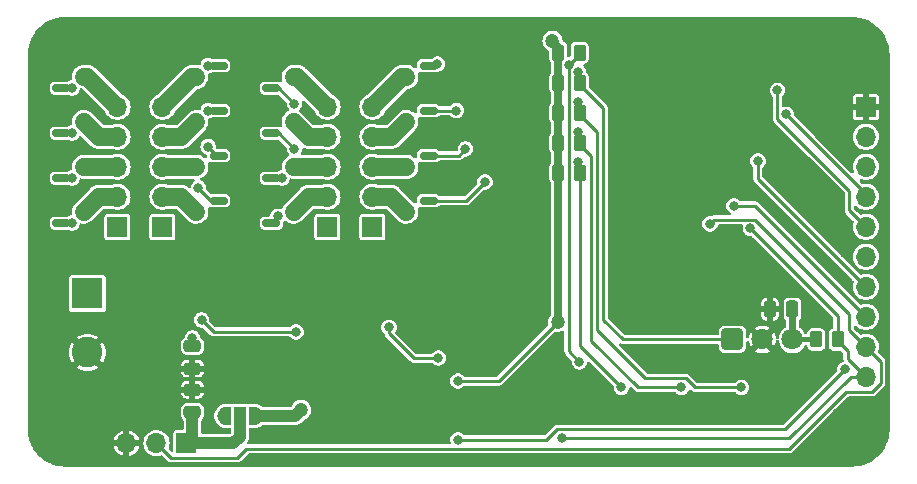
<source format=gbr>
%TF.GenerationSoftware,KiCad,Pcbnew,7.0.6-0*%
%TF.CreationDate,2023-08-15T02:22:11-05:00*%
%TF.ProjectId,kbxLEDController-16ch,6b62784c-4544-4436-9f6e-74726f6c6c65,rev?*%
%TF.SameCoordinates,Original*%
%TF.FileFunction,Copper,L2,Bot*%
%TF.FilePolarity,Positive*%
%FSLAX46Y46*%
G04 Gerber Fmt 4.6, Leading zero omitted, Abs format (unit mm)*
G04 Created by KiCad (PCBNEW 7.0.6-0) date 2023-08-15 02:22:11*
%MOMM*%
%LPD*%
G01*
G04 APERTURE LIST*
G04 Aperture macros list*
%AMRoundRect*
0 Rectangle with rounded corners*
0 $1 Rounding radius*
0 $2 $3 $4 $5 $6 $7 $8 $9 X,Y pos of 4 corners*
0 Add a 4 corners polygon primitive as box body*
4,1,4,$2,$3,$4,$5,$6,$7,$8,$9,$2,$3,0*
0 Add four circle primitives for the rounded corners*
1,1,$1+$1,$2,$3*
1,1,$1+$1,$4,$5*
1,1,$1+$1,$6,$7*
1,1,$1+$1,$8,$9*
0 Add four rect primitives between the rounded corners*
20,1,$1+$1,$2,$3,$4,$5,0*
20,1,$1+$1,$4,$5,$6,$7,0*
20,1,$1+$1,$6,$7,$8,$9,0*
20,1,$1+$1,$8,$9,$2,$3,0*%
%AMFreePoly0*
4,1,19,0.000000,0.744911,0.071157,0.744911,0.207708,0.704816,0.327430,0.627875,0.420627,0.520320,0.479746,0.390866,0.500000,0.250000,0.500000,-0.250000,0.479746,-0.390866,0.420627,-0.520320,0.327430,-0.627875,0.207708,-0.704816,0.071157,-0.744911,0.000000,-0.744911,0.000000,-0.750000,-0.550000,-0.750000,-0.550000,0.750000,0.000000,0.750000,0.000000,0.744911,0.000000,0.744911,
$1*%
%AMFreePoly1*
4,1,19,0.550000,-0.750000,0.000000,-0.750000,0.000000,-0.744911,-0.071157,-0.744911,-0.207708,-0.704816,-0.327430,-0.627875,-0.420627,-0.520320,-0.479746,-0.390866,-0.500000,-0.250000,-0.500000,0.250000,-0.479746,0.390866,-0.420627,0.520320,-0.327430,0.627875,-0.207708,0.704816,-0.071157,0.744911,0.000000,0.744911,0.000000,0.750000,0.550000,0.750000,0.550000,-0.750000,0.550000,-0.750000,
$1*%
G04 Aperture macros list end*
%TA.AperFunction,SMDPad,CuDef*%
%ADD10RoundRect,0.250000X-0.475000X0.250000X-0.475000X-0.250000X0.475000X-0.250000X0.475000X0.250000X0*%
%TD*%
%TA.AperFunction,ComponentPad*%
%ADD11C,0.700000*%
%TD*%
%TA.AperFunction,ComponentPad*%
%ADD12C,4.400000*%
%TD*%
%TA.AperFunction,ComponentPad*%
%ADD13R,1.700000X1.700000*%
%TD*%
%TA.AperFunction,ComponentPad*%
%ADD14O,1.700000X1.700000*%
%TD*%
%TA.AperFunction,HeatsinkPad*%
%ADD15C,0.475000*%
%TD*%
%TA.AperFunction,ComponentPad*%
%ADD16RoundRect,0.250200X-0.649800X-0.649800X0.649800X-0.649800X0.649800X0.649800X-0.649800X0.649800X0*%
%TD*%
%TA.AperFunction,ComponentPad*%
%ADD17C,1.800000*%
%TD*%
%TA.AperFunction,ComponentPad*%
%ADD18R,2.600000X2.600000*%
%TD*%
%TA.AperFunction,ComponentPad*%
%ADD19C,2.600000*%
%TD*%
%TA.AperFunction,SMDPad,CuDef*%
%ADD20RoundRect,0.150000X0.587500X0.150000X-0.587500X0.150000X-0.587500X-0.150000X0.587500X-0.150000X0*%
%TD*%
%TA.AperFunction,SMDPad,CuDef*%
%ADD21RoundRect,0.150000X-0.587500X-0.150000X0.587500X-0.150000X0.587500X0.150000X-0.587500X0.150000X0*%
%TD*%
%TA.AperFunction,SMDPad,CuDef*%
%ADD22RoundRect,0.250000X-0.262500X-0.450000X0.262500X-0.450000X0.262500X0.450000X-0.262500X0.450000X0*%
%TD*%
%TA.AperFunction,SMDPad,CuDef*%
%ADD23RoundRect,0.250000X0.250000X0.475000X-0.250000X0.475000X-0.250000X-0.475000X0.250000X-0.475000X0*%
%TD*%
%TA.AperFunction,SMDPad,CuDef*%
%ADD24RoundRect,0.250000X0.475000X-0.250000X0.475000X0.250000X-0.475000X0.250000X-0.475000X-0.250000X0*%
%TD*%
%TA.AperFunction,SMDPad,CuDef*%
%ADD25FreePoly0,180.000000*%
%TD*%
%TA.AperFunction,SMDPad,CuDef*%
%ADD26R,1.000000X1.500000*%
%TD*%
%TA.AperFunction,SMDPad,CuDef*%
%ADD27FreePoly1,180.000000*%
%TD*%
%TA.AperFunction,ViaPad*%
%ADD28C,0.800000*%
%TD*%
%TA.AperFunction,ViaPad*%
%ADD29C,1.200000*%
%TD*%
%TA.AperFunction,Conductor*%
%ADD30C,1.000000*%
%TD*%
%TA.AperFunction,Conductor*%
%ADD31C,0.250000*%
%TD*%
%TA.AperFunction,Conductor*%
%ADD32C,0.650000*%
%TD*%
%TA.AperFunction,Conductor*%
%ADD33C,0.600000*%
%TD*%
%TA.AperFunction,Conductor*%
%ADD34C,0.400000*%
%TD*%
%TA.AperFunction,Conductor*%
%ADD35C,1.500000*%
%TD*%
G04 APERTURE END LIST*
D10*
%TO.P,C18,1*%
%TO.N,GND*%
X109855000Y-105857000D03*
%TO.P,C18,2*%
%TO.N,Net-(J7-Pin_1)*%
X109855000Y-107757000D03*
%TD*%
D11*
%TO.P,H1,1,1*%
%TO.N,GND*%
X103760000Y-77470000D03*
X104243274Y-76303274D03*
X104243274Y-78636726D03*
X105410000Y-75820000D03*
D12*
X105410000Y-77470000D03*
D11*
X105410000Y-79120000D03*
X106576726Y-76303274D03*
X106576726Y-78636726D03*
X107060000Y-77470000D03*
%TD*%
%TO.P,H2,1,1*%
%TO.N,GND*%
X164085000Y-77470000D03*
X164568274Y-76303274D03*
X164568274Y-78636726D03*
X165735000Y-75820000D03*
D12*
X165735000Y-77470000D03*
D11*
X165735000Y-79120000D03*
X166901726Y-76303274D03*
X166901726Y-78636726D03*
X167385000Y-77470000D03*
%TD*%
D13*
%TO.P,J4,1,Pin_1*%
%TO.N,VDC*%
X125095000Y-92075000D03*
D14*
%TO.P,J4,2,Pin_2*%
%TO.N,/PWM_13_TERM*%
X125095000Y-89535000D03*
%TO.P,J4,3,Pin_3*%
%TO.N,/PWM_14_TERM*%
X125095000Y-86995000D03*
%TO.P,J4,4,Pin_4*%
%TO.N,/PWM_15_TERM*%
X125095000Y-84455000D03*
%TO.P,J4,5,Pin_5*%
%TO.N,/PWM_16_TERM*%
X125095000Y-81915000D03*
%TD*%
D13*
%TO.P,J3,1,Pin_1*%
%TO.N,VDC*%
X121285000Y-92075000D03*
D14*
%TO.P,J3,2,Pin_2*%
%TO.N,/PWM_9_TERM*%
X121285000Y-89535000D03*
%TO.P,J3,3,Pin_3*%
%TO.N,/PWM_10_TERM*%
X121285000Y-86995000D03*
%TO.P,J3,4,Pin_4*%
%TO.N,/PWM_11_TERM*%
X121285000Y-84455000D03*
%TO.P,J3,5,Pin_5*%
%TO.N,/PWM_12_TERM*%
X121285000Y-81915000D03*
%TD*%
D13*
%TO.P,J2,1,Pin_1*%
%TO.N,VDC*%
X107315000Y-92075000D03*
D14*
%TO.P,J2,2,Pin_2*%
%TO.N,/PWM_5_TERM*%
X107315000Y-89535000D03*
%TO.P,J2,3,Pin_3*%
%TO.N,/PWM_6_TERM*%
X107315000Y-86995000D03*
%TO.P,J2,4,Pin_4*%
%TO.N,/PWM_7_TERM*%
X107315000Y-84455000D03*
%TO.P,J2,5,Pin_5*%
%TO.N,/PWM_8_TERM*%
X107315000Y-81915000D03*
%TD*%
D11*
%TO.P,H4,1,1*%
%TO.N,GND*%
X164085000Y-109220000D03*
X164568274Y-108053274D03*
X164568274Y-110386726D03*
X165735000Y-107570000D03*
D12*
X165735000Y-109220000D03*
D11*
X165735000Y-110870000D03*
X166901726Y-108053274D03*
X166901726Y-110386726D03*
X167385000Y-109220000D03*
%TD*%
%TO.P,H3,1,1*%
%TO.N,GND*%
X97410000Y-109220000D03*
X97893274Y-108053274D03*
X97893274Y-110386726D03*
X99060000Y-107570000D03*
D12*
X99060000Y-109220000D03*
D11*
X99060000Y-110870000D03*
X100226726Y-108053274D03*
X100226726Y-110386726D03*
X100710000Y-109220000D03*
%TD*%
D13*
%TO.P,J6,1,Pin_1*%
%TO.N,GND*%
X166878000Y-81915000D03*
D14*
%TO.P,J6,2,Pin_2*%
%TO.N,unconnected-(J6-Pin_2-Pad2)*%
X166878000Y-84455000D03*
%TO.P,J6,3,Pin_3*%
%TO.N,+3V3*%
X166878000Y-86995000D03*
%TO.P,J6,4,Pin_4*%
%TO.N,/GPIO3*%
X166878000Y-89535000D03*
%TO.P,J6,5,Pin_5*%
%TO.N,/GPIO1*%
X166878000Y-92075000D03*
%TO.P,J6,6,Pin_6*%
%TO.N,unconnected-(J6-Pin_6-Pad6)*%
X166878000Y-94615000D03*
%TO.P,J6,7,Pin_7*%
%TO.N,/GPIO5*%
X166878000Y-97155000D03*
%TO.P,J6,8,Pin_8*%
%TO.N,/GPIO4*%
X166878000Y-99695000D03*
%TO.P,J6,9,Pin_9*%
%TO.N,/GPIO2*%
X166878000Y-102235000D03*
%TO.P,J6,10,Pin_10*%
%TO.N,/GPIO0*%
X166878000Y-104775000D03*
%TD*%
D13*
%TO.P,J1,1,Pin_1*%
%TO.N,VDC*%
X103505000Y-92075000D03*
D14*
%TO.P,J1,2,Pin_2*%
%TO.N,/PWM_1_TERM*%
X103505000Y-89535000D03*
%TO.P,J1,3,Pin_3*%
%TO.N,/PWM_2_TERM*%
X103505000Y-86995000D03*
%TO.P,J1,4,Pin_4*%
%TO.N,/PWM_3_TERM*%
X103505000Y-84455000D03*
%TO.P,J1,5,Pin_5*%
%TO.N,/PWM_4_TERM*%
X103505000Y-81915000D03*
%TD*%
D15*
%TO.P,U1,39,GND*%
%TO.N,GND*%
X145750000Y-81634500D03*
X145750000Y-83159500D03*
X146512500Y-80872000D03*
X146512500Y-82397000D03*
X146512500Y-83922000D03*
X147275000Y-81634500D03*
X147275000Y-83159500D03*
X148037500Y-80872000D03*
X148037500Y-82397000D03*
X148037500Y-83922000D03*
X148800000Y-81634500D03*
X148800000Y-83159500D03*
%TD*%
D16*
%TO.P,U4,1,OUT*%
%TO.N,/GPI36*%
X155575000Y-101600000D03*
D17*
%TO.P,U4,2,GND*%
%TO.N,GND*%
X158115000Y-101600000D03*
%TO.P,U4,3,Vs*%
%TO.N,+3V3*%
X160655000Y-101600000D03*
%TD*%
D14*
%TO.P,J7,3,Pin_3*%
%TO.N,GND*%
X104267000Y-110388000D03*
%TO.P,J7,2,Pin_2*%
%TO.N,/GPIO2*%
X106807000Y-110388000D03*
D13*
%TO.P,J7,1,Pin_1*%
%TO.N,Net-(J7-Pin_1)*%
X109347000Y-110388000D03*
%TD*%
D18*
%TO.P,J5,1,Pin_1*%
%TO.N,VDC*%
X100965000Y-97703000D03*
D19*
%TO.P,J5,2,Pin_2*%
%TO.N,GND*%
X100965000Y-102703000D03*
%TD*%
D20*
%TO.P,Q13,1,G*%
%TO.N,/PWM_13*%
X129842500Y-89855000D03*
%TO.P,Q13,2,S*%
%TO.N,GND*%
X129842500Y-91755000D03*
%TO.P,Q13,3,D*%
%TO.N,/PWM_13_TERM*%
X127967500Y-90805000D03*
%TD*%
D21*
%TO.P,Q2,1,G*%
%TO.N,/PWM_2*%
X98757500Y-87945000D03*
%TO.P,Q2,2,S*%
%TO.N,GND*%
X98757500Y-86045000D03*
%TO.P,Q2,3,D*%
%TO.N,/PWM_2_TERM*%
X100632500Y-86995000D03*
%TD*%
D20*
%TO.P,Q16,1,G*%
%TO.N,/PWM_16*%
X129842500Y-78425000D03*
%TO.P,Q16,2,S*%
%TO.N,GND*%
X129842500Y-80325000D03*
%TO.P,Q16,3,D*%
%TO.N,/PWM_16_TERM*%
X127967500Y-79375000D03*
%TD*%
D21*
%TO.P,Q12,1,G*%
%TO.N,/PWM_12*%
X116537500Y-80325000D03*
%TO.P,Q12,2,S*%
%TO.N,GND*%
X116537500Y-78425000D03*
%TO.P,Q12,3,D*%
%TO.N,/PWM_12_TERM*%
X118412500Y-79375000D03*
%TD*%
%TO.P,Q4,1,G*%
%TO.N,/PWM_4*%
X98757500Y-80325000D03*
%TO.P,Q4,2,S*%
%TO.N,GND*%
X98757500Y-78425000D03*
%TO.P,Q4,3,D*%
%TO.N,/PWM_4_TERM*%
X100632500Y-79375000D03*
%TD*%
D20*
%TO.P,Q15,1,G*%
%TO.N,/PWM_15*%
X129842500Y-82235000D03*
%TO.P,Q15,2,S*%
%TO.N,GND*%
X129842500Y-84135000D03*
%TO.P,Q15,3,D*%
%TO.N,/PWM_15_TERM*%
X127967500Y-83185000D03*
%TD*%
D21*
%TO.P,Q11,1,G*%
%TO.N,/PWM_11*%
X116537500Y-84135000D03*
%TO.P,Q11,2,S*%
%TO.N,GND*%
X116537500Y-82235000D03*
%TO.P,Q11,3,D*%
%TO.N,/PWM_11_TERM*%
X118412500Y-83185000D03*
%TD*%
D20*
%TO.P,Q7,1,G*%
%TO.N,/PWM_7*%
X112062500Y-82235000D03*
%TO.P,Q7,2,S*%
%TO.N,GND*%
X112062500Y-84135000D03*
%TO.P,Q7,3,D*%
%TO.N,/PWM_7_TERM*%
X110187500Y-83185000D03*
%TD*%
D21*
%TO.P,Q3,1,G*%
%TO.N,/PWM_3*%
X98757500Y-84135000D03*
%TO.P,Q3,2,S*%
%TO.N,GND*%
X98757500Y-82235000D03*
%TO.P,Q3,3,D*%
%TO.N,/PWM_3_TERM*%
X100632500Y-83185000D03*
%TD*%
D20*
%TO.P,Q14,1,G*%
%TO.N,/PWM_14*%
X129842500Y-86045000D03*
%TO.P,Q14,2,S*%
%TO.N,GND*%
X129842500Y-87945000D03*
%TO.P,Q14,3,D*%
%TO.N,/PWM_14_TERM*%
X127967500Y-86995000D03*
%TD*%
D21*
%TO.P,Q10,1,G*%
%TO.N,/PWM_10*%
X116537500Y-87945000D03*
%TO.P,Q10,2,S*%
%TO.N,GND*%
X116537500Y-86045000D03*
%TO.P,Q10,3,D*%
%TO.N,/PWM_10_TERM*%
X118412500Y-86995000D03*
%TD*%
D20*
%TO.P,Q6,1,G*%
%TO.N,/PWM_6*%
X112062500Y-86045000D03*
%TO.P,Q6,2,S*%
%TO.N,GND*%
X112062500Y-87945000D03*
%TO.P,Q6,3,D*%
%TO.N,/PWM_6_TERM*%
X110187500Y-86995000D03*
%TD*%
D21*
%TO.P,Q9,1,G*%
%TO.N,/PWM_9*%
X116537500Y-91755000D03*
%TO.P,Q9,2,S*%
%TO.N,GND*%
X116537500Y-89855000D03*
%TO.P,Q9,3,D*%
%TO.N,/PWM_9_TERM*%
X118412500Y-90805000D03*
%TD*%
D20*
%TO.P,Q5,1,G*%
%TO.N,/PWM_5*%
X112062500Y-89855000D03*
%TO.P,Q5,2,S*%
%TO.N,GND*%
X112062500Y-91755000D03*
%TO.P,Q5,3,D*%
%TO.N,/PWM_5_TERM*%
X110187500Y-90805000D03*
%TD*%
D21*
%TO.P,Q1,1,G*%
%TO.N,/PWM_1*%
X98757500Y-91755000D03*
%TO.P,Q1,2,S*%
%TO.N,GND*%
X98757500Y-89855000D03*
%TO.P,Q1,3,D*%
%TO.N,/PWM_1_TERM*%
X100632500Y-90805000D03*
%TD*%
D20*
%TO.P,Q8,1,G*%
%TO.N,/PWM_8*%
X112062500Y-78425000D03*
%TO.P,Q8,2,S*%
%TO.N,GND*%
X112062500Y-80325000D03*
%TO.P,Q8,3,D*%
%TO.N,/PWM_8_TERM*%
X110187500Y-79375000D03*
%TD*%
D22*
%TO.P,R8,1*%
%TO.N,+3V3*%
X162663500Y-101600000D03*
%TO.P,R8,2*%
%TO.N,/GPIO0*%
X164488500Y-101600000D03*
%TD*%
%TO.P,R10,1*%
%TO.N,+3V3*%
X140819500Y-87503000D03*
%TO.P,R10,2*%
%TO.N,/GPI35*%
X142644500Y-87503000D03*
%TD*%
%TO.P,R9,1*%
%TO.N,+3V3*%
X140819500Y-84963000D03*
%TO.P,R9,2*%
%TO.N,/GPI34*%
X142644500Y-84963000D03*
%TD*%
%TO.P,R7,1*%
%TO.N,+3V3*%
X140819500Y-77343000D03*
%TO.P,R7,2*%
%TO.N,/~{RESET}*%
X142644500Y-77343000D03*
%TD*%
D23*
%TO.P,C17,1*%
%TO.N,+3V3*%
X160655000Y-99060000D03*
%TO.P,C17,2*%
%TO.N,GND*%
X158755000Y-99060000D03*
%TD*%
D22*
%TO.P,R11,1*%
%TO.N,+3V3*%
X140819500Y-79883000D03*
%TO.P,R11,2*%
%TO.N,/GPI36*%
X142644500Y-79883000D03*
%TD*%
%TO.P,R12,1*%
%TO.N,+3V3*%
X140819500Y-82423000D03*
%TO.P,R12,2*%
%TO.N,/GPI39*%
X142644500Y-82423000D03*
%TD*%
D24*
%TO.P,C14,1*%
%TO.N,GND*%
X109855000Y-104074000D03*
%TO.P,C14,2*%
%TO.N,Net-(U2-EN)*%
X109855000Y-102174000D03*
%TD*%
D25*
%TO.P,JP1,3,B*%
%TO.N,+24V*%
X112589000Y-108077000D03*
D26*
%TO.P,JP1,2,C*%
%TO.N,Net-(J7-Pin_1)*%
X113889000Y-108077000D03*
D27*
%TO.P,JP1,1,A*%
%TO.N,+5V*%
X115189000Y-108077000D03*
%TD*%
D28*
%TO.N,GND*%
X137160000Y-81153000D03*
X126746000Y-92456000D03*
X117475000Y-85852000D03*
X152781000Y-111887000D03*
X96393000Y-96520000D03*
X140335000Y-74803000D03*
X153035000Y-89535000D03*
X113538000Y-90170000D03*
X99187000Y-78994000D03*
X111887000Y-97790000D03*
X131572000Y-99695000D03*
X113665000Y-105537000D03*
X109347000Y-99695000D03*
X146685000Y-89535000D03*
X128778000Y-94488000D03*
X140716000Y-102235000D03*
X129159000Y-102235000D03*
X111760000Y-99695000D03*
X140081000Y-111887000D03*
X117221000Y-104775000D03*
X120777000Y-99695000D03*
X159385000Y-74803000D03*
X96393000Y-83820000D03*
X114046000Y-86233000D03*
X117221000Y-101727000D03*
X115316000Y-90170000D03*
X147828000Y-103378000D03*
X137541000Y-102235000D03*
X114681000Y-111887000D03*
X162560000Y-103505000D03*
X125857000Y-99695000D03*
X146685000Y-74803000D03*
X96393000Y-77470000D03*
X112903000Y-103251000D03*
X121031000Y-111887000D03*
X130683000Y-96393000D03*
X96393000Y-90170000D03*
X123317000Y-99695000D03*
X159766000Y-97536000D03*
X111760000Y-74803000D03*
X130810000Y-74803000D03*
X115824000Y-106807000D03*
X159131000Y-111887000D03*
X117475000Y-89662000D03*
X162306000Y-98552000D03*
X115316000Y-84963000D03*
X99187000Y-86614000D03*
X99187000Y-82804000D03*
X113665000Y-104267000D03*
X127381000Y-111887000D03*
X120777000Y-96774000D03*
X163195000Y-90932000D03*
X125857000Y-96774000D03*
X112014000Y-102362000D03*
X128397000Y-96774000D03*
X154813000Y-94488000D03*
X117221000Y-103251000D03*
X163195000Y-94742000D03*
X124460000Y-74803000D03*
X146431000Y-111887000D03*
X105410000Y-89050000D03*
X112776000Y-87503000D03*
X118110000Y-74803000D03*
X116967000Y-83180000D03*
X115824000Y-109347000D03*
X133731000Y-111887000D03*
X133350000Y-102235000D03*
X153035000Y-82423000D03*
X99187000Y-90424000D03*
X154178000Y-103378000D03*
X123317000Y-96774000D03*
X118110000Y-109982000D03*
X115824000Y-105537000D03*
X96393000Y-102870000D03*
X114681000Y-88138000D03*
X137160000Y-92964000D03*
X111506000Y-88773000D03*
X153035000Y-74803000D03*
%TO.N,/~{RESET}*%
X142621000Y-103505000D03*
X141744000Y-78359000D03*
D29*
%TO.N,+3V3*%
X140807500Y-100111500D03*
X140335000Y-76327000D03*
D28*
X132334000Y-105132500D03*
D29*
%TO.N,+24V*%
X112522000Y-108077000D03*
D28*
%TO.N,/GPIO5*%
X157734000Y-86487000D03*
X132334000Y-110109000D03*
X165100000Y-104140000D03*
%TO.N,/GPIO1*%
X159385000Y-80518000D03*
%TO.N,/GPIO3*%
X160147000Y-82550000D03*
%TO.N,/PWM_1*%
X99631500Y-91757500D03*
%TO.N,/PWM_5*%
X110363000Y-88773000D03*
%TO.N,/PWM_9*%
X117062657Y-91195905D03*
%TO.N,/PWM_13*%
X134620000Y-88265000D03*
%TO.N,/PWM_2*%
X99631500Y-87947500D03*
%TO.N,/PWM_6*%
X111188500Y-85280500D03*
%TO.N,/PWM_10*%
X117411500Y-87947500D03*
%TO.N,/PWM_14*%
X132969000Y-85471000D03*
%TO.N,/PWM_3*%
X99631500Y-84137500D03*
%TO.N,/PWM_7*%
X111188500Y-82232500D03*
%TO.N,/PWM_11*%
X118491000Y-85471000D03*
%TO.N,/PWM_15*%
X132207000Y-82232500D03*
%TO.N,/PWM_4*%
X99631500Y-80327500D03*
%TO.N,/PWM_8*%
X111188500Y-78422500D03*
%TO.N,/PWM_12*%
X118491000Y-81661000D03*
%TO.N,/PWM_16*%
X130600000Y-78300000D03*
%TO.N,/GPI34*%
X151257000Y-105664000D03*
X142456500Y-84074000D03*
%TO.N,/GPI35*%
X146177000Y-105664000D03*
X142456500Y-86614000D03*
%TO.N,/GPI36*%
X142536645Y-78967866D03*
%TO.N,/GPI39*%
X156337000Y-105664000D03*
X142494000Y-81534000D03*
%TO.N,/GPIO0*%
X157099000Y-92202000D03*
X141135000Y-109982000D03*
%TO.N,/GPIO4*%
X155702000Y-90297000D03*
%TO.N,/GPIO2*%
X153670000Y-91821000D03*
%TO.N,+5V*%
X118618000Y-100965000D03*
X110622500Y-99949000D03*
D29*
X119060000Y-107569000D03*
D28*
%TO.N,Net-(U3-EN)*%
X126492000Y-100584000D03*
X130683000Y-103185000D03*
%TO.N,Net-(U2-EN)*%
X109855000Y-101473000D03*
%TD*%
D30*
%TO.N,Net-(J7-Pin_1)*%
X109347000Y-110388000D02*
X109855000Y-109880000D01*
X109855000Y-109880000D02*
X109855000Y-107757000D01*
X113328000Y-110388000D02*
X109347000Y-110388000D01*
D31*
%TO.N,/GPIO2*%
X166878000Y-102235000D02*
X168148000Y-103505000D01*
X168148000Y-105283000D02*
X167386000Y-106045000D01*
X113665000Y-111633000D02*
X108052000Y-111633000D01*
X168148000Y-103505000D02*
X168148000Y-105283000D01*
X160401000Y-110871000D02*
X114427000Y-110871000D01*
X108052000Y-111633000D02*
X106807000Y-110388000D01*
X165227000Y-106045000D02*
X160401000Y-110871000D01*
X167386000Y-106045000D02*
X165227000Y-106045000D01*
X114427000Y-110871000D02*
X113665000Y-111633000D01*
%TO.N,/~{RESET}*%
X141732000Y-78371000D02*
X141744000Y-78359000D01*
X142621000Y-103505000D02*
X141732000Y-102616000D01*
X141732000Y-102616000D02*
X141732000Y-87884000D01*
X141732000Y-87884000D02*
X141732000Y-78371000D01*
X141744000Y-78359000D02*
X142644500Y-77458500D01*
X142644500Y-77458500D02*
X142644500Y-77343000D01*
D32*
%TO.N,+3V3*%
X140819500Y-77343000D02*
X140819500Y-79883000D01*
X140335000Y-76327000D02*
X140819500Y-76811500D01*
X140819500Y-82423000D02*
X140819500Y-84963000D01*
X140819500Y-96670500D02*
X140819500Y-100099500D01*
D33*
X160655000Y-101600000D02*
X160655000Y-99060000D01*
D32*
X140819500Y-84963000D02*
X140819500Y-87503000D01*
X140819500Y-76811500D02*
X140819500Y-77343000D01*
X140819500Y-100099500D02*
X140807500Y-100111500D01*
D31*
X132334000Y-105132500D02*
X135786500Y-105132500D01*
X135786500Y-105132500D02*
X140807500Y-100111500D01*
D34*
X162663500Y-101600000D02*
X160655000Y-101600000D01*
D32*
X140819500Y-79883000D02*
X140819500Y-82423000D01*
X140819500Y-87503000D02*
X140819500Y-96670500D01*
D31*
%TO.N,/GPIO5*%
X140589000Y-109347000D02*
X140716000Y-109220000D01*
X166878000Y-97155000D02*
X157734000Y-88011000D01*
X157734000Y-88011000D02*
X157734000Y-86487000D01*
X139827000Y-110109000D02*
X140589000Y-109347000D01*
X132334000Y-110109000D02*
X139827000Y-110109000D01*
X141605000Y-109220000D02*
X160020000Y-109220000D01*
X160020000Y-109220000D02*
X165100000Y-104140000D01*
X140716000Y-109220000D02*
X141605000Y-109220000D01*
%TO.N,/GPIO1*%
X165481000Y-89027000D02*
X159385000Y-82931000D01*
X166878000Y-92075000D02*
X165481000Y-90678000D01*
X159385000Y-82931000D02*
X159385000Y-80518000D01*
X165481000Y-90678000D02*
X165481000Y-89027000D01*
%TO.N,/GPIO3*%
X166878000Y-89281000D02*
X166878000Y-89535000D01*
X160147000Y-82550000D02*
X166878000Y-89281000D01*
D35*
%TO.N,/PWM_4_TERM*%
X103505000Y-81915000D02*
X100951800Y-79361800D01*
X100951800Y-79361800D02*
X100645699Y-79361800D01*
%TO.N,/PWM_3_TERM*%
X101928899Y-84455000D02*
X100645699Y-83171800D01*
X103505000Y-84455000D02*
X101928899Y-84455000D01*
%TO.N,/PWM_2_TERM*%
X100658899Y-86995000D02*
X100645699Y-86981800D01*
X103505000Y-86995000D02*
X100658899Y-86995000D01*
%TO.N,/PWM_1_TERM*%
X103505000Y-89535000D02*
X101902499Y-89535000D01*
X101902499Y-89535000D02*
X100645699Y-90791800D01*
%TO.N,/PWM_8_TERM*%
X109841800Y-79388200D02*
X110174301Y-79388200D01*
X107315000Y-81915000D02*
X109841800Y-79388200D01*
%TO.N,/PWM_7_TERM*%
X107315000Y-84455000D02*
X108917500Y-84455000D01*
X108917500Y-84455000D02*
X110174301Y-83198199D01*
%TO.N,/PWM_6_TERM*%
X107315000Y-86995000D02*
X110187500Y-86995000D01*
%TO.N,/PWM_5_TERM*%
X108917500Y-89535000D02*
X110187500Y-90805000D01*
X107315000Y-89535000D02*
X108917500Y-89535000D01*
%TO.N,/PWM_12_TERM*%
X121285000Y-81915000D02*
X118745000Y-79375000D01*
X118745000Y-79375000D02*
X118412500Y-79375000D01*
%TO.N,/PWM_11_TERM*%
X121285000Y-84455000D02*
X119682500Y-84455000D01*
X119682500Y-84455000D02*
X118412500Y-83185000D01*
%TO.N,/PWM_10_TERM*%
X118438899Y-86995000D02*
X118425699Y-86981800D01*
X121285000Y-86995000D02*
X118438899Y-86995000D01*
%TO.N,/PWM_9_TERM*%
X121285000Y-89535000D02*
X119682500Y-89535000D01*
X119682500Y-89535000D02*
X118425699Y-90791801D01*
%TO.N,/PWM_16_TERM*%
X125095000Y-81915000D02*
X127635000Y-79375000D01*
X127635000Y-79375000D02*
X127967500Y-79375000D01*
%TO.N,/PWM_15_TERM*%
X125095000Y-84455000D02*
X126697500Y-84455000D01*
X126697500Y-84455000D02*
X127967500Y-83185000D01*
%TO.N,/PWM_14_TERM*%
X125095000Y-86995000D02*
X127967500Y-86995000D01*
%TO.N,/PWM_13_TERM*%
X125095000Y-89535000D02*
X126697500Y-89535000D01*
X126697500Y-89535000D02*
X127967500Y-90805000D01*
D31*
%TO.N,/PWM_1*%
X99629000Y-91755000D02*
X99631500Y-91757500D01*
X98757500Y-91755000D02*
X99629000Y-91755000D01*
%TO.N,/PWM_5*%
X112062500Y-89855000D02*
X111445000Y-89855000D01*
X111445000Y-89855000D02*
X110363000Y-88773000D01*
%TO.N,/PWM_9*%
X116537500Y-91721062D02*
X117062657Y-91195905D01*
X116537500Y-91755000D02*
X116537500Y-91721062D01*
%TO.N,/PWM_13*%
X129842500Y-89855000D02*
X133030000Y-89855000D01*
X133030000Y-89855000D02*
X134620000Y-88265000D01*
%TO.N,/PWM_2*%
X98757500Y-87945000D02*
X99629000Y-87945000D01*
X99629000Y-87945000D02*
X99631500Y-87947500D01*
%TO.N,/PWM_6*%
X111188500Y-85280500D02*
X111953000Y-86045000D01*
X111953000Y-86045000D02*
X112062500Y-86045000D01*
%TO.N,/PWM_10*%
X116537500Y-87945000D02*
X117409000Y-87945000D01*
X117409000Y-87945000D02*
X117411500Y-87947500D01*
%TO.N,/PWM_14*%
X129842500Y-86045000D02*
X132395000Y-86045000D01*
X132395000Y-86045000D02*
X132969000Y-85471000D01*
%TO.N,/PWM_3*%
X99629000Y-84135000D02*
X99631500Y-84137500D01*
X98757500Y-84135000D02*
X99629000Y-84135000D01*
%TO.N,/PWM_7*%
X112062500Y-82235000D02*
X111191000Y-82235000D01*
X111191000Y-82235000D02*
X111188500Y-82232500D01*
%TO.N,/PWM_11*%
X117155000Y-84135000D02*
X118491000Y-85471000D01*
X116537500Y-84135000D02*
X117155000Y-84135000D01*
%TO.N,/PWM_15*%
X129842500Y-82235000D02*
X132204500Y-82235000D01*
X132204500Y-82235000D02*
X132207000Y-82232500D01*
%TO.N,/PWM_4*%
X98757500Y-80325000D02*
X99629000Y-80325000D01*
X99629000Y-80325000D02*
X99631500Y-80327500D01*
%TO.N,/PWM_8*%
X111188500Y-78422500D02*
X112060000Y-78422500D01*
X112060000Y-78422500D02*
X112062500Y-78425000D01*
%TO.N,/PWM_12*%
X116537500Y-80325000D02*
X117155000Y-80325000D01*
X117155000Y-80325000D02*
X118491000Y-81661000D01*
%TO.N,/PWM_16*%
X130475000Y-78425000D02*
X130600000Y-78300000D01*
X129842500Y-78425000D02*
X130475000Y-78425000D01*
%TO.N,/GPI34*%
X143637000Y-86106000D02*
X143637000Y-101727000D01*
X147574000Y-105664000D02*
X151257000Y-105664000D01*
X142644500Y-84963000D02*
X142456500Y-84775000D01*
X142456500Y-84775000D02*
X142456500Y-84074000D01*
X142644500Y-85113500D02*
X143637000Y-86106000D01*
X143637000Y-101727000D02*
X147574000Y-105664000D01*
X142644500Y-84963000D02*
X142644500Y-85113500D01*
%TO.N,/GPI35*%
X146177000Y-105664000D02*
X142644500Y-102131500D01*
X142644500Y-102131500D02*
X142644500Y-87503000D01*
%TO.N,/GPI36*%
X142644500Y-79883000D02*
X142536645Y-79775145D01*
X142644500Y-80033500D02*
X144653000Y-82042000D01*
X142644500Y-79883000D02*
X142644500Y-80033500D01*
X142536645Y-79775145D02*
X142536645Y-78967866D01*
X144653000Y-99949000D02*
X146304000Y-101600000D01*
X146304000Y-101600000D02*
X155575000Y-101600000D01*
X144653000Y-82042000D02*
X144653000Y-99949000D01*
%TO.N,/GPI39*%
X151638000Y-104902000D02*
X152400000Y-105664000D01*
X144145000Y-100838000D02*
X148209000Y-104902000D01*
X142494000Y-82272500D02*
X142644500Y-82423000D01*
X144145000Y-84074000D02*
X144145000Y-100838000D01*
X152400000Y-105664000D02*
X156337000Y-105664000D01*
X142494000Y-81534000D02*
X142494000Y-82272500D01*
X142644500Y-82573500D02*
X144145000Y-84074000D01*
X148209000Y-104902000D02*
X151638000Y-104902000D01*
X142644500Y-82423000D02*
X142644500Y-82573500D01*
%TO.N,/GPIO0*%
X165354000Y-102616000D02*
X165354000Y-103251000D01*
X164488500Y-99591500D02*
X157099000Y-92202000D01*
X164488500Y-101600000D02*
X164488500Y-101750500D01*
X164488500Y-101600000D02*
X164488500Y-99591500D01*
X166878000Y-104775000D02*
X165608000Y-104775000D01*
X165608000Y-104775000D02*
X160401000Y-109982000D01*
X164488500Y-101750500D02*
X165354000Y-102616000D01*
X160401000Y-109982000D02*
X141135000Y-109982000D01*
X165354000Y-103251000D02*
X166878000Y-104775000D01*
%TO.N,/GPIO4*%
X155702000Y-90297000D02*
X157480000Y-90297000D01*
X157480000Y-90297000D02*
X166878000Y-99695000D01*
%TO.N,/GPIO2*%
X157517000Y-91477000D02*
X154014000Y-91477000D01*
X165481000Y-99441000D02*
X157517000Y-91477000D01*
X166878000Y-102235000D02*
X165481000Y-100838000D01*
X165481000Y-100838000D02*
X165481000Y-99441000D01*
X154014000Y-91477000D02*
X153670000Y-91821000D01*
D30*
%TO.N,+5V*%
X118552000Y-108077000D02*
X119060000Y-107569000D01*
D31*
X118618000Y-100965000D02*
X111638500Y-100965000D01*
D30*
X115189000Y-108077000D02*
X118552000Y-108077000D01*
D31*
X111638500Y-100965000D02*
X110622500Y-99949000D01*
%TO.N,Net-(U3-EN)*%
X126492000Y-101092000D02*
X128585000Y-103185000D01*
X126492000Y-100584000D02*
X126492000Y-101092000D01*
X128585000Y-103185000D02*
X130683000Y-103185000D01*
%TO.N,Net-(U2-EN)*%
X109855000Y-102174000D02*
X109855000Y-101473000D01*
D30*
%TO.N,Net-(J7-Pin_1)*%
X113889000Y-109827000D02*
X113889000Y-108077000D01*
X113328000Y-110388000D02*
X113889000Y-109827000D01*
%TD*%
%TA.AperFunction,Conductor*%
%TO.N,GND*%
G36*
X165736628Y-74320585D02*
G01*
X166060920Y-74337580D01*
X166067469Y-74338269D01*
X166203127Y-74359755D01*
X166386558Y-74388807D01*
X166393009Y-74390179D01*
X166705062Y-74473794D01*
X166711325Y-74475828D01*
X167012941Y-74591608D01*
X167018948Y-74594282D01*
X167306813Y-74740957D01*
X167312513Y-74744247D01*
X167370880Y-74782151D01*
X167583464Y-74920205D01*
X167588792Y-74924076D01*
X167839860Y-75127386D01*
X167844753Y-75131791D01*
X168073207Y-75360245D01*
X168077612Y-75365137D01*
X168280920Y-75616203D01*
X168284794Y-75621535D01*
X168460747Y-75892478D01*
X168464046Y-75898192D01*
X168610713Y-76186043D01*
X168613395Y-76192068D01*
X168688799Y-76388501D01*
X168729166Y-76493661D01*
X168731205Y-76499937D01*
X168814820Y-76811990D01*
X168816192Y-76818444D01*
X168866730Y-77137530D01*
X168867420Y-77144093D01*
X168884414Y-77468372D01*
X168884500Y-77471643D01*
X168884500Y-109218356D01*
X168884414Y-109221628D01*
X168875302Y-109395506D01*
X168867420Y-109545906D01*
X168866730Y-109552469D01*
X168816192Y-109871555D01*
X168814820Y-109878009D01*
X168731205Y-110190062D01*
X168729166Y-110196338D01*
X168613397Y-110497927D01*
X168610713Y-110503956D01*
X168464046Y-110791807D01*
X168460747Y-110797521D01*
X168284794Y-111068464D01*
X168280916Y-111073802D01*
X168077613Y-111324860D01*
X168073198Y-111329764D01*
X167844764Y-111558198D01*
X167839860Y-111562613D01*
X167588802Y-111765916D01*
X167583464Y-111769794D01*
X167312521Y-111945747D01*
X167306807Y-111949046D01*
X167018956Y-112095713D01*
X167012927Y-112098397D01*
X166711338Y-112214166D01*
X166705062Y-112216205D01*
X166393009Y-112299820D01*
X166386555Y-112301192D01*
X166067469Y-112351730D01*
X166060906Y-112352420D01*
X165971973Y-112357080D01*
X165736628Y-112369414D01*
X165733356Y-112369500D01*
X99061644Y-112369500D01*
X99058371Y-112369414D01*
X98809108Y-112356351D01*
X98734093Y-112352420D01*
X98727530Y-112351730D01*
X98408444Y-112301192D01*
X98401990Y-112299820D01*
X98089937Y-112216205D01*
X98083661Y-112214166D01*
X98078081Y-112212024D01*
X97782068Y-112098395D01*
X97776043Y-112095713D01*
X97488192Y-111949046D01*
X97482478Y-111945747D01*
X97448345Y-111923581D01*
X97402151Y-111893582D01*
X97211535Y-111769794D01*
X97206203Y-111765920D01*
X96955137Y-111562612D01*
X96950245Y-111558207D01*
X96721791Y-111329753D01*
X96717386Y-111324860D01*
X96687055Y-111287404D01*
X96514076Y-111073792D01*
X96510205Y-111068464D01*
X96370548Y-110853411D01*
X96334247Y-110797513D01*
X96330953Y-110791807D01*
X96184282Y-110503948D01*
X96181608Y-110497941D01*
X96065828Y-110196325D01*
X96063794Y-110190062D01*
X96048772Y-110133999D01*
X103191450Y-110133999D01*
X103191451Y-110134000D01*
X103835884Y-110134000D01*
X103807507Y-110178156D01*
X103767000Y-110316111D01*
X103767000Y-110459889D01*
X103807507Y-110597844D01*
X103835884Y-110642000D01*
X103191451Y-110642000D01*
X103233138Y-110788514D01*
X103233140Y-110788519D01*
X103324340Y-110971672D01*
X103447637Y-111134946D01*
X103598838Y-111272784D01*
X103772796Y-111380493D01*
X103772803Y-111380496D01*
X103963582Y-111454405D01*
X104012999Y-111463642D01*
X104013000Y-111463642D01*
X104013000Y-110821674D01*
X104124685Y-110872680D01*
X104231237Y-110888000D01*
X104302763Y-110888000D01*
X104409315Y-110872680D01*
X104521000Y-110821674D01*
X104521000Y-111463642D01*
X104570417Y-111454405D01*
X104570418Y-111454405D01*
X104761196Y-111380496D01*
X104761203Y-111380493D01*
X104935161Y-111272784D01*
X105086362Y-111134946D01*
X105209659Y-110971672D01*
X105300859Y-110788519D01*
X105300861Y-110788514D01*
X105342549Y-110642000D01*
X104698116Y-110642000D01*
X104726493Y-110597844D01*
X104767000Y-110459889D01*
X104767000Y-110388004D01*
X105697768Y-110388004D01*
X105716654Y-110591819D01*
X105730932Y-110642000D01*
X105772672Y-110788701D01*
X105863912Y-110971935D01*
X105863913Y-110971936D01*
X105987266Y-111135284D01*
X106138536Y-111273185D01*
X106312566Y-111380940D01*
X106312568Y-111380940D01*
X106312573Y-111380944D01*
X106503444Y-111454888D01*
X106704653Y-111492500D01*
X106704655Y-111492500D01*
X106909345Y-111492500D01*
X106909347Y-111492500D01*
X107110556Y-111454888D01*
X107197355Y-111421261D01*
X107268097Y-111415304D01*
X107330833Y-111448541D01*
X107331964Y-111449658D01*
X107746580Y-111864274D01*
X107762968Y-111884454D01*
X107768930Y-111893579D01*
X107768932Y-111893582D01*
X107797221Y-111915600D01*
X107803078Y-111920773D01*
X107805875Y-111923570D01*
X107805881Y-111923575D01*
X107805887Y-111923581D01*
X107805893Y-111923585D01*
X107825095Y-111937296D01*
X107838266Y-111947547D01*
X107868881Y-111971375D01*
X107868885Y-111971376D01*
X107875869Y-111975156D01*
X107883023Y-111978654D01*
X107936181Y-111994479D01*
X107936182Y-111994479D01*
X107988673Y-112012500D01*
X107988677Y-112012500D01*
X107996514Y-112013808D01*
X108004410Y-112014792D01*
X108059825Y-112012500D01*
X113612573Y-112012500D01*
X113638431Y-112015181D01*
X113649100Y-112017419D01*
X113684683Y-112012983D01*
X113692474Y-112012500D01*
X113696436Y-112012500D01*
X113696443Y-112012500D01*
X113719715Y-112008616D01*
X113774783Y-112001752D01*
X113774784Y-112001751D01*
X113774788Y-112001751D01*
X113782386Y-111999488D01*
X113789924Y-111996901D01*
X113789925Y-111996900D01*
X113789927Y-111996900D01*
X113838705Y-111970502D01*
X113888568Y-111946126D01*
X113888570Y-111946123D01*
X113895018Y-111941520D01*
X113901312Y-111936622D01*
X113901313Y-111936620D01*
X113901316Y-111936619D01*
X113938880Y-111895813D01*
X114547289Y-111287404D01*
X114609602Y-111253379D01*
X114636385Y-111250500D01*
X160348573Y-111250500D01*
X160374431Y-111253181D01*
X160385100Y-111255419D01*
X160420683Y-111250983D01*
X160428474Y-111250500D01*
X160432436Y-111250500D01*
X160432443Y-111250500D01*
X160455715Y-111246616D01*
X160510783Y-111239752D01*
X160510784Y-111239751D01*
X160510788Y-111239751D01*
X160518386Y-111237488D01*
X160525924Y-111234901D01*
X160525925Y-111234900D01*
X160525927Y-111234900D01*
X160574705Y-111208502D01*
X160624568Y-111184126D01*
X160624570Y-111184123D01*
X160631018Y-111179520D01*
X160637313Y-111174621D01*
X160637313Y-111174620D01*
X160637316Y-111174619D01*
X160674880Y-111133813D01*
X163005098Y-108803595D01*
X165347289Y-106461405D01*
X165409601Y-106427379D01*
X165436384Y-106424500D01*
X167333573Y-106424500D01*
X167359431Y-106427181D01*
X167370100Y-106429419D01*
X167405683Y-106424983D01*
X167413474Y-106424500D01*
X167417436Y-106424500D01*
X167417443Y-106424500D01*
X167440715Y-106420616D01*
X167495783Y-106413752D01*
X167495784Y-106413751D01*
X167495788Y-106413751D01*
X167503386Y-106411488D01*
X167510924Y-106408901D01*
X167510925Y-106408900D01*
X167510927Y-106408900D01*
X167559705Y-106382502D01*
X167609568Y-106358126D01*
X167609570Y-106358123D01*
X167616018Y-106353520D01*
X167622313Y-106348621D01*
X167622313Y-106348620D01*
X167622316Y-106348619D01*
X167642479Y-106326715D01*
X167659881Y-106307813D01*
X168018688Y-105949005D01*
X168379280Y-105588412D01*
X168399453Y-105572031D01*
X168408582Y-105566068D01*
X168430611Y-105537762D01*
X168435770Y-105531923D01*
X168438581Y-105529113D01*
X168452294Y-105509906D01*
X168486375Y-105466119D01*
X168486375Y-105466116D01*
X168490158Y-105459127D01*
X168493654Y-105451977D01*
X168509479Y-105398817D01*
X168527499Y-105346331D01*
X168528803Y-105338516D01*
X168529790Y-105330595D01*
X168529792Y-105330590D01*
X168527500Y-105275164D01*
X168527500Y-103557421D01*
X168530181Y-103531566D01*
X168532418Y-103520900D01*
X168527983Y-103485322D01*
X168527500Y-103477532D01*
X168527500Y-103473562D01*
X168527500Y-103473557D01*
X168523614Y-103450274D01*
X168516752Y-103395217D01*
X168516750Y-103395214D01*
X168514485Y-103387605D01*
X168511900Y-103380078D01*
X168511900Y-103380073D01*
X168491719Y-103342782D01*
X168485502Y-103331293D01*
X168461125Y-103281430D01*
X168456521Y-103274982D01*
X168451621Y-103268686D01*
X168410813Y-103231119D01*
X168206912Y-103027218D01*
X167943213Y-102763519D01*
X167909190Y-102701209D01*
X167911120Y-102639944D01*
X167912326Y-102635704D01*
X167912328Y-102635701D01*
X167968345Y-102438821D01*
X167980081Y-102312169D01*
X167987232Y-102235004D01*
X167987232Y-102234995D01*
X167970089Y-102050000D01*
X167968345Y-102031179D01*
X167912328Y-101834299D01*
X167821088Y-101651065D01*
X167768525Y-101581460D01*
X167697733Y-101487715D01*
X167546463Y-101349814D01*
X167372433Y-101242059D01*
X167372428Y-101242057D01*
X167372427Y-101242056D01*
X167268471Y-101201783D01*
X167181559Y-101168113D01*
X167181560Y-101168113D01*
X167181557Y-101168112D01*
X167181556Y-101168112D01*
X166980347Y-101130500D01*
X166775653Y-101130500D01*
X166574444Y-101168112D01*
X166574442Y-101168112D01*
X166574440Y-101168113D01*
X166487645Y-101201737D01*
X166416899Y-101207693D01*
X166354163Y-101174455D01*
X166353034Y-101173340D01*
X166130805Y-100951111D01*
X165897404Y-100717709D01*
X165863379Y-100655397D01*
X165860500Y-100628614D01*
X165860500Y-100547359D01*
X165880502Y-100479238D01*
X165934158Y-100432745D01*
X166004432Y-100422641D01*
X166069012Y-100452135D01*
X166071386Y-100454244D01*
X166209536Y-100580185D01*
X166383566Y-100687940D01*
X166383568Y-100687940D01*
X166383573Y-100687944D01*
X166574444Y-100761888D01*
X166775653Y-100799500D01*
X166775655Y-100799500D01*
X166980345Y-100799500D01*
X166980347Y-100799500D01*
X167181556Y-100761888D01*
X167372427Y-100687944D01*
X167546462Y-100580186D01*
X167697732Y-100442285D01*
X167712567Y-100422641D01*
X167718006Y-100415436D01*
X167821088Y-100278935D01*
X167912328Y-100095701D01*
X167968345Y-99898821D01*
X167978316Y-99791218D01*
X167987232Y-99695004D01*
X167987232Y-99694995D01*
X167968345Y-99491180D01*
X167968345Y-99491179D01*
X167912328Y-99294299D01*
X167821088Y-99111065D01*
X167780538Y-99057368D01*
X167697733Y-98947715D01*
X167546463Y-98809814D01*
X167372433Y-98702059D01*
X167372428Y-98702057D01*
X167372427Y-98702056D01*
X167268352Y-98661737D01*
X167181559Y-98628113D01*
X167181560Y-98628113D01*
X167181557Y-98628112D01*
X167181556Y-98628112D01*
X166980347Y-98590500D01*
X166775653Y-98590500D01*
X166574444Y-98628112D01*
X166574442Y-98628112D01*
X166574440Y-98628113D01*
X166487644Y-98661737D01*
X166416897Y-98667693D01*
X166354162Y-98634455D01*
X166353034Y-98633340D01*
X157785419Y-90065725D01*
X157769029Y-90045542D01*
X157763068Y-90036418D01*
X157763067Y-90036417D01*
X157734770Y-90014393D01*
X157728923Y-90009229D01*
X157726113Y-90006419D01*
X157726112Y-90006418D01*
X157726111Y-90006417D01*
X157726109Y-90006416D01*
X157706906Y-89992705D01*
X157663120Y-89958625D01*
X157656140Y-89954848D01*
X157648977Y-89951346D01*
X157595818Y-89935520D01*
X157543326Y-89917499D01*
X157535504Y-89916194D01*
X157527589Y-89915207D01*
X157472175Y-89917500D01*
X156301456Y-89917500D01*
X156233335Y-89897498D01*
X156197759Y-89863075D01*
X156195498Y-89859799D01*
X156076529Y-89754401D01*
X156076528Y-89754400D01*
X156076525Y-89754398D01*
X155935797Y-89680539D01*
X155935795Y-89680538D01*
X155935793Y-89680537D01*
X155935791Y-89680536D01*
X155935790Y-89680536D01*
X155781472Y-89642500D01*
X155781471Y-89642500D01*
X155622529Y-89642500D01*
X155622527Y-89642500D01*
X155468209Y-89680536D01*
X155468202Y-89680539D01*
X155327474Y-89754398D01*
X155327469Y-89754402D01*
X155208501Y-89859800D01*
X155118215Y-89990601D01*
X155118212Y-89990607D01*
X155061849Y-90139220D01*
X155042693Y-90296996D01*
X155042693Y-90297003D01*
X155061849Y-90454779D01*
X155094703Y-90541405D01*
X155118213Y-90603395D01*
X155208502Y-90734201D01*
X155327471Y-90839599D01*
X155366216Y-90859933D01*
X155417237Y-90909301D01*
X155433469Y-90978417D01*
X155409758Y-91045337D01*
X155353631Y-91088814D01*
X155307659Y-91097500D01*
X154066422Y-91097500D01*
X154040564Y-91094818D01*
X154035650Y-91093787D01*
X154029897Y-91092581D01*
X154005546Y-91095617D01*
X153994322Y-91097016D01*
X153986533Y-91097500D01*
X153982557Y-91097500D01*
X153959274Y-91101385D01*
X153904215Y-91108248D01*
X153896622Y-91110508D01*
X153889072Y-91113100D01*
X153840294Y-91139497D01*
X153811251Y-91153696D01*
X153755910Y-91166500D01*
X153590527Y-91166500D01*
X153436209Y-91204536D01*
X153436202Y-91204539D01*
X153295474Y-91278398D01*
X153295469Y-91278402D01*
X153176501Y-91383800D01*
X153086215Y-91514601D01*
X153086212Y-91514607D01*
X153029849Y-91663220D01*
X153010693Y-91820996D01*
X153010693Y-91821003D01*
X153029849Y-91978779D01*
X153078447Y-92106918D01*
X153086213Y-92127395D01*
X153176502Y-92258201D01*
X153295471Y-92363599D01*
X153295472Y-92363599D01*
X153295474Y-92363601D01*
X153370200Y-92402820D01*
X153436207Y-92437463D01*
X153590529Y-92475500D01*
X153590530Y-92475500D01*
X153749470Y-92475500D01*
X153749471Y-92475500D01*
X153903793Y-92437463D01*
X154044529Y-92363599D01*
X154163498Y-92258201D01*
X154253787Y-92127395D01*
X154310149Y-91978782D01*
X154311541Y-91967313D01*
X154339607Y-91902101D01*
X154398475Y-91862414D01*
X154436623Y-91856500D01*
X156347500Y-91856500D01*
X156415621Y-91876502D01*
X156462114Y-91930158D01*
X156472218Y-92000432D01*
X156465312Y-92027179D01*
X156458850Y-92044216D01*
X156458850Y-92044218D01*
X156439693Y-92201996D01*
X156439693Y-92202003D01*
X156458849Y-92359779D01*
X156502814Y-92475701D01*
X156515213Y-92508395D01*
X156605502Y-92639201D01*
X156724471Y-92744599D01*
X156724472Y-92744599D01*
X156724474Y-92744601D01*
X156799200Y-92783820D01*
X156865207Y-92818463D01*
X157019529Y-92856500D01*
X157019530Y-92856500D01*
X157164616Y-92856500D01*
X157232737Y-92876502D01*
X157253711Y-92893405D01*
X164072095Y-99711789D01*
X164106121Y-99774101D01*
X164109000Y-99800884D01*
X164109000Y-100567706D01*
X164088998Y-100635827D01*
X164035342Y-100682320D01*
X164027034Y-100685761D01*
X163981733Y-100702658D01*
X163865596Y-100789596D01*
X163778657Y-100905734D01*
X163727962Y-101041650D01*
X163727960Y-101041658D01*
X163721500Y-101101737D01*
X163721500Y-102098246D01*
X163721502Y-102098270D01*
X163727959Y-102158339D01*
X163727959Y-102158341D01*
X163778657Y-102294266D01*
X163786846Y-102305205D01*
X163865596Y-102410404D01*
X163981733Y-102497342D01*
X164117658Y-102548040D01*
X164177745Y-102554500D01*
X164703615Y-102554499D01*
X164771736Y-102574501D01*
X164792704Y-102591398D01*
X164937597Y-102736291D01*
X164971620Y-102798599D01*
X164974500Y-102825383D01*
X164974500Y-103198573D01*
X164971818Y-103224430D01*
X164969580Y-103235099D01*
X164971031Y-103246734D01*
X164974016Y-103270683D01*
X164974500Y-103278473D01*
X164974500Y-103282441D01*
X164978383Y-103305716D01*
X164986539Y-103371141D01*
X164984590Y-103371383D01*
X164984808Y-103429407D01*
X164946649Y-103489277D01*
X164893937Y-103516701D01*
X164866212Y-103523535D01*
X164866202Y-103523539D01*
X164725474Y-103597398D01*
X164725469Y-103597402D01*
X164606501Y-103702800D01*
X164516215Y-103833601D01*
X164516212Y-103833607D01*
X164459849Y-103982220D01*
X164440693Y-104139996D01*
X164440693Y-104140000D01*
X164443061Y-104159500D01*
X164446574Y-104188436D01*
X164434927Y-104258471D01*
X164410587Y-104292717D01*
X159899711Y-108803595D01*
X159837399Y-108837620D01*
X159810616Y-108840500D01*
X140768427Y-108840500D01*
X140742568Y-108837818D01*
X140731898Y-108835580D01*
X140708593Y-108838486D01*
X140696316Y-108840016D01*
X140688526Y-108840500D01*
X140684553Y-108840500D01*
X140669041Y-108843088D01*
X140661284Y-108844383D01*
X140649077Y-108845904D01*
X140606218Y-108851247D01*
X140598610Y-108853512D01*
X140591072Y-108856100D01*
X140542294Y-108882497D01*
X140492432Y-108906873D01*
X140485978Y-108911481D01*
X140479685Y-108916380D01*
X140479684Y-108916380D01*
X140479684Y-108916381D01*
X140442119Y-108957186D01*
X140365432Y-109033874D01*
X139706709Y-109692596D01*
X139644399Y-109726620D01*
X139617616Y-109729500D01*
X132933456Y-109729500D01*
X132865335Y-109709498D01*
X132829759Y-109675075D01*
X132827498Y-109671799D01*
X132708529Y-109566401D01*
X132708528Y-109566400D01*
X132708525Y-109566398D01*
X132567797Y-109492539D01*
X132567795Y-109492538D01*
X132567793Y-109492537D01*
X132567791Y-109492536D01*
X132567790Y-109492536D01*
X132413472Y-109454500D01*
X132413471Y-109454500D01*
X132254529Y-109454500D01*
X132254527Y-109454500D01*
X132100209Y-109492536D01*
X132100202Y-109492539D01*
X131959474Y-109566398D01*
X131959469Y-109566402D01*
X131840501Y-109671800D01*
X131750215Y-109802601D01*
X131750212Y-109802607D01*
X131693849Y-109951220D01*
X131674692Y-110108996D01*
X131674692Y-110109003D01*
X131693849Y-110266779D01*
X131714345Y-110320819D01*
X131719799Y-110391606D01*
X131686117Y-110454104D01*
X131623993Y-110488471D01*
X131596533Y-110491500D01*
X114586555Y-110491500D01*
X114518434Y-110471498D01*
X114471941Y-110417842D01*
X114461837Y-110347568D01*
X114490035Y-110284507D01*
X114523667Y-110244427D01*
X114527698Y-110238298D01*
X114527760Y-110238339D01*
X114531749Y-110232077D01*
X114531685Y-110232038D01*
X114535534Y-110225797D01*
X114535539Y-110225791D01*
X114568172Y-110155808D01*
X114602824Y-110086811D01*
X114602824Y-110086808D01*
X114605335Y-110079913D01*
X114605404Y-110079938D01*
X114607841Y-110072926D01*
X114607771Y-110072903D01*
X114610075Y-110065947D01*
X114610079Y-110065940D01*
X114625695Y-109990310D01*
X114643500Y-109915188D01*
X114643500Y-109915181D01*
X114644352Y-109907900D01*
X114644424Y-109907908D01*
X114645178Y-109900526D01*
X114645106Y-109900520D01*
X114645744Y-109893213D01*
X114645746Y-109893206D01*
X114643500Y-109816018D01*
X114643500Y-109212486D01*
X114663502Y-109144365D01*
X114717158Y-109097872D01*
X114769500Y-109086486D01*
X115260889Y-109086486D01*
X115310764Y-109079314D01*
X115333981Y-109075977D01*
X115333982Y-109075976D01*
X115333994Y-109075975D01*
X115471949Y-109035468D01*
X115539132Y-109004787D01*
X115660086Y-108927055D01*
X115715906Y-108878687D01*
X115719110Y-108874988D01*
X115778836Y-108836604D01*
X115814336Y-108831500D01*
X118487854Y-108831500D01*
X118506114Y-108832830D01*
X118508443Y-108833171D01*
X118529906Y-108836315D01*
X118564656Y-108833274D01*
X118582206Y-108831740D01*
X118587699Y-108831500D01*
X118595943Y-108831500D01*
X118617762Y-108828949D01*
X118628674Y-108827674D01*
X118705612Y-108820943D01*
X118705621Y-108820939D01*
X118712801Y-108819458D01*
X118712816Y-108819532D01*
X118720053Y-108817928D01*
X118720036Y-108817854D01*
X118727173Y-108816161D01*
X118727184Y-108816160D01*
X118799739Y-108789752D01*
X118873036Y-108765464D01*
X118873044Y-108765458D01*
X118879688Y-108762361D01*
X118879719Y-108762429D01*
X118886399Y-108759195D01*
X118886366Y-108759129D01*
X118892920Y-108755837D01*
X118892924Y-108755836D01*
X118897618Y-108752748D01*
X118957443Y-108713401D01*
X119010965Y-108680388D01*
X119023154Y-108672870D01*
X119023155Y-108672868D01*
X119023158Y-108672867D01*
X119028918Y-108668313D01*
X119028964Y-108668371D01*
X119034703Y-108663695D01*
X119034656Y-108663639D01*
X119040283Y-108658916D01*
X119040282Y-108658916D01*
X119040285Y-108658915D01*
X119093271Y-108602752D01*
X119280954Y-108415068D01*
X119320405Y-108390927D01*
X119319476Y-108388840D01*
X119325507Y-108386154D01*
X119325510Y-108386154D01*
X119489604Y-108313095D01*
X119634922Y-108207515D01*
X119755113Y-108074029D01*
X119844925Y-107918471D01*
X119851460Y-107898360D01*
X119900431Y-107747639D01*
X119902545Y-107727527D01*
X119919207Y-107569000D01*
X119900431Y-107390361D01*
X119878382Y-107322500D01*
X119844927Y-107219533D01*
X119844924Y-107219527D01*
X119760037Y-107072500D01*
X119755113Y-107063971D01*
X119634922Y-106930485D01*
X119489604Y-106824905D01*
X119325510Y-106751846D01*
X119149812Y-106714500D01*
X118970188Y-106714500D01*
X118794489Y-106751846D01*
X118630392Y-106824907D01*
X118485078Y-106930484D01*
X118364888Y-107063969D01*
X118364887Y-107063971D01*
X118344316Y-107099599D01*
X118275073Y-107219530D01*
X118269906Y-107235436D01*
X118229833Y-107294042D01*
X118164436Y-107321679D01*
X118150073Y-107322500D01*
X115814336Y-107322500D01*
X115746215Y-107302498D01*
X115719110Y-107279011D01*
X115715905Y-107275312D01*
X115660088Y-107226947D01*
X115660089Y-107226947D01*
X115660086Y-107226945D01*
X115539132Y-107149213D01*
X115471949Y-107118532D01*
X115423946Y-107104437D01*
X115334002Y-107078027D01*
X115333981Y-107078022D01*
X115260894Y-107067514D01*
X115260889Y-107067514D01*
X114639000Y-107067514D01*
X114638994Y-107067514D01*
X114538581Y-107087488D01*
X114489419Y-107087488D01*
X114414069Y-107072500D01*
X113363936Y-107072500D01*
X113363924Y-107072502D01*
X113288579Y-107087488D01*
X113239419Y-107087488D01*
X113139005Y-107067514D01*
X113139000Y-107067514D01*
X112517111Y-107067514D01*
X112517105Y-107067514D01*
X112444018Y-107078022D01*
X112443997Y-107078027D01*
X112306060Y-107118529D01*
X112306048Y-107118533D01*
X112238866Y-107149214D01*
X112238862Y-107149216D01*
X112117911Y-107226947D01*
X112062094Y-107275312D01*
X111967944Y-107383969D01*
X111967936Y-107383978D01*
X111928011Y-107446107D01*
X111923484Y-107456019D01*
X111902509Y-107487983D01*
X111826888Y-107571969D01*
X111826885Y-107571973D01*
X111737075Y-107727527D01*
X111737072Y-107727533D01*
X111681568Y-107898360D01*
X111662793Y-108076999D01*
X111681568Y-108255639D01*
X111737072Y-108426466D01*
X111737075Y-108426472D01*
X111826885Y-108582026D01*
X111826888Y-108582030D01*
X111902508Y-108666015D01*
X111923481Y-108697975D01*
X111928008Y-108707888D01*
X111928022Y-108707912D01*
X111967933Y-108770017D01*
X111967938Y-108770022D01*
X111967940Y-108770026D01*
X112062094Y-108878687D01*
X112117914Y-108927055D01*
X112238868Y-109004787D01*
X112306051Y-109035468D01*
X112444006Y-109075975D01*
X112444015Y-109075976D01*
X112444018Y-109075977D01*
X112492742Y-109082982D01*
X112517111Y-109086486D01*
X113008500Y-109086486D01*
X113076621Y-109106488D01*
X113123114Y-109160144D01*
X113134500Y-109212486D01*
X113134500Y-109462284D01*
X113114498Y-109530405D01*
X113097596Y-109551378D01*
X113052381Y-109596594D01*
X112990070Y-109630620D01*
X112963285Y-109633500D01*
X110735500Y-109633500D01*
X110667379Y-109613498D01*
X110620886Y-109559842D01*
X110609500Y-109507500D01*
X110609500Y-108491038D01*
X110629502Y-108422917D01*
X110659989Y-108390171D01*
X110690404Y-108367404D01*
X110777342Y-108251267D01*
X110828040Y-108115342D01*
X110834500Y-108055255D01*
X110834499Y-107458746D01*
X110828040Y-107398658D01*
X110777342Y-107262733D01*
X110690404Y-107146596D01*
X110574267Y-107059658D01*
X110574265Y-107059657D01*
X110574266Y-107059657D01*
X110438349Y-107008962D01*
X110438344Y-107008960D01*
X110438342Y-107008960D01*
X110430831Y-107008152D01*
X110378262Y-107002500D01*
X110378255Y-107002500D01*
X109878790Y-107002500D01*
X109875127Y-107002393D01*
X109816557Y-106998982D01*
X109810831Y-106998649D01*
X109810830Y-106998649D01*
X109810826Y-106998649D01*
X109799843Y-107000586D01*
X109777967Y-107002500D01*
X109331753Y-107002500D01*
X109331729Y-107002502D01*
X109271660Y-107008959D01*
X109271658Y-107008959D01*
X109135733Y-107059657D01*
X109019596Y-107146596D01*
X108932657Y-107262734D01*
X108881962Y-107398650D01*
X108881960Y-107398658D01*
X108875500Y-107458737D01*
X108875500Y-108055246D01*
X108875502Y-108055270D01*
X108881959Y-108115339D01*
X108881959Y-108115341D01*
X108932657Y-108251266D01*
X108978941Y-108313094D01*
X109019596Y-108367404D01*
X109050008Y-108390170D01*
X109092555Y-108447003D01*
X109100500Y-108491038D01*
X109100500Y-109157500D01*
X109080498Y-109225621D01*
X109026842Y-109272114D01*
X108974500Y-109283500D01*
X108471936Y-109283500D01*
X108471926Y-109283501D01*
X108397699Y-109298265D01*
X108313515Y-109354516D01*
X108257266Y-109438697D01*
X108242500Y-109512930D01*
X108242500Y-110982616D01*
X108222498Y-111050737D01*
X108168842Y-111097230D01*
X108098568Y-111107334D01*
X108033988Y-111077840D01*
X108027405Y-111071711D01*
X107872215Y-110916521D01*
X107838189Y-110854209D01*
X107840120Y-110792944D01*
X107841326Y-110788704D01*
X107841328Y-110788701D01*
X107897345Y-110591821D01*
X107908495Y-110471498D01*
X107916232Y-110388004D01*
X107916232Y-110387995D01*
X107897345Y-110184180D01*
X107890514Y-110160172D01*
X107841328Y-109987299D01*
X107750088Y-109804065D01*
X107693779Y-109729500D01*
X107626733Y-109640715D01*
X107475463Y-109502814D01*
X107301433Y-109395059D01*
X107301428Y-109395057D01*
X107301427Y-109395056D01*
X107282519Y-109387731D01*
X107110559Y-109321113D01*
X107110560Y-109321113D01*
X107110557Y-109321112D01*
X107110556Y-109321112D01*
X106909347Y-109283500D01*
X106704653Y-109283500D01*
X106550280Y-109312357D01*
X106503439Y-109321113D01*
X106312577Y-109395054D01*
X106312566Y-109395059D01*
X106138536Y-109502814D01*
X105987266Y-109640715D01*
X105863913Y-109804063D01*
X105772671Y-109987301D01*
X105716654Y-110184180D01*
X105697768Y-110387995D01*
X105697768Y-110388004D01*
X104767000Y-110388004D01*
X104767000Y-110316111D01*
X104726493Y-110178156D01*
X104698116Y-110134000D01*
X105342549Y-110134000D01*
X105342549Y-110133999D01*
X105300861Y-109987485D01*
X105300859Y-109987480D01*
X105209659Y-109804327D01*
X105086362Y-109641053D01*
X104935161Y-109503215D01*
X104761203Y-109395506D01*
X104761196Y-109395503D01*
X104570424Y-109321596D01*
X104521000Y-109312357D01*
X104521000Y-109954325D01*
X104409315Y-109903320D01*
X104302763Y-109888000D01*
X104231237Y-109888000D01*
X104124685Y-109903320D01*
X104013000Y-109954325D01*
X104013000Y-109312357D01*
X103963575Y-109321596D01*
X103772803Y-109395503D01*
X103772796Y-109395506D01*
X103598838Y-109503215D01*
X103447637Y-109641053D01*
X103324340Y-109804327D01*
X103233140Y-109987480D01*
X103233138Y-109987485D01*
X103191450Y-110133999D01*
X96048772Y-110133999D01*
X96036127Y-110086810D01*
X95980178Y-109878008D01*
X95978807Y-109871555D01*
X95967886Y-109802605D01*
X95934016Y-109588752D01*
X95928269Y-109552469D01*
X95927580Y-109545920D01*
X95910585Y-109221628D01*
X95910500Y-109218356D01*
X95910500Y-106111000D01*
X108876001Y-106111000D01*
X108876001Y-106155202D01*
X108876002Y-106155226D01*
X108882452Y-106215232D01*
X108882452Y-106215234D01*
X108933100Y-106351023D01*
X109019952Y-106467047D01*
X109135976Y-106553899D01*
X109135975Y-106553899D01*
X109271761Y-106604546D01*
X109271769Y-106604548D01*
X109331785Y-106610999D01*
X109601000Y-106610999D01*
X109601000Y-106111000D01*
X110109000Y-106111000D01*
X110109000Y-106610999D01*
X110378203Y-106610999D01*
X110378226Y-106610997D01*
X110438232Y-106604547D01*
X110438234Y-106604547D01*
X110574023Y-106553899D01*
X110690047Y-106467047D01*
X110776899Y-106351023D01*
X110827546Y-106215238D01*
X110827548Y-106215230D01*
X110833999Y-106155222D01*
X110834000Y-106155205D01*
X110834000Y-106111000D01*
X110109000Y-106111000D01*
X109601000Y-106111000D01*
X108876001Y-106111000D01*
X95910500Y-106111000D01*
X95910500Y-105603000D01*
X108876000Y-105603000D01*
X109601000Y-105603000D01*
X109601000Y-105103000D01*
X110109000Y-105103000D01*
X110109000Y-105603000D01*
X110833999Y-105603000D01*
X110833999Y-105558797D01*
X110833997Y-105558773D01*
X110827547Y-105498767D01*
X110827547Y-105498765D01*
X110776899Y-105362976D01*
X110690047Y-105246952D01*
X110574023Y-105160100D01*
X110574024Y-105160100D01*
X110500036Y-105132503D01*
X131674692Y-105132503D01*
X131693849Y-105290279D01*
X131742447Y-105418419D01*
X131750213Y-105438895D01*
X131840502Y-105569701D01*
X131959471Y-105675099D01*
X131959472Y-105675099D01*
X131959474Y-105675101D01*
X132028374Y-105711262D01*
X132100207Y-105748963D01*
X132254529Y-105787000D01*
X132254530Y-105787000D01*
X132413470Y-105787000D01*
X132413471Y-105787000D01*
X132567793Y-105748963D01*
X132708529Y-105675099D01*
X132827498Y-105569701D01*
X132829759Y-105566424D01*
X132832031Y-105564583D01*
X132832551Y-105563997D01*
X132832648Y-105564083D01*
X132884917Y-105521725D01*
X132933456Y-105512000D01*
X135734073Y-105512000D01*
X135759931Y-105514681D01*
X135770600Y-105516919D01*
X135806183Y-105512483D01*
X135813974Y-105512000D01*
X135817936Y-105512000D01*
X135817943Y-105512000D01*
X135841215Y-105508116D01*
X135896283Y-105501252D01*
X135896284Y-105501251D01*
X135896288Y-105501251D01*
X135903886Y-105498988D01*
X135911424Y-105496401D01*
X135911425Y-105496400D01*
X135911427Y-105496400D01*
X135960205Y-105470002D01*
X136010068Y-105445626D01*
X136010070Y-105445623D01*
X136016518Y-105441020D01*
X136022813Y-105436121D01*
X136022813Y-105436120D01*
X136022816Y-105436119D01*
X136060380Y-105395313D01*
X140481286Y-100974406D01*
X140543596Y-100940383D01*
X140596577Y-100940257D01*
X140717684Y-100966000D01*
X140717688Y-100966000D01*
X140897312Y-100966000D01*
X141073010Y-100928654D01*
X141175252Y-100883132D01*
X141245618Y-100873699D01*
X141309915Y-100903805D01*
X141347728Y-100963894D01*
X141352500Y-100998240D01*
X141352500Y-102563573D01*
X141349818Y-102589430D01*
X141347580Y-102600099D01*
X141348858Y-102610346D01*
X141352016Y-102635683D01*
X141352500Y-102643473D01*
X141352500Y-102647441D01*
X141356383Y-102670716D01*
X141363247Y-102725781D01*
X141365517Y-102733406D01*
X141368098Y-102740924D01*
X141383073Y-102768595D01*
X141394497Y-102789705D01*
X141412126Y-102825766D01*
X141418875Y-102839570D01*
X141423493Y-102846038D01*
X141428376Y-102852312D01*
X141456934Y-102878601D01*
X141469186Y-102889880D01*
X141931588Y-103352282D01*
X141965612Y-103414593D01*
X141967574Y-103456561D01*
X141963345Y-103491398D01*
X141961693Y-103505002D01*
X141961693Y-103505003D01*
X141980849Y-103662779D01*
X142010795Y-103741737D01*
X142037213Y-103811395D01*
X142127502Y-103942201D01*
X142246471Y-104047599D01*
X142246472Y-104047599D01*
X142246474Y-104047601D01*
X142321200Y-104086820D01*
X142387207Y-104121463D01*
X142541529Y-104159500D01*
X142541530Y-104159500D01*
X142700470Y-104159500D01*
X142700471Y-104159500D01*
X142854793Y-104121463D01*
X142995529Y-104047599D01*
X143114498Y-103942201D01*
X143204787Y-103811395D01*
X143261149Y-103662782D01*
X143261149Y-103662779D01*
X143261150Y-103662778D01*
X143270878Y-103582657D01*
X143298944Y-103517443D01*
X143357812Y-103477756D01*
X143428792Y-103476196D01*
X143485054Y-103508748D01*
X145487587Y-105511281D01*
X145521613Y-105573593D01*
X145523574Y-105615561D01*
X145517694Y-105663996D01*
X145517693Y-105664002D01*
X145517693Y-105664003D01*
X145536849Y-105821779D01*
X145564723Y-105895274D01*
X145593213Y-105970395D01*
X145683502Y-106101201D01*
X145802471Y-106206599D01*
X145802472Y-106206599D01*
X145802474Y-106206601D01*
X145818931Y-106215238D01*
X145943207Y-106280463D01*
X146097529Y-106318500D01*
X146097530Y-106318500D01*
X146256470Y-106318500D01*
X146256471Y-106318500D01*
X146410793Y-106280463D01*
X146551529Y-106206599D01*
X146670498Y-106101201D01*
X146760787Y-105970395D01*
X146817149Y-105821782D01*
X146817149Y-105821779D01*
X146817150Y-105821778D01*
X146826878Y-105741657D01*
X146854944Y-105676443D01*
X146913812Y-105636756D01*
X146984792Y-105635196D01*
X147041054Y-105667748D01*
X147268580Y-105895274D01*
X147284968Y-105915454D01*
X147290930Y-105924579D01*
X147290932Y-105924582D01*
X147319221Y-105946600D01*
X147325078Y-105951773D01*
X147327875Y-105954570D01*
X147327881Y-105954575D01*
X147327887Y-105954581D01*
X147327893Y-105954585D01*
X147347095Y-105968296D01*
X147349792Y-105970395D01*
X147390881Y-106002375D01*
X147390885Y-106002376D01*
X147397869Y-106006156D01*
X147405023Y-106009654D01*
X147458182Y-106025479D01*
X147510673Y-106043500D01*
X147510677Y-106043500D01*
X147518511Y-106044807D01*
X147526409Y-106045791D01*
X147526410Y-106045792D01*
X147526410Y-106045791D01*
X147526411Y-106045792D01*
X147581836Y-106043500D01*
X150657544Y-106043500D01*
X150725665Y-106063502D01*
X150761240Y-106097924D01*
X150763502Y-106101201D01*
X150882471Y-106206599D01*
X150882472Y-106206599D01*
X150882474Y-106206601D01*
X150898931Y-106215238D01*
X151023207Y-106280463D01*
X151177529Y-106318500D01*
X151177530Y-106318500D01*
X151336470Y-106318500D01*
X151336471Y-106318500D01*
X151490793Y-106280463D01*
X151631529Y-106206599D01*
X151750498Y-106101201D01*
X151840787Y-105970395D01*
X151862123Y-105914136D01*
X151904980Y-105857537D01*
X151971635Y-105833092D01*
X152040925Y-105848563D01*
X152069029Y-105869723D01*
X152094580Y-105895274D01*
X152110968Y-105915454D01*
X152116930Y-105924579D01*
X152116932Y-105924582D01*
X152145221Y-105946600D01*
X152151078Y-105951773D01*
X152153875Y-105954570D01*
X152153881Y-105954575D01*
X152153887Y-105954581D01*
X152153893Y-105954585D01*
X152173095Y-105968296D01*
X152175792Y-105970395D01*
X152216881Y-106002375D01*
X152216885Y-106002376D01*
X152223869Y-106006156D01*
X152231023Y-106009654D01*
X152284182Y-106025479D01*
X152336673Y-106043500D01*
X152336677Y-106043500D01*
X152344511Y-106044807D01*
X152352409Y-106045791D01*
X152352410Y-106045792D01*
X152352410Y-106045791D01*
X152352411Y-106045792D01*
X152407836Y-106043500D01*
X155737544Y-106043500D01*
X155805665Y-106063502D01*
X155841240Y-106097924D01*
X155843502Y-106101201D01*
X155962471Y-106206599D01*
X155962472Y-106206599D01*
X155962474Y-106206601D01*
X155978931Y-106215238D01*
X156103207Y-106280463D01*
X156257529Y-106318500D01*
X156257530Y-106318500D01*
X156416470Y-106318500D01*
X156416471Y-106318500D01*
X156570793Y-106280463D01*
X156711529Y-106206599D01*
X156830498Y-106101201D01*
X156920787Y-105970395D01*
X156977149Y-105821782D01*
X156977149Y-105821781D01*
X156977150Y-105821779D01*
X156996307Y-105664003D01*
X156996307Y-105663996D01*
X156977150Y-105506220D01*
X156960974Y-105463569D01*
X156920787Y-105357605D01*
X156830498Y-105226799D01*
X156711529Y-105121401D01*
X156711528Y-105121400D01*
X156711525Y-105121398D01*
X156570797Y-105047539D01*
X156570795Y-105047538D01*
X156570793Y-105047537D01*
X156570791Y-105047536D01*
X156570790Y-105047536D01*
X156416472Y-105009500D01*
X156416471Y-105009500D01*
X156257529Y-105009500D01*
X156257527Y-105009500D01*
X156103209Y-105047536D01*
X156103202Y-105047539D01*
X155962474Y-105121398D01*
X155962469Y-105121402D01*
X155843503Y-105226797D01*
X155843502Y-105226798D01*
X155841241Y-105230075D01*
X155838968Y-105231916D01*
X155838449Y-105232503D01*
X155838351Y-105232416D01*
X155786083Y-105274775D01*
X155737544Y-105284500D01*
X152609384Y-105284500D01*
X152541263Y-105264498D01*
X152520289Y-105247595D01*
X151943419Y-104670725D01*
X151927029Y-104650542D01*
X151921068Y-104641418D01*
X151921067Y-104641417D01*
X151892770Y-104619393D01*
X151886923Y-104614229D01*
X151884113Y-104611419D01*
X151884112Y-104611418D01*
X151884111Y-104611417D01*
X151884109Y-104611416D01*
X151864906Y-104597705D01*
X151821120Y-104563625D01*
X151814140Y-104559848D01*
X151806977Y-104556346D01*
X151753818Y-104540520D01*
X151701326Y-104522499D01*
X151693504Y-104521194D01*
X151685589Y-104520207D01*
X151630175Y-104522500D01*
X148418384Y-104522500D01*
X148350263Y-104502498D01*
X148329289Y-104485595D01*
X145992645Y-102148951D01*
X145958619Y-102086639D01*
X145963684Y-102015824D01*
X146006231Y-101958988D01*
X146072751Y-101934177D01*
X146124549Y-101944229D01*
X146125013Y-101942674D01*
X146180560Y-101959210D01*
X146188182Y-101961479D01*
X146240673Y-101979500D01*
X146240677Y-101979500D01*
X146248511Y-101980807D01*
X146256409Y-101981791D01*
X146256410Y-101981792D01*
X146256410Y-101981791D01*
X146256411Y-101981792D01*
X146311836Y-101979500D01*
X154294500Y-101979500D01*
X154362621Y-101999502D01*
X154409114Y-102053158D01*
X154420500Y-102105500D01*
X154420500Y-102298079D01*
X154426963Y-102358186D01*
X154477677Y-102494159D01*
X154477679Y-102494162D01*
X154477680Y-102494164D01*
X154564653Y-102610347D01*
X154680836Y-102697320D01*
X154680838Y-102697320D01*
X154680840Y-102697322D01*
X154728729Y-102715183D01*
X154816815Y-102748037D01*
X154876928Y-102754500D01*
X154876933Y-102754500D01*
X156273067Y-102754500D01*
X156273072Y-102754500D01*
X156333185Y-102748037D01*
X156445052Y-102706312D01*
X156469159Y-102697322D01*
X156469159Y-102697321D01*
X156469164Y-102697320D01*
X156585347Y-102610347D01*
X156672320Y-102494164D01*
X156723037Y-102358185D01*
X156729500Y-102298072D01*
X156729500Y-101850602D01*
X156749502Y-101782482D01*
X156803158Y-101735989D01*
X156873432Y-101725885D01*
X156938012Y-101755379D01*
X156976396Y-101815105D01*
X156976690Y-101816122D01*
X157034314Y-102018651D01*
X157034317Y-102018659D01*
X157129645Y-102210102D01*
X157136546Y-102219241D01*
X157670155Y-101685632D01*
X157671327Y-101701265D01*
X157720887Y-101827541D01*
X157805465Y-101933599D01*
X157917547Y-102010016D01*
X158029622Y-102044586D01*
X157498580Y-102575628D01*
X157498581Y-102575629D01*
X157598410Y-102637441D01*
X157598414Y-102637443D01*
X157797839Y-102714701D01*
X158008068Y-102754000D01*
X158221932Y-102754000D01*
X158432160Y-102714701D01*
X158631583Y-102637444D01*
X158731417Y-102575628D01*
X158198315Y-102042525D01*
X158249138Y-102034865D01*
X158371357Y-101976007D01*
X158470798Y-101883740D01*
X158538625Y-101766260D01*
X158557550Y-101683339D01*
X159093452Y-102219242D01*
X159093453Y-102219241D01*
X159100352Y-102210106D01*
X159195682Y-102018659D01*
X159195685Y-102018651D01*
X159254210Y-101812958D01*
X159259286Y-101758180D01*
X159285488Y-101692195D01*
X159343205Y-101650851D01*
X159414111Y-101647274D01*
X159475695Y-101682600D01*
X159508405Y-101745613D01*
X159510211Y-101758179D01*
X159515295Y-101813044D01*
X159515295Y-101813047D01*
X159515296Y-101813048D01*
X159525981Y-101850603D01*
X159573797Y-102018659D01*
X159573849Y-102018840D01*
X159669219Y-102210370D01*
X159669220Y-102210371D01*
X159669221Y-102210373D01*
X159798155Y-102381110D01*
X159798158Y-102381112D01*
X159798159Y-102381114D01*
X159927472Y-102498998D01*
X159956278Y-102525258D01*
X159956279Y-102525259D01*
X160138178Y-102637886D01*
X160138181Y-102637887D01*
X160138190Y-102637893D01*
X160337698Y-102715183D01*
X160337703Y-102715185D01*
X160548020Y-102754500D01*
X160548022Y-102754500D01*
X160761978Y-102754500D01*
X160761980Y-102754500D01*
X160972297Y-102715185D01*
X161171810Y-102637893D01*
X161353722Y-102525258D01*
X161511841Y-102381114D01*
X161640781Y-102210370D01*
X161672377Y-102146915D01*
X161720644Y-102094853D01*
X161789398Y-102077150D01*
X161856809Y-102099428D01*
X161901474Y-102154615D01*
X161903222Y-102159046D01*
X161953657Y-102294265D01*
X161953658Y-102294267D01*
X162040596Y-102410404D01*
X162156733Y-102497342D01*
X162292658Y-102548040D01*
X162352745Y-102554500D01*
X162974254Y-102554499D01*
X163034342Y-102548040D01*
X163170267Y-102497342D01*
X163286404Y-102410404D01*
X163373342Y-102294267D01*
X163424040Y-102158342D01*
X163430500Y-102098255D01*
X163430499Y-101101746D01*
X163424040Y-101041658D01*
X163373342Y-100905733D01*
X163286404Y-100789596D01*
X163170267Y-100702658D01*
X163170265Y-100702657D01*
X163170266Y-100702657D01*
X163034349Y-100651962D01*
X163034344Y-100651960D01*
X163034342Y-100651960D01*
X163004298Y-100648730D01*
X162974256Y-100645500D01*
X162352753Y-100645500D01*
X162352729Y-100645502D01*
X162292660Y-100651959D01*
X162292658Y-100651959D01*
X162156733Y-100702657D01*
X162040596Y-100789596D01*
X161953658Y-100905733D01*
X161903222Y-101040953D01*
X161860675Y-101097788D01*
X161794154Y-101122598D01*
X161724780Y-101107506D01*
X161674579Y-101057303D01*
X161672376Y-101053082D01*
X161670578Y-101049471D01*
X161640781Y-100989630D01*
X161575969Y-100903805D01*
X161511844Y-100818889D01*
X161511417Y-100818500D01*
X161353722Y-100674742D01*
X161269169Y-100622388D01*
X161221781Y-100569521D01*
X161209500Y-100515261D01*
X161209500Y-100000323D01*
X161229502Y-99932202D01*
X161259991Y-99899455D01*
X161265404Y-99895404D01*
X161352342Y-99779267D01*
X161403040Y-99643342D01*
X161409500Y-99583255D01*
X161409499Y-98536746D01*
X161403040Y-98476658D01*
X161352342Y-98340733D01*
X161265404Y-98224596D01*
X161149267Y-98137658D01*
X161149265Y-98137657D01*
X161149266Y-98137657D01*
X161013349Y-98086962D01*
X161013344Y-98086960D01*
X161013342Y-98086960D01*
X160983298Y-98083730D01*
X160953256Y-98080500D01*
X160356753Y-98080500D01*
X160356729Y-98080502D01*
X160296660Y-98086959D01*
X160296658Y-98086959D01*
X160160733Y-98137657D01*
X160044596Y-98224596D01*
X159957657Y-98340734D01*
X159906962Y-98476650D01*
X159906960Y-98476658D01*
X159900500Y-98536737D01*
X159900500Y-99583246D01*
X159900502Y-99583270D01*
X159906959Y-99643339D01*
X159906959Y-99643341D01*
X159957657Y-99779266D01*
X160044594Y-99895402D01*
X160044595Y-99895402D01*
X160044596Y-99895404D01*
X160050006Y-99899454D01*
X160092554Y-99956286D01*
X160100500Y-100000323D01*
X160100500Y-100515261D01*
X160080498Y-100583382D01*
X160040831Y-100622388D01*
X159956277Y-100674742D01*
X159798155Y-100818889D01*
X159669221Y-100989626D01*
X159573849Y-101181160D01*
X159573847Y-101181165D01*
X159515295Y-101386955D01*
X159510211Y-101441820D01*
X159484009Y-101507805D01*
X159426292Y-101549148D01*
X159355386Y-101552725D01*
X159293802Y-101517399D01*
X159261093Y-101454385D01*
X159259286Y-101441820D01*
X159254210Y-101387041D01*
X159195685Y-101181348D01*
X159195682Y-101181340D01*
X159100352Y-100989893D01*
X159093453Y-100980757D01*
X158559844Y-101514364D01*
X158558673Y-101498735D01*
X158509113Y-101372459D01*
X158424535Y-101266401D01*
X158312453Y-101189984D01*
X158200375Y-101155413D01*
X158731418Y-100624370D01*
X158631589Y-100562558D01*
X158631585Y-100562556D01*
X158432160Y-100485298D01*
X158221932Y-100446000D01*
X158008068Y-100446000D01*
X157797836Y-100485299D01*
X157598418Y-100562554D01*
X157598408Y-100562559D01*
X157498580Y-100624370D01*
X158031684Y-101157474D01*
X157980862Y-101165135D01*
X157858643Y-101223993D01*
X157759202Y-101316260D01*
X157691375Y-101433740D01*
X157672449Y-101516659D01*
X157136546Y-100980756D01*
X157129645Y-100989896D01*
X157034317Y-101181340D01*
X157034315Y-101181345D01*
X156976690Y-101383878D01*
X156938809Y-101443924D01*
X156874479Y-101473958D01*
X156804122Y-101464445D01*
X156750078Y-101418405D01*
X156729504Y-101350454D01*
X156729500Y-101349396D01*
X156729500Y-100901932D01*
X156729499Y-100901920D01*
X156728260Y-100890395D01*
X156723037Y-100841815D01*
X156693226Y-100761888D01*
X156672322Y-100705840D01*
X156672320Y-100705838D01*
X156672320Y-100705836D01*
X156585347Y-100589653D01*
X156469164Y-100502680D01*
X156469162Y-100502679D01*
X156469159Y-100502677D01*
X156333185Y-100451963D01*
X156333187Y-100451963D01*
X156273079Y-100445500D01*
X156273072Y-100445500D01*
X154876928Y-100445500D01*
X154876920Y-100445500D01*
X154816813Y-100451963D01*
X154680840Y-100502677D01*
X154564653Y-100589653D01*
X154477677Y-100705840D01*
X154426963Y-100841813D01*
X154420500Y-100901920D01*
X154420500Y-101094500D01*
X154400498Y-101162621D01*
X154346842Y-101209114D01*
X154294500Y-101220500D01*
X146513384Y-101220500D01*
X146445263Y-101200498D01*
X146424289Y-101183595D01*
X145069405Y-99828711D01*
X145035379Y-99766399D01*
X145032500Y-99739616D01*
X145032500Y-99314000D01*
X158001001Y-99314000D01*
X158001001Y-99583202D01*
X158001002Y-99583226D01*
X158007452Y-99643232D01*
X158007452Y-99643234D01*
X158058100Y-99779023D01*
X158144952Y-99895047D01*
X158260976Y-99981899D01*
X158260975Y-99981899D01*
X158396761Y-100032546D01*
X158396769Y-100032548D01*
X158456785Y-100038999D01*
X158500999Y-100038999D01*
X158501000Y-100038998D01*
X158501000Y-99314000D01*
X159009000Y-99314000D01*
X159009000Y-100038999D01*
X159053203Y-100038999D01*
X159053226Y-100038997D01*
X159113232Y-100032547D01*
X159113234Y-100032547D01*
X159249023Y-99981899D01*
X159365047Y-99895047D01*
X159451899Y-99779023D01*
X159502546Y-99643238D01*
X159502548Y-99643230D01*
X159508999Y-99583222D01*
X159509000Y-99583205D01*
X159509000Y-99314000D01*
X159009000Y-99314000D01*
X158501000Y-99314000D01*
X158001001Y-99314000D01*
X145032500Y-99314000D01*
X145032500Y-98806000D01*
X158001000Y-98806000D01*
X158501000Y-98806000D01*
X158501000Y-98081000D01*
X159009000Y-98081000D01*
X159009000Y-98806000D01*
X159508999Y-98806000D01*
X159508999Y-98536797D01*
X159508997Y-98536773D01*
X159502547Y-98476767D01*
X159502547Y-98476765D01*
X159451899Y-98340976D01*
X159365047Y-98224952D01*
X159249023Y-98138100D01*
X159249024Y-98138100D01*
X159113238Y-98087453D01*
X159113230Y-98087451D01*
X159053222Y-98081000D01*
X159009000Y-98081000D01*
X158501000Y-98081000D01*
X158456786Y-98081000D01*
X158396767Y-98087452D01*
X158396765Y-98087452D01*
X158260976Y-98138100D01*
X158144952Y-98224952D01*
X158058100Y-98340976D01*
X158007453Y-98476761D01*
X158007451Y-98476769D01*
X158001000Y-98536777D01*
X158001000Y-98806000D01*
X145032500Y-98806000D01*
X145032500Y-86487003D01*
X157074693Y-86487003D01*
X157093849Y-86644779D01*
X157150212Y-86793392D01*
X157150215Y-86793398D01*
X157240500Y-86924199D01*
X157240501Y-86924200D01*
X157240502Y-86924201D01*
X157312055Y-86987592D01*
X157349779Y-87047734D01*
X157354500Y-87081902D01*
X157354500Y-87958573D01*
X157351818Y-87984430D01*
X157349580Y-87995099D01*
X157351190Y-88008008D01*
X157354016Y-88030683D01*
X157354500Y-88038473D01*
X157354500Y-88042441D01*
X157358383Y-88065716D01*
X157365247Y-88120781D01*
X157367517Y-88128406D01*
X157370098Y-88135924D01*
X157396497Y-88184705D01*
X157420875Y-88234570D01*
X157425493Y-88241038D01*
X157430376Y-88247312D01*
X157471186Y-88284880D01*
X165812784Y-96626478D01*
X165846810Y-96688790D01*
X165844879Y-96750054D01*
X165787654Y-96951180D01*
X165768768Y-97154995D01*
X165768768Y-97155004D01*
X165787654Y-97358819D01*
X165787655Y-97358821D01*
X165843672Y-97555701D01*
X165934912Y-97738935D01*
X165934913Y-97738936D01*
X166058266Y-97902284D01*
X166209536Y-98040185D01*
X166383566Y-98147940D01*
X166383568Y-98147940D01*
X166383573Y-98147944D01*
X166574444Y-98221888D01*
X166775653Y-98259500D01*
X166775655Y-98259500D01*
X166980345Y-98259500D01*
X166980347Y-98259500D01*
X167181556Y-98221888D01*
X167372427Y-98147944D01*
X167546462Y-98040186D01*
X167697732Y-97902285D01*
X167821088Y-97738935D01*
X167912328Y-97555701D01*
X167968345Y-97358821D01*
X167987232Y-97155000D01*
X167968345Y-96951179D01*
X167912328Y-96754299D01*
X167821088Y-96571065D01*
X167780538Y-96517368D01*
X167697733Y-96407715D01*
X167546463Y-96269814D01*
X167372433Y-96162059D01*
X167372428Y-96162057D01*
X167372427Y-96162056D01*
X167268352Y-96121737D01*
X167181559Y-96088113D01*
X167181560Y-96088113D01*
X167181557Y-96088112D01*
X167181556Y-96088112D01*
X166980347Y-96050500D01*
X166775653Y-96050500D01*
X166574444Y-96088112D01*
X166574442Y-96088112D01*
X166574440Y-96088113D01*
X166487644Y-96121737D01*
X166416897Y-96127693D01*
X166354162Y-96094455D01*
X166353034Y-96093340D01*
X164874698Y-94615004D01*
X165768768Y-94615004D01*
X165787654Y-94818819D01*
X165787655Y-94818821D01*
X165843672Y-95015701D01*
X165934912Y-95198935D01*
X165934913Y-95198936D01*
X166058266Y-95362284D01*
X166209536Y-95500185D01*
X166383566Y-95607940D01*
X166383568Y-95607940D01*
X166383573Y-95607944D01*
X166574444Y-95681888D01*
X166775653Y-95719500D01*
X166775655Y-95719500D01*
X166980345Y-95719500D01*
X166980347Y-95719500D01*
X167181556Y-95681888D01*
X167372427Y-95607944D01*
X167546462Y-95500186D01*
X167697732Y-95362285D01*
X167821088Y-95198935D01*
X167912328Y-95015701D01*
X167968345Y-94818821D01*
X167987232Y-94615000D01*
X167968345Y-94411179D01*
X167912328Y-94214299D01*
X167821088Y-94031065D01*
X167780538Y-93977368D01*
X167697733Y-93867715D01*
X167546463Y-93729814D01*
X167372433Y-93622059D01*
X167372428Y-93622057D01*
X167372427Y-93622056D01*
X167181559Y-93548113D01*
X167181560Y-93548113D01*
X167181557Y-93548112D01*
X167181556Y-93548112D01*
X166980347Y-93510500D01*
X166775653Y-93510500D01*
X166574444Y-93548112D01*
X166574439Y-93548113D01*
X166383577Y-93622054D01*
X166383566Y-93622059D01*
X166209536Y-93729814D01*
X166058266Y-93867715D01*
X165934913Y-94031063D01*
X165843671Y-94214301D01*
X165787654Y-94411180D01*
X165768768Y-94614995D01*
X165768768Y-94615004D01*
X164874698Y-94615004D01*
X158150405Y-87890711D01*
X158116379Y-87828399D01*
X158113500Y-87801616D01*
X158113500Y-87081902D01*
X158133502Y-87013781D01*
X158155942Y-86987593D01*
X158227498Y-86924201D01*
X158317787Y-86793395D01*
X158374149Y-86644782D01*
X158374149Y-86644781D01*
X158374150Y-86644779D01*
X158393307Y-86487003D01*
X158393307Y-86486996D01*
X158374150Y-86329220D01*
X158349109Y-86263193D01*
X158317787Y-86180605D01*
X158227498Y-86049799D01*
X158108529Y-85944401D01*
X158108528Y-85944400D01*
X158108525Y-85944398D01*
X157967797Y-85870539D01*
X157967795Y-85870538D01*
X157967793Y-85870537D01*
X157967791Y-85870536D01*
X157967790Y-85870536D01*
X157813472Y-85832500D01*
X157813471Y-85832500D01*
X157654529Y-85832500D01*
X157654527Y-85832500D01*
X157500209Y-85870536D01*
X157500202Y-85870539D01*
X157359474Y-85944398D01*
X157359469Y-85944402D01*
X157240501Y-86049800D01*
X157150215Y-86180601D01*
X157150212Y-86180607D01*
X157093849Y-86329220D01*
X157074693Y-86486996D01*
X157074693Y-86487003D01*
X145032500Y-86487003D01*
X145032500Y-82094426D01*
X145035182Y-82068566D01*
X145037419Y-82057900D01*
X145032983Y-82022317D01*
X145032500Y-82014525D01*
X145032500Y-82010556D01*
X145028616Y-81987284D01*
X145021917Y-81933539D01*
X145021752Y-81932217D01*
X145021750Y-81932213D01*
X145019487Y-81924611D01*
X145016900Y-81917078D01*
X145016900Y-81917073D01*
X145005225Y-81895500D01*
X144990502Y-81868293D01*
X144966124Y-81818428D01*
X144961521Y-81811982D01*
X144956621Y-81805686D01*
X144915813Y-81768119D01*
X143665698Y-80518003D01*
X158725693Y-80518003D01*
X158744849Y-80675779D01*
X158801212Y-80824392D01*
X158801215Y-80824398D01*
X158891500Y-80955199D01*
X158891501Y-80955200D01*
X158891502Y-80955201D01*
X158963055Y-81018592D01*
X159000779Y-81078734D01*
X159005500Y-81112902D01*
X159005500Y-82878573D01*
X159002818Y-82904430D01*
X159000580Y-82915099D01*
X159001347Y-82921246D01*
X159005016Y-82950683D01*
X159005500Y-82958473D01*
X159005500Y-82962441D01*
X159009383Y-82985716D01*
X159016247Y-83040781D01*
X159018517Y-83048406D01*
X159021098Y-83055924D01*
X159047497Y-83104705D01*
X159071875Y-83154570D01*
X159076493Y-83161038D01*
X159081376Y-83167312D01*
X159113538Y-83196919D01*
X159122186Y-83204880D01*
X162097913Y-86180607D01*
X165064595Y-89147288D01*
X165098621Y-89209600D01*
X165101500Y-89236383D01*
X165101500Y-90625573D01*
X165098818Y-90651430D01*
X165096580Y-90662099D01*
X165098376Y-90676500D01*
X165101016Y-90697683D01*
X165101500Y-90705473D01*
X165101500Y-90709441D01*
X165105383Y-90732716D01*
X165112247Y-90787781D01*
X165114517Y-90795406D01*
X165117098Y-90802924D01*
X165143497Y-90851705D01*
X165167875Y-90901570D01*
X165172493Y-90908038D01*
X165177376Y-90914312D01*
X165197199Y-90932560D01*
X165218186Y-90951880D01*
X165812785Y-91546479D01*
X165846809Y-91608790D01*
X165844879Y-91670054D01*
X165787654Y-91871180D01*
X165768768Y-92074995D01*
X165768768Y-92075004D01*
X165787654Y-92278819D01*
X165843615Y-92475500D01*
X165843672Y-92475701D01*
X165934912Y-92658935D01*
X165934913Y-92658936D01*
X166058266Y-92822284D01*
X166209536Y-92960185D01*
X166383566Y-93067940D01*
X166383568Y-93067940D01*
X166383573Y-93067944D01*
X166574444Y-93141888D01*
X166775653Y-93179500D01*
X166775655Y-93179500D01*
X166980345Y-93179500D01*
X166980347Y-93179500D01*
X167181556Y-93141888D01*
X167372427Y-93067944D01*
X167546462Y-92960186D01*
X167697732Y-92822285D01*
X167821088Y-92658935D01*
X167912328Y-92475701D01*
X167968345Y-92278821D01*
X167976140Y-92194699D01*
X167987232Y-92075004D01*
X167987232Y-92074995D01*
X167968345Y-91871180D01*
X167964168Y-91856500D01*
X167912328Y-91674299D01*
X167821088Y-91491065D01*
X167780538Y-91437368D01*
X167697733Y-91327715D01*
X167546463Y-91189814D01*
X167372433Y-91082059D01*
X167372428Y-91082057D01*
X167372427Y-91082056D01*
X167371129Y-91081553D01*
X167181559Y-91008113D01*
X167181560Y-91008113D01*
X167181557Y-91008112D01*
X167181556Y-91008112D01*
X166980347Y-90970500D01*
X166775653Y-90970500D01*
X166574444Y-91008112D01*
X166574442Y-91008112D01*
X166574440Y-91008113D01*
X166487645Y-91041737D01*
X166416899Y-91047693D01*
X166354163Y-91014455D01*
X166353034Y-91013340D01*
X166135100Y-90795406D01*
X165897404Y-90557709D01*
X165863379Y-90495397D01*
X165860500Y-90468614D01*
X165860500Y-90387359D01*
X165880502Y-90319238D01*
X165934158Y-90272745D01*
X166004432Y-90262641D01*
X166069012Y-90292135D01*
X166071386Y-90294244D01*
X166209536Y-90420185D01*
X166383566Y-90527940D01*
X166383568Y-90527940D01*
X166383573Y-90527944D01*
X166574444Y-90601888D01*
X166775653Y-90639500D01*
X166775655Y-90639500D01*
X166980345Y-90639500D01*
X166980347Y-90639500D01*
X167181556Y-90601888D01*
X167372427Y-90527944D01*
X167546462Y-90420186D01*
X167697732Y-90282285D01*
X167712567Y-90262641D01*
X167730103Y-90239419D01*
X167821088Y-90118935D01*
X167912328Y-89935701D01*
X167968345Y-89738821D01*
X167987232Y-89535000D01*
X167981718Y-89475500D01*
X167968345Y-89331180D01*
X167968345Y-89331179D01*
X167912328Y-89134299D01*
X167821088Y-88951065D01*
X167761824Y-88872586D01*
X167697733Y-88787715D01*
X167546463Y-88649814D01*
X167372433Y-88542059D01*
X167372428Y-88542057D01*
X167372427Y-88542056D01*
X167372422Y-88542054D01*
X167181559Y-88468113D01*
X167181560Y-88468113D01*
X167181557Y-88468112D01*
X167181556Y-88468112D01*
X166980347Y-88430500D01*
X166775653Y-88430500D01*
X166775652Y-88430500D01*
X166662777Y-88451598D01*
X166592141Y-88444452D01*
X166550532Y-88416838D01*
X166378349Y-88244655D01*
X166344323Y-88182343D01*
X166349388Y-88111528D01*
X166391935Y-88054692D01*
X166458455Y-88029881D01*
X166512959Y-88038068D01*
X166574444Y-88061888D01*
X166775653Y-88099500D01*
X166775655Y-88099500D01*
X166980345Y-88099500D01*
X166980347Y-88099500D01*
X167181556Y-88061888D01*
X167372427Y-87987944D01*
X167546462Y-87880186D01*
X167697732Y-87742285D01*
X167821088Y-87578935D01*
X167912328Y-87395701D01*
X167968345Y-87198821D01*
X167981351Y-87058468D01*
X167987232Y-86995004D01*
X167987232Y-86994995D01*
X167971492Y-86825149D01*
X167968345Y-86791179D01*
X167912328Y-86594299D01*
X167821088Y-86411065D01*
X167759280Y-86329218D01*
X167697733Y-86247715D01*
X167546463Y-86109814D01*
X167372433Y-86002059D01*
X167372428Y-86002057D01*
X167372427Y-86002056D01*
X167362616Y-85998255D01*
X167181559Y-85928113D01*
X167181560Y-85928113D01*
X167181557Y-85928112D01*
X167181556Y-85928112D01*
X166980347Y-85890500D01*
X166775653Y-85890500D01*
X166574444Y-85928112D01*
X166574439Y-85928113D01*
X166383577Y-86002054D01*
X166383566Y-86002059D01*
X166209536Y-86109814D01*
X166058266Y-86247715D01*
X165934913Y-86411063D01*
X165843671Y-86594301D01*
X165787654Y-86791180D01*
X165768768Y-86994995D01*
X165768768Y-86995004D01*
X165787654Y-87198819D01*
X165835883Y-87368328D01*
X165835287Y-87439322D01*
X165796402Y-87498724D01*
X165731576Y-87527673D01*
X165661389Y-87516979D01*
X165625598Y-87491904D01*
X162588698Y-84455004D01*
X165768768Y-84455004D01*
X165787654Y-84658819D01*
X165843341Y-84854537D01*
X165843672Y-84855701D01*
X165934912Y-85038935D01*
X165934913Y-85038936D01*
X166058266Y-85202284D01*
X166209536Y-85340185D01*
X166383566Y-85447940D01*
X166383568Y-85447940D01*
X166383573Y-85447944D01*
X166574444Y-85521888D01*
X166775653Y-85559500D01*
X166775655Y-85559500D01*
X166980345Y-85559500D01*
X166980347Y-85559500D01*
X167181556Y-85521888D01*
X167372427Y-85447944D01*
X167546462Y-85340186D01*
X167697732Y-85202285D01*
X167706451Y-85190740D01*
X167726185Y-85164607D01*
X167821088Y-85038935D01*
X167912328Y-84855701D01*
X167968345Y-84658821D01*
X167976140Y-84574699D01*
X167987232Y-84455004D01*
X167987232Y-84454995D01*
X167968345Y-84251180D01*
X167968345Y-84251179D01*
X167912328Y-84054299D01*
X167821088Y-83871065D01*
X167742959Y-83767605D01*
X167697733Y-83707715D01*
X167546463Y-83569814D01*
X167372433Y-83462059D01*
X167372428Y-83462057D01*
X167372427Y-83462056D01*
X167372422Y-83462054D01*
X167181559Y-83388113D01*
X167181560Y-83388113D01*
X167181557Y-83388112D01*
X167181556Y-83388112D01*
X166980347Y-83350500D01*
X166775653Y-83350500D01*
X166574444Y-83388112D01*
X166574439Y-83388113D01*
X166383577Y-83462054D01*
X166383566Y-83462059D01*
X166209536Y-83569814D01*
X166058266Y-83707715D01*
X165934913Y-83871063D01*
X165843671Y-84054301D01*
X165787654Y-84251180D01*
X165768768Y-84454995D01*
X165768768Y-84455004D01*
X162588698Y-84455004D01*
X160836412Y-82702718D01*
X160802386Y-82640406D01*
X160800426Y-82598435D01*
X160806307Y-82550002D01*
X160806307Y-82549997D01*
X160787150Y-82392220D01*
X160766733Y-82338387D01*
X160730787Y-82243605D01*
X160640498Y-82112799D01*
X160521529Y-82007401D01*
X160521528Y-82007400D01*
X160521525Y-82007398D01*
X160380797Y-81933539D01*
X160380795Y-81933538D01*
X160380793Y-81933537D01*
X160380791Y-81933536D01*
X160380790Y-81933536D01*
X160226472Y-81895500D01*
X160226471Y-81895500D01*
X160067529Y-81895500D01*
X160067525Y-81895500D01*
X159920653Y-81931701D01*
X159849725Y-81928582D01*
X159791743Y-81887612D01*
X159765115Y-81821798D01*
X159764500Y-81809362D01*
X159764500Y-81661000D01*
X165774000Y-81661000D01*
X166446884Y-81661000D01*
X166418507Y-81705156D01*
X166378000Y-81843111D01*
X166378000Y-81986889D01*
X166418507Y-82124844D01*
X166446884Y-82169000D01*
X165774001Y-82169000D01*
X165774001Y-82790022D01*
X165788737Y-82864105D01*
X165788737Y-82864107D01*
X165844875Y-82948124D01*
X165928893Y-83004262D01*
X165928894Y-83004263D01*
X166002980Y-83018999D01*
X166624000Y-83018999D01*
X166624000Y-82348674D01*
X166735685Y-82399680D01*
X166842237Y-82415000D01*
X166913763Y-82415000D01*
X167020315Y-82399680D01*
X167132000Y-82348674D01*
X167132000Y-83018999D01*
X167753014Y-83018999D01*
X167753022Y-83018998D01*
X167827105Y-83004262D01*
X167827107Y-83004262D01*
X167911124Y-82948124D01*
X167967262Y-82864106D01*
X167967263Y-82864105D01*
X167981999Y-82790022D01*
X167982000Y-82790015D01*
X167982000Y-82169000D01*
X167309116Y-82169000D01*
X167337493Y-82124844D01*
X167378000Y-81986889D01*
X167378000Y-81843111D01*
X167337493Y-81705156D01*
X167309116Y-81661000D01*
X167981999Y-81661000D01*
X167981999Y-81039986D01*
X167981998Y-81039977D01*
X167967262Y-80965894D01*
X167967262Y-80965892D01*
X167911124Y-80881875D01*
X167827106Y-80825737D01*
X167827105Y-80825736D01*
X167753022Y-80811000D01*
X167132000Y-80811000D01*
X167132000Y-81481325D01*
X167020315Y-81430320D01*
X166913763Y-81415000D01*
X166842237Y-81415000D01*
X166735685Y-81430320D01*
X166624000Y-81481325D01*
X166624000Y-80811000D01*
X166002986Y-80811000D01*
X166002976Y-80811001D01*
X165928894Y-80825737D01*
X165928892Y-80825737D01*
X165844875Y-80881875D01*
X165788737Y-80965893D01*
X165788736Y-80965894D01*
X165774000Y-81039977D01*
X165774000Y-81661000D01*
X159764500Y-81661000D01*
X159764500Y-81112902D01*
X159784502Y-81044781D01*
X159806942Y-81018593D01*
X159878498Y-80955201D01*
X159968787Y-80824395D01*
X160025149Y-80675782D01*
X160025149Y-80675781D01*
X160025150Y-80675779D01*
X160044307Y-80518003D01*
X160044307Y-80517996D01*
X160025150Y-80360220D01*
X159986310Y-80257810D01*
X159968787Y-80211605D01*
X159878498Y-80080799D01*
X159759529Y-79975401D01*
X159759528Y-79975400D01*
X159759525Y-79975398D01*
X159618797Y-79901539D01*
X159618795Y-79901538D01*
X159618793Y-79901537D01*
X159618791Y-79901536D01*
X159618790Y-79901536D01*
X159464472Y-79863500D01*
X159464471Y-79863500D01*
X159305529Y-79863500D01*
X159305527Y-79863500D01*
X159151209Y-79901536D01*
X159151202Y-79901539D01*
X159010474Y-79975398D01*
X159010469Y-79975402D01*
X158891501Y-80080800D01*
X158801215Y-80211601D01*
X158801212Y-80211607D01*
X158744849Y-80360220D01*
X158725693Y-80517996D01*
X158725693Y-80518003D01*
X143665698Y-80518003D01*
X143448404Y-80300709D01*
X143414378Y-80238397D01*
X143411499Y-80211614D01*
X143411499Y-79384753D01*
X143411499Y-79384746D01*
X143405040Y-79324658D01*
X143354342Y-79188733D01*
X143267404Y-79072596D01*
X143257114Y-79064893D01*
X143245880Y-79056483D01*
X143203333Y-78999647D01*
X143196308Y-78970802D01*
X143195542Y-78964497D01*
X143188480Y-78906326D01*
X143176795Y-78810086D01*
X143149152Y-78737199D01*
X143120432Y-78661471D01*
X143030143Y-78530665D01*
X142992395Y-78497223D01*
X142954671Y-78437079D01*
X142955451Y-78366087D01*
X142994489Y-78306786D01*
X143031911Y-78284859D01*
X143151267Y-78240342D01*
X143267404Y-78153404D01*
X143354342Y-78037267D01*
X143405040Y-77901342D01*
X143411500Y-77841255D01*
X143411499Y-76844746D01*
X143405040Y-76784658D01*
X143354342Y-76648733D01*
X143267404Y-76532596D01*
X143151267Y-76445658D01*
X143151265Y-76445657D01*
X143151266Y-76445657D01*
X143015349Y-76394962D01*
X143015344Y-76394960D01*
X143015342Y-76394960D01*
X142985298Y-76391730D01*
X142955256Y-76388500D01*
X142333753Y-76388500D01*
X142333729Y-76388502D01*
X142273660Y-76394959D01*
X142273658Y-76394959D01*
X142137733Y-76445657D01*
X142021596Y-76532596D01*
X141934657Y-76648734D01*
X141883962Y-76784650D01*
X141883960Y-76784658D01*
X141877500Y-76844737D01*
X141877500Y-77578500D01*
X141857498Y-77646621D01*
X141803842Y-77693114D01*
X141751500Y-77704500D01*
X141712499Y-77704500D01*
X141644378Y-77684498D01*
X141597885Y-77630842D01*
X141586499Y-77578500D01*
X141586499Y-76844753D01*
X141586499Y-76844746D01*
X141580040Y-76784658D01*
X141529342Y-76648733D01*
X141442404Y-76532596D01*
X141326267Y-76445658D01*
X141278582Y-76427872D01*
X141233521Y-76398912D01*
X141229586Y-76394977D01*
X141195560Y-76332665D01*
X141193372Y-76319063D01*
X141175431Y-76148361D01*
X141175431Y-76148360D01*
X141175431Y-76148359D01*
X141119927Y-75977533D01*
X141119924Y-75977527D01*
X141030114Y-75821973D01*
X141030113Y-75821971D01*
X140909922Y-75688485D01*
X140817773Y-75621535D01*
X140764604Y-75582905D01*
X140600510Y-75509846D01*
X140424812Y-75472500D01*
X140245188Y-75472500D01*
X140069489Y-75509846D01*
X139905392Y-75582907D01*
X139760078Y-75688484D01*
X139639888Y-75821969D01*
X139639885Y-75821973D01*
X139550075Y-75977527D01*
X139550072Y-75977533D01*
X139494568Y-76148360D01*
X139475793Y-76326999D01*
X139494568Y-76505639D01*
X139550072Y-76676466D01*
X139550075Y-76676472D01*
X139639885Y-76832026D01*
X139639887Y-76832029D01*
X139760078Y-76965515D01*
X139905396Y-77071095D01*
X139977747Y-77103307D01*
X140031844Y-77149286D01*
X140052494Y-77217213D01*
X140052500Y-77218414D01*
X140052500Y-77841246D01*
X140052502Y-77841270D01*
X140058959Y-77901339D01*
X140058959Y-77901341D01*
X140109657Y-78037266D01*
X140196598Y-78153407D01*
X140202968Y-78159777D01*
X140200266Y-78162478D01*
X140232040Y-78204892D01*
X140240000Y-78248967D01*
X140240000Y-78977033D01*
X140219998Y-79045154D01*
X140201636Y-79064893D01*
X140202967Y-79066224D01*
X140196598Y-79072592D01*
X140109657Y-79188734D01*
X140058962Y-79324650D01*
X140058960Y-79324658D01*
X140052500Y-79384737D01*
X140052500Y-80381246D01*
X140052502Y-80381270D01*
X140058959Y-80441339D01*
X140058959Y-80441341D01*
X140109657Y-80577266D01*
X140196598Y-80693407D01*
X140202968Y-80699777D01*
X140200266Y-80702478D01*
X140232040Y-80744892D01*
X140240000Y-80788967D01*
X140240000Y-81517033D01*
X140219998Y-81585154D01*
X140201636Y-81604893D01*
X140202967Y-81606224D01*
X140196598Y-81612592D01*
X140109657Y-81728734D01*
X140058962Y-81864650D01*
X140058960Y-81864658D01*
X140052500Y-81924737D01*
X140052500Y-82921246D01*
X140052502Y-82921270D01*
X140058959Y-82981339D01*
X140058959Y-82981341D01*
X140109657Y-83117266D01*
X140196598Y-83233407D01*
X140202968Y-83239777D01*
X140200266Y-83242478D01*
X140232040Y-83284892D01*
X140240000Y-83328967D01*
X140240000Y-84057033D01*
X140219998Y-84125154D01*
X140201636Y-84144893D01*
X140202967Y-84146224D01*
X140196598Y-84152592D01*
X140109657Y-84268734D01*
X140058962Y-84404650D01*
X140058960Y-84404658D01*
X140052500Y-84464737D01*
X140052500Y-85461246D01*
X140052502Y-85461270D01*
X140058959Y-85521339D01*
X140058959Y-85521341D01*
X140109657Y-85657266D01*
X140196598Y-85773407D01*
X140202968Y-85779777D01*
X140200266Y-85782478D01*
X140232040Y-85824892D01*
X140240000Y-85868967D01*
X140240000Y-86597033D01*
X140219998Y-86665154D01*
X140201636Y-86684893D01*
X140202967Y-86686224D01*
X140196598Y-86692592D01*
X140109657Y-86808734D01*
X140058962Y-86944650D01*
X140058960Y-86944658D01*
X140052500Y-87004737D01*
X140052500Y-88001246D01*
X140052502Y-88001270D01*
X140058959Y-88061339D01*
X140058959Y-88061341D01*
X140109657Y-88197266D01*
X140196598Y-88313407D01*
X140202968Y-88319777D01*
X140200266Y-88322478D01*
X140232040Y-88364892D01*
X140240000Y-88408967D01*
X140240000Y-99416375D01*
X140219998Y-99484496D01*
X140207636Y-99500685D01*
X140112392Y-99606463D01*
X140112385Y-99606473D01*
X140022575Y-99762027D01*
X140022572Y-99762033D01*
X139967068Y-99932860D01*
X139949321Y-100101718D01*
X139948293Y-100111500D01*
X139950791Y-100135272D01*
X139967068Y-100290136D01*
X139967069Y-100290143D01*
X139973887Y-100311125D01*
X139975914Y-100382093D01*
X139943149Y-100439155D01*
X135666211Y-104716095D01*
X135603899Y-104750120D01*
X135577116Y-104753000D01*
X132933456Y-104753000D01*
X132865335Y-104732998D01*
X132829759Y-104698575D01*
X132827498Y-104695299D01*
X132708529Y-104589901D01*
X132708528Y-104589900D01*
X132708525Y-104589898D01*
X132567797Y-104516039D01*
X132567795Y-104516038D01*
X132567793Y-104516037D01*
X132567791Y-104516036D01*
X132567790Y-104516036D01*
X132413472Y-104478000D01*
X132413471Y-104478000D01*
X132254529Y-104478000D01*
X132254527Y-104478000D01*
X132100209Y-104516036D01*
X132100202Y-104516039D01*
X131959474Y-104589898D01*
X131959469Y-104589902D01*
X131840501Y-104695300D01*
X131750215Y-104826101D01*
X131750212Y-104826107D01*
X131693849Y-104974720D01*
X131674692Y-105132496D01*
X131674692Y-105132503D01*
X110500036Y-105132503D01*
X110438238Y-105109453D01*
X110438230Y-105109451D01*
X110378222Y-105103000D01*
X110109000Y-105103000D01*
X109601000Y-105103000D01*
X109331797Y-105103000D01*
X109331773Y-105103002D01*
X109271767Y-105109452D01*
X109271765Y-105109452D01*
X109135976Y-105160100D01*
X109019952Y-105246952D01*
X108933100Y-105362976D01*
X108882453Y-105498761D01*
X108882451Y-105498769D01*
X108876000Y-105558777D01*
X108876000Y-105603000D01*
X95910500Y-105603000D01*
X95910500Y-104328000D01*
X108876001Y-104328000D01*
X108876001Y-104372202D01*
X108876002Y-104372226D01*
X108882452Y-104432232D01*
X108882452Y-104432234D01*
X108933100Y-104568023D01*
X109019952Y-104684047D01*
X109135976Y-104770899D01*
X109135975Y-104770899D01*
X109271761Y-104821546D01*
X109271769Y-104821548D01*
X109331785Y-104827999D01*
X109601000Y-104827999D01*
X109601000Y-104328000D01*
X110109000Y-104328000D01*
X110109000Y-104827999D01*
X110378203Y-104827999D01*
X110378226Y-104827997D01*
X110438232Y-104821547D01*
X110438234Y-104821547D01*
X110574023Y-104770899D01*
X110690047Y-104684047D01*
X110776899Y-104568023D01*
X110827546Y-104432238D01*
X110827548Y-104432230D01*
X110833999Y-104372222D01*
X110834000Y-104372205D01*
X110834000Y-104328000D01*
X110109000Y-104328000D01*
X109601000Y-104328000D01*
X108876001Y-104328000D01*
X95910500Y-104328000D01*
X95910500Y-102703000D01*
X99406195Y-102703000D01*
X99425386Y-102946850D01*
X99482488Y-103184697D01*
X99576096Y-103410684D01*
X99698445Y-103610342D01*
X99698447Y-103610342D01*
X100361065Y-102947724D01*
X100372188Y-102981956D01*
X100460186Y-103120619D01*
X100579903Y-103233040D01*
X100718160Y-103309048D01*
X100057656Y-103969551D01*
X100057656Y-103969552D01*
X100257318Y-104091905D01*
X100483302Y-104185511D01*
X100721149Y-104242613D01*
X100965000Y-104261804D01*
X101208850Y-104242613D01*
X101446697Y-104185511D01*
X101672681Y-104091905D01*
X101872342Y-103969552D01*
X101872342Y-103969551D01*
X101722791Y-103820000D01*
X108876000Y-103820000D01*
X109601000Y-103820000D01*
X109601000Y-103320000D01*
X110109000Y-103320000D01*
X110109000Y-103820000D01*
X110833999Y-103820000D01*
X110833999Y-103775797D01*
X110833997Y-103775773D01*
X110827547Y-103715767D01*
X110827547Y-103715765D01*
X110776899Y-103579976D01*
X110690047Y-103463952D01*
X110574023Y-103377100D01*
X110574024Y-103377100D01*
X110438238Y-103326453D01*
X110438230Y-103326451D01*
X110378222Y-103320000D01*
X110109000Y-103320000D01*
X109601000Y-103320000D01*
X109331797Y-103320000D01*
X109331773Y-103320002D01*
X109271767Y-103326452D01*
X109271765Y-103326452D01*
X109135976Y-103377100D01*
X109019952Y-103463952D01*
X108933100Y-103579976D01*
X108882453Y-103715761D01*
X108882451Y-103715769D01*
X108876000Y-103775777D01*
X108876000Y-103820000D01*
X101722791Y-103820000D01*
X101208482Y-103305691D01*
X101280629Y-103277126D01*
X101413492Y-103180595D01*
X101518175Y-103054055D01*
X101568441Y-102947233D01*
X102231551Y-103610342D01*
X102231552Y-103610342D01*
X102353905Y-103410681D01*
X102447511Y-103184697D01*
X102504613Y-102946850D01*
X102523804Y-102703000D01*
X102505644Y-102472246D01*
X108875500Y-102472246D01*
X108875502Y-102472270D01*
X108881959Y-102532339D01*
X108881959Y-102532341D01*
X108932657Y-102668266D01*
X108934491Y-102670716D01*
X109019596Y-102784404D01*
X109135733Y-102871342D01*
X109271658Y-102922040D01*
X109331745Y-102928500D01*
X110378254Y-102928499D01*
X110438342Y-102922040D01*
X110574267Y-102871342D01*
X110690404Y-102784404D01*
X110777342Y-102668267D01*
X110828040Y-102532342D01*
X110834500Y-102472255D01*
X110834499Y-101875746D01*
X110828040Y-101815658D01*
X110777342Y-101679733D01*
X110690404Y-101563596D01*
X110589038Y-101487715D01*
X110574265Y-101476656D01*
X110567407Y-101472912D01*
X110517205Y-101422710D01*
X110502712Y-101377515D01*
X110495149Y-101315218D01*
X110438787Y-101166605D01*
X110348498Y-101035799D01*
X110229529Y-100930401D01*
X110229528Y-100930400D01*
X110229525Y-100930398D01*
X110088797Y-100856539D01*
X110088795Y-100856538D01*
X110088793Y-100856537D01*
X110088791Y-100856536D01*
X110088790Y-100856536D01*
X109934472Y-100818500D01*
X109934471Y-100818500D01*
X109775529Y-100818500D01*
X109775527Y-100818500D01*
X109621209Y-100856536D01*
X109621202Y-100856539D01*
X109480474Y-100930398D01*
X109480469Y-100930402D01*
X109361501Y-101035800D01*
X109271215Y-101166601D01*
X109271212Y-101166607D01*
X109214849Y-101315220D01*
X109207286Y-101377513D01*
X109179219Y-101442726D01*
X109142594Y-101472911D01*
X109135731Y-101476658D01*
X109019596Y-101563595D01*
X108932657Y-101679734D01*
X108881962Y-101815650D01*
X108881960Y-101815658D01*
X108875500Y-101875737D01*
X108875500Y-102472246D01*
X102505644Y-102472246D01*
X102504613Y-102459149D01*
X102447511Y-102221302D01*
X102353905Y-101995318D01*
X102231552Y-101795656D01*
X102231551Y-101795656D01*
X101568933Y-102458273D01*
X101557812Y-102424044D01*
X101469814Y-102285381D01*
X101350097Y-102172960D01*
X101211838Y-102096951D01*
X101872342Y-101436447D01*
X101872342Y-101436445D01*
X101672684Y-101314096D01*
X101446697Y-101220488D01*
X101208850Y-101163386D01*
X100965000Y-101144195D01*
X100721149Y-101163386D01*
X100483302Y-101220488D01*
X100257320Y-101314093D01*
X100257306Y-101314101D01*
X100057656Y-101436445D01*
X100057656Y-101436447D01*
X100721517Y-102100309D01*
X100649371Y-102128874D01*
X100516508Y-102225405D01*
X100411825Y-102351945D01*
X100361558Y-102458766D01*
X99698447Y-101795656D01*
X99698445Y-101795656D01*
X99576101Y-101995306D01*
X99576093Y-101995320D01*
X99482488Y-102221302D01*
X99425386Y-102459149D01*
X99406195Y-102703000D01*
X95910500Y-102703000D01*
X95910500Y-99949003D01*
X109963193Y-99949003D01*
X109982349Y-100106779D01*
X110030947Y-100234918D01*
X110038713Y-100255395D01*
X110129002Y-100386201D01*
X110247971Y-100491599D01*
X110247972Y-100491599D01*
X110247974Y-100491601D01*
X110293055Y-100515261D01*
X110388707Y-100565463D01*
X110543029Y-100603500D01*
X110543030Y-100603500D01*
X110688116Y-100603500D01*
X110756237Y-100623502D01*
X110777211Y-100640405D01*
X111333080Y-101196274D01*
X111349468Y-101216454D01*
X111355430Y-101225579D01*
X111355432Y-101225582D01*
X111383721Y-101247600D01*
X111389578Y-101252773D01*
X111392375Y-101255570D01*
X111392381Y-101255575D01*
X111392387Y-101255581D01*
X111392393Y-101255585D01*
X111411595Y-101269296D01*
X111414292Y-101271395D01*
X111455381Y-101303375D01*
X111455385Y-101303376D01*
X111462369Y-101307156D01*
X111469523Y-101310654D01*
X111488355Y-101316260D01*
X111522682Y-101326479D01*
X111575173Y-101344500D01*
X111575177Y-101344500D01*
X111583014Y-101345808D01*
X111590910Y-101346792D01*
X111646325Y-101344500D01*
X118018544Y-101344500D01*
X118086665Y-101364502D01*
X118122240Y-101398924D01*
X118124502Y-101402201D01*
X118243471Y-101507599D01*
X118243472Y-101507599D01*
X118243474Y-101507601D01*
X118243863Y-101507805D01*
X118384207Y-101581463D01*
X118538529Y-101619500D01*
X118538530Y-101619500D01*
X118697470Y-101619500D01*
X118697471Y-101619500D01*
X118851793Y-101581463D01*
X118992529Y-101507599D01*
X119111498Y-101402201D01*
X119201787Y-101271395D01*
X119258149Y-101122782D01*
X119258149Y-101122781D01*
X119258150Y-101122779D01*
X119277307Y-100965003D01*
X119277307Y-100964996D01*
X119258150Y-100807220D01*
X119219701Y-100705840D01*
X119201787Y-100658605D01*
X119150293Y-100584003D01*
X125832692Y-100584003D01*
X125851849Y-100741779D01*
X125908212Y-100890392D01*
X125908215Y-100890398D01*
X125998500Y-101021199D01*
X125998501Y-101021200D01*
X125998502Y-101021201D01*
X126077833Y-101091483D01*
X126115558Y-101151626D01*
X126119311Y-101170206D01*
X126123247Y-101201781D01*
X126125517Y-101209406D01*
X126128098Y-101216924D01*
X126154497Y-101265705D01*
X126178875Y-101315570D01*
X126183493Y-101322038D01*
X126188376Y-101328312D01*
X126229186Y-101365880D01*
X128279580Y-103416274D01*
X128295968Y-103436454D01*
X128301930Y-103445579D01*
X128301932Y-103445582D01*
X128330221Y-103467600D01*
X128336078Y-103472773D01*
X128338875Y-103475570D01*
X128338881Y-103475575D01*
X128338887Y-103475581D01*
X128341620Y-103477532D01*
X128358095Y-103489296D01*
X128360792Y-103491395D01*
X128401881Y-103523375D01*
X128401885Y-103523376D01*
X128408869Y-103527156D01*
X128416023Y-103530654D01*
X128462047Y-103544355D01*
X128469182Y-103546479D01*
X128521673Y-103564500D01*
X128521677Y-103564500D01*
X128529514Y-103565808D01*
X128537410Y-103566792D01*
X128592825Y-103564500D01*
X130083544Y-103564500D01*
X130151665Y-103584502D01*
X130187240Y-103618924D01*
X130189502Y-103622201D01*
X130308471Y-103727599D01*
X130308472Y-103727599D01*
X130308474Y-103727601D01*
X130383200Y-103766820D01*
X130449207Y-103801463D01*
X130603529Y-103839500D01*
X130603530Y-103839500D01*
X130762470Y-103839500D01*
X130762471Y-103839500D01*
X130916793Y-103801463D01*
X131057529Y-103727599D01*
X131176498Y-103622201D01*
X131266787Y-103491395D01*
X131323149Y-103342782D01*
X131323149Y-103342781D01*
X131323150Y-103342779D01*
X131342307Y-103185003D01*
X131342307Y-103184996D01*
X131323150Y-103027220D01*
X131292669Y-102946850D01*
X131266787Y-102878605D01*
X131176498Y-102747799D01*
X131057529Y-102642401D01*
X131057528Y-102642400D01*
X131057525Y-102642398D01*
X130916797Y-102568539D01*
X130916795Y-102568538D01*
X130916793Y-102568537D01*
X130916791Y-102568536D01*
X130916790Y-102568536D01*
X130762472Y-102530500D01*
X130762471Y-102530500D01*
X130603529Y-102530500D01*
X130603527Y-102530500D01*
X130449209Y-102568536D01*
X130449202Y-102568539D01*
X130308474Y-102642398D01*
X130308469Y-102642402D01*
X130189503Y-102747797D01*
X130189502Y-102747798D01*
X130187241Y-102751075D01*
X130184968Y-102752916D01*
X130184449Y-102753503D01*
X130184351Y-102753416D01*
X130132083Y-102795775D01*
X130083544Y-102805500D01*
X128794384Y-102805500D01*
X128726263Y-102785498D01*
X128705289Y-102768595D01*
X127048477Y-101111783D01*
X127014451Y-101049471D01*
X127019516Y-100978656D01*
X127033874Y-100951115D01*
X127075787Y-100890395D01*
X127132149Y-100741782D01*
X127132149Y-100741781D01*
X127132150Y-100741779D01*
X127151307Y-100584003D01*
X127151307Y-100583996D01*
X127132150Y-100426220D01*
X127102688Y-100348536D01*
X127075787Y-100277605D01*
X126985498Y-100146799D01*
X126866529Y-100041401D01*
X126866528Y-100041400D01*
X126866525Y-100041398D01*
X126725797Y-99967539D01*
X126725795Y-99967538D01*
X126725793Y-99967537D01*
X126725791Y-99967536D01*
X126725790Y-99967536D01*
X126571472Y-99929500D01*
X126571471Y-99929500D01*
X126412529Y-99929500D01*
X126412527Y-99929500D01*
X126258209Y-99967536D01*
X126258202Y-99967539D01*
X126117474Y-100041398D01*
X126117469Y-100041402D01*
X125998501Y-100146800D01*
X125908215Y-100277601D01*
X125908212Y-100277607D01*
X125851849Y-100426220D01*
X125832692Y-100583996D01*
X125832692Y-100584003D01*
X119150293Y-100584003D01*
X119111498Y-100527799D01*
X118992529Y-100422401D01*
X118992528Y-100422400D01*
X118992525Y-100422398D01*
X118851797Y-100348539D01*
X118851795Y-100348538D01*
X118851793Y-100348537D01*
X118851791Y-100348536D01*
X118851790Y-100348536D01*
X118697472Y-100310500D01*
X118697471Y-100310500D01*
X118538529Y-100310500D01*
X118538527Y-100310500D01*
X118384209Y-100348536D01*
X118384202Y-100348539D01*
X118243474Y-100422398D01*
X118243469Y-100422402D01*
X118124503Y-100527797D01*
X118124502Y-100527798D01*
X118122241Y-100531075D01*
X118119968Y-100532916D01*
X118119449Y-100533503D01*
X118119351Y-100533416D01*
X118067083Y-100575775D01*
X118018544Y-100585500D01*
X111847884Y-100585500D01*
X111779763Y-100565498D01*
X111758789Y-100548595D01*
X111311912Y-100101718D01*
X111277886Y-100039406D01*
X111275926Y-99997435D01*
X111281807Y-99949002D01*
X111281807Y-99948997D01*
X111262650Y-99791220D01*
X111232525Y-99711789D01*
X111206287Y-99642605D01*
X111115998Y-99511799D01*
X110997029Y-99406401D01*
X110997028Y-99406400D01*
X110997025Y-99406398D01*
X110856297Y-99332539D01*
X110856295Y-99332538D01*
X110856293Y-99332537D01*
X110856291Y-99332536D01*
X110856290Y-99332536D01*
X110701972Y-99294500D01*
X110701971Y-99294500D01*
X110543029Y-99294500D01*
X110543027Y-99294500D01*
X110388709Y-99332536D01*
X110388702Y-99332539D01*
X110247974Y-99406398D01*
X110247969Y-99406402D01*
X110129001Y-99511800D01*
X110038715Y-99642601D01*
X110038712Y-99642607D01*
X109982349Y-99791220D01*
X109963193Y-99948996D01*
X109963193Y-99949003D01*
X95910500Y-99949003D01*
X95910500Y-99028063D01*
X99410500Y-99028063D01*
X99410501Y-99028073D01*
X99425265Y-99102300D01*
X99481516Y-99186484D01*
X99565697Y-99242733D01*
X99565699Y-99242734D01*
X99639933Y-99257500D01*
X102290066Y-99257499D01*
X102290069Y-99257498D01*
X102290073Y-99257498D01*
X102339326Y-99247701D01*
X102364301Y-99242734D01*
X102448484Y-99186484D01*
X102504734Y-99102301D01*
X102519500Y-99028067D01*
X102519499Y-96377934D01*
X102519498Y-96377930D01*
X102519498Y-96377926D01*
X102504734Y-96303699D01*
X102448483Y-96219515D01*
X102364302Y-96163266D01*
X102290067Y-96148500D01*
X99639936Y-96148500D01*
X99639926Y-96148501D01*
X99565699Y-96163265D01*
X99481515Y-96219516D01*
X99425266Y-96303697D01*
X99410500Y-96377930D01*
X99410500Y-99028063D01*
X95910500Y-99028063D01*
X95910500Y-92950063D01*
X102400500Y-92950063D01*
X102400501Y-92950073D01*
X102415265Y-93024300D01*
X102471516Y-93108484D01*
X102555697Y-93164733D01*
X102555699Y-93164734D01*
X102629933Y-93179500D01*
X104380066Y-93179499D01*
X104380069Y-93179498D01*
X104380073Y-93179498D01*
X104429326Y-93169701D01*
X104454301Y-93164734D01*
X104538484Y-93108484D01*
X104594734Y-93024301D01*
X104609500Y-92950067D01*
X104609500Y-92950063D01*
X106210500Y-92950063D01*
X106210501Y-92950073D01*
X106225265Y-93024300D01*
X106281516Y-93108484D01*
X106365697Y-93164733D01*
X106365699Y-93164734D01*
X106439933Y-93179500D01*
X108190066Y-93179499D01*
X108190069Y-93179498D01*
X108190073Y-93179498D01*
X108239326Y-93169701D01*
X108264301Y-93164734D01*
X108348484Y-93108484D01*
X108404734Y-93024301D01*
X108419500Y-92950067D01*
X108419500Y-92950063D01*
X120180500Y-92950063D01*
X120180501Y-92950073D01*
X120195265Y-93024300D01*
X120251516Y-93108484D01*
X120335697Y-93164733D01*
X120335699Y-93164734D01*
X120409933Y-93179500D01*
X122160066Y-93179499D01*
X122160069Y-93179498D01*
X122160073Y-93179498D01*
X122209326Y-93169701D01*
X122234301Y-93164734D01*
X122318484Y-93108484D01*
X122374734Y-93024301D01*
X122389500Y-92950067D01*
X122389500Y-92950063D01*
X123990500Y-92950063D01*
X123990501Y-92950073D01*
X124005265Y-93024300D01*
X124061516Y-93108484D01*
X124145697Y-93164733D01*
X124145699Y-93164734D01*
X124219933Y-93179500D01*
X125970066Y-93179499D01*
X125970069Y-93179498D01*
X125970073Y-93179498D01*
X126019326Y-93169701D01*
X126044301Y-93164734D01*
X126128484Y-93108484D01*
X126184734Y-93024301D01*
X126199500Y-92950067D01*
X126199499Y-91199934D01*
X126199498Y-91199930D01*
X126199498Y-91199926D01*
X126184734Y-91125699D01*
X126179278Y-91117533D01*
X126128484Y-91041516D01*
X126128483Y-91041515D01*
X126044302Y-90985266D01*
X125970067Y-90970500D01*
X124219936Y-90970500D01*
X124219926Y-90970501D01*
X124145699Y-90985265D01*
X124061515Y-91041516D01*
X124005266Y-91125697D01*
X123990500Y-91199930D01*
X123990500Y-92950063D01*
X122389500Y-92950063D01*
X122389499Y-91199934D01*
X122389498Y-91199930D01*
X122389498Y-91199926D01*
X122374734Y-91125699D01*
X122369278Y-91117533D01*
X122318484Y-91041516D01*
X122318483Y-91041515D01*
X122234302Y-90985266D01*
X122160067Y-90970500D01*
X120409936Y-90970500D01*
X120409926Y-90970501D01*
X120335699Y-90985265D01*
X120251515Y-91041516D01*
X120195266Y-91125697D01*
X120180500Y-91199930D01*
X120180500Y-92950063D01*
X108419500Y-92950063D01*
X108419499Y-91936832D01*
X115545500Y-91936832D01*
X115560501Y-92031553D01*
X115618673Y-92145723D01*
X115709276Y-92236326D01*
X115766360Y-92265411D01*
X115823445Y-92294498D01*
X115918166Y-92309500D01*
X115918168Y-92309500D01*
X117156832Y-92309500D01*
X117156834Y-92309500D01*
X117251555Y-92294498D01*
X117365723Y-92236326D01*
X117456326Y-92145723D01*
X117514498Y-92031555D01*
X117529500Y-91936834D01*
X117529500Y-91710977D01*
X117549502Y-91642857D01*
X117552054Y-91639537D01*
X117551825Y-91639379D01*
X117589456Y-91584861D01*
X117644614Y-91540161D01*
X117715183Y-91532378D01*
X117767727Y-91554877D01*
X117808560Y-91584861D01*
X117913491Y-91661914D01*
X117913492Y-91661914D01*
X117913493Y-91661915D01*
X118045283Y-91722469D01*
X118099126Y-91747208D01*
X118099127Y-91747208D01*
X118099130Y-91747210D01*
X118298138Y-91793390D01*
X118502367Y-91798566D01*
X118703458Y-91762524D01*
X118893177Y-91686741D01*
X119063758Y-91574319D01*
X119560579Y-91077498D01*
X120061673Y-90576405D01*
X120123985Y-90542379D01*
X120150768Y-90539500D01*
X120796848Y-90539500D01*
X120842363Y-90548007D01*
X120981444Y-90601888D01*
X121182653Y-90639500D01*
X121182655Y-90639500D01*
X121387345Y-90639500D01*
X121387347Y-90639500D01*
X121588556Y-90601888D01*
X121779427Y-90527944D01*
X121953462Y-90420186D01*
X122104732Y-90282285D01*
X122119567Y-90262641D01*
X122137103Y-90239419D01*
X122228088Y-90118935D01*
X122319328Y-89935701D01*
X122375345Y-89738821D01*
X122394232Y-89535004D01*
X123985768Y-89535004D01*
X124004654Y-89738819D01*
X124060671Y-89935698D01*
X124060672Y-89935701D01*
X124151912Y-90118935D01*
X124172186Y-90145783D01*
X124275266Y-90282284D01*
X124426536Y-90420185D01*
X124600566Y-90527940D01*
X124600568Y-90527940D01*
X124600573Y-90527944D01*
X124791444Y-90601888D01*
X124992653Y-90639500D01*
X124992655Y-90639500D01*
X125197345Y-90639500D01*
X125197347Y-90639500D01*
X125398556Y-90601888D01*
X125537636Y-90548007D01*
X125583152Y-90539500D01*
X126229233Y-90539500D01*
X126297354Y-90559502D01*
X126318323Y-90576400D01*
X127293231Y-91551309D01*
X127411880Y-91648054D01*
X127411882Y-91648055D01*
X127411880Y-91648055D01*
X127592955Y-91742640D01*
X127592957Y-91742641D01*
X127592959Y-91742641D01*
X127592960Y-91742642D01*
X127789373Y-91798843D01*
X127993078Y-91814356D01*
X127993086Y-91814355D01*
X127993087Y-91814355D01*
X128195728Y-91788546D01*
X128195727Y-91788546D01*
X128195736Y-91788545D01*
X128389051Y-91722469D01*
X128565106Y-91618831D01*
X128716696Y-91481874D01*
X128837614Y-91317206D01*
X128922909Y-91131569D01*
X128922911Y-91131560D01*
X128924973Y-91125529D01*
X128925209Y-91125609D01*
X128933155Y-91103814D01*
X128944498Y-91081555D01*
X128959500Y-90986834D01*
X128959500Y-90986826D01*
X128959889Y-90981896D01*
X128960231Y-90981922D01*
X128962761Y-90959829D01*
X128964214Y-90953568D01*
X128969089Y-90932561D01*
X128974265Y-90728332D01*
X128961476Y-90656976D01*
X128959500Y-90634748D01*
X128959500Y-90623167D01*
X128956368Y-90603395D01*
X128944498Y-90528445D01*
X128944497Y-90528444D01*
X128943957Y-90525030D01*
X128953057Y-90454619D01*
X128998779Y-90400305D01*
X129066607Y-90379333D01*
X129118990Y-90391513D01*
X129119016Y-90391435D01*
X129119929Y-90391731D01*
X129125607Y-90393052D01*
X129128445Y-90394498D01*
X129223166Y-90409500D01*
X129223168Y-90409500D01*
X130461832Y-90409500D01*
X130461834Y-90409500D01*
X130556555Y-90394498D01*
X130670723Y-90336326D01*
X130687811Y-90319238D01*
X130735645Y-90271405D01*
X130797957Y-90237379D01*
X130824740Y-90234500D01*
X132977573Y-90234500D01*
X133003431Y-90237181D01*
X133014100Y-90239419D01*
X133049683Y-90234983D01*
X133057474Y-90234500D01*
X133061436Y-90234500D01*
X133061443Y-90234500D01*
X133084715Y-90230616D01*
X133139783Y-90223752D01*
X133139784Y-90223751D01*
X133139788Y-90223751D01*
X133147386Y-90221488D01*
X133154924Y-90218901D01*
X133154925Y-90218900D01*
X133154927Y-90218900D01*
X133203705Y-90192502D01*
X133253568Y-90168126D01*
X133253570Y-90168123D01*
X133260018Y-90163520D01*
X133266313Y-90158621D01*
X133266313Y-90158620D01*
X133266316Y-90158619D01*
X133303880Y-90117813D01*
X134465288Y-88956405D01*
X134527600Y-88922380D01*
X134554383Y-88919500D01*
X134699470Y-88919500D01*
X134699471Y-88919500D01*
X134853793Y-88881463D01*
X134994529Y-88807599D01*
X135113498Y-88702201D01*
X135203787Y-88571395D01*
X135260149Y-88422782D01*
X135260149Y-88422781D01*
X135260150Y-88422779D01*
X135279307Y-88265003D01*
X135279307Y-88264996D01*
X135260150Y-88107220D01*
X135240228Y-88054692D01*
X135203787Y-87958605D01*
X135113498Y-87827799D01*
X134994529Y-87722401D01*
X134994528Y-87722400D01*
X134994525Y-87722398D01*
X134853797Y-87648539D01*
X134853795Y-87648538D01*
X134853793Y-87648537D01*
X134853791Y-87648536D01*
X134853790Y-87648536D01*
X134699472Y-87610500D01*
X134699471Y-87610500D01*
X134540529Y-87610500D01*
X134540527Y-87610500D01*
X134386209Y-87648536D01*
X134386202Y-87648539D01*
X134245474Y-87722398D01*
X134245469Y-87722402D01*
X134126501Y-87827800D01*
X134036215Y-87958601D01*
X134036212Y-87958607D01*
X133979849Y-88107220D01*
X133960693Y-88264996D01*
X133960692Y-88264996D01*
X133966574Y-88313436D01*
X133954927Y-88383471D01*
X133930587Y-88417717D01*
X132909709Y-89438596D01*
X132847399Y-89472620D01*
X132820616Y-89475500D01*
X130824740Y-89475500D01*
X130756619Y-89455498D01*
X130735645Y-89438595D01*
X130670723Y-89373673D01*
X130556553Y-89315501D01*
X130491836Y-89305251D01*
X130461834Y-89300500D01*
X129223166Y-89300500D01*
X129197266Y-89304602D01*
X129128446Y-89315501D01*
X129014276Y-89373673D01*
X128923673Y-89464276D01*
X128865501Y-89578446D01*
X128850500Y-89673167D01*
X128850500Y-89963231D01*
X128830498Y-90031352D01*
X128776842Y-90077845D01*
X128706568Y-90087949D01*
X128641988Y-90058455D01*
X128635405Y-90052326D01*
X127416767Y-88833689D01*
X127355183Y-88768901D01*
X127355181Y-88768900D01*
X127355180Y-88768899D01*
X127355178Y-88768897D01*
X127304656Y-88733732D01*
X127300834Y-88730850D01*
X127253126Y-88691950D01*
X127253121Y-88691947D01*
X127253120Y-88691946D01*
X127240604Y-88685408D01*
X127222592Y-88675999D01*
X127215764Y-88671862D01*
X127187501Y-88652191D01*
X127187502Y-88652191D01*
X127187500Y-88652190D01*
X127158641Y-88639805D01*
X127130926Y-88627911D01*
X127126602Y-88625858D01*
X127090782Y-88607148D01*
X127072040Y-88597358D01*
X127072039Y-88597357D01*
X127072036Y-88597356D01*
X127038925Y-88587882D01*
X127031408Y-88585206D01*
X126999761Y-88571625D01*
X126999757Y-88571624D01*
X126939462Y-88559231D01*
X126934814Y-88558091D01*
X126878779Y-88542059D01*
X126875627Y-88541157D01*
X126875624Y-88541156D01*
X126875619Y-88541156D01*
X126841290Y-88538541D01*
X126833389Y-88537433D01*
X126807445Y-88532102D01*
X126799648Y-88530500D01*
X126799647Y-88530500D01*
X126738081Y-88530500D01*
X126733299Y-88530318D01*
X126691558Y-88527139D01*
X126671923Y-88525644D01*
X126671917Y-88525644D01*
X126656366Y-88527625D01*
X126637754Y-88529995D01*
X126629797Y-88530500D01*
X125583152Y-88530500D01*
X125537636Y-88521992D01*
X125398557Y-88468112D01*
X125331486Y-88455574D01*
X125197347Y-88430500D01*
X124992653Y-88430500D01*
X124791444Y-88468112D01*
X124791439Y-88468113D01*
X124600577Y-88542054D01*
X124600566Y-88542059D01*
X124426536Y-88649814D01*
X124275266Y-88787715D01*
X124151913Y-88951063D01*
X124060671Y-89134301D01*
X124004654Y-89331180D01*
X123985768Y-89534995D01*
X123985768Y-89535004D01*
X122394232Y-89535004D01*
X122394232Y-89535000D01*
X122388718Y-89475500D01*
X122375345Y-89331180D01*
X122375345Y-89331179D01*
X122319328Y-89134299D01*
X122228088Y-88951065D01*
X122168824Y-88872586D01*
X122104733Y-88787715D01*
X121953463Y-88649814D01*
X121779433Y-88542059D01*
X121779428Y-88542057D01*
X121779427Y-88542056D01*
X121779422Y-88542054D01*
X121588559Y-88468113D01*
X121588560Y-88468113D01*
X121588557Y-88468112D01*
X121588556Y-88468112D01*
X121387347Y-88430500D01*
X121182653Y-88430500D01*
X121082048Y-88449306D01*
X120981442Y-88468112D01*
X120842364Y-88521992D01*
X120796848Y-88530500D01*
X119695202Y-88530500D01*
X119605832Y-88528235D01*
X119605831Y-88528235D01*
X119605823Y-88528236D01*
X119545231Y-88539095D01*
X119540491Y-88539760D01*
X119479253Y-88545987D01*
X119479249Y-88545988D01*
X119446385Y-88556298D01*
X119438637Y-88558200D01*
X119404745Y-88564276D01*
X119404743Y-88564276D01*
X119404741Y-88564277D01*
X119352349Y-88585205D01*
X119347570Y-88587114D01*
X119343070Y-88588715D01*
X119317028Y-88596886D01*
X119284325Y-88607147D01*
X119284323Y-88607148D01*
X119254209Y-88623861D01*
X119247003Y-88627283D01*
X119215019Y-88640061D01*
X119163618Y-88673936D01*
X119159525Y-88676416D01*
X119105707Y-88706288D01*
X119105696Y-88706296D01*
X119079573Y-88728721D01*
X119073202Y-88733525D01*
X119044447Y-88752476D01*
X119044444Y-88752479D01*
X119000918Y-88796004D01*
X118997408Y-88799257D01*
X118950692Y-88839362D01*
X118950689Y-88839365D01*
X118929603Y-88866605D01*
X118924328Y-88872594D01*
X117679404Y-90117516D01*
X117679384Y-90117539D01*
X117582646Y-90236179D01*
X117488055Y-90417264D01*
X117486154Y-90423909D01*
X117477285Y-90446438D01*
X117469159Y-90462387D01*
X117442278Y-90515145D01*
X117393530Y-90566760D01*
X117324615Y-90583826D01*
X117299858Y-90580281D01*
X117142131Y-90541405D01*
X117142128Y-90541405D01*
X116983186Y-90541405D01*
X116983184Y-90541405D01*
X116828866Y-90579441D01*
X116828859Y-90579444D01*
X116688131Y-90653303D01*
X116688126Y-90653307D01*
X116569158Y-90758705D01*
X116478872Y-90889506D01*
X116478869Y-90889512D01*
X116422506Y-91038125D01*
X116416246Y-91089688D01*
X116388179Y-91154901D01*
X116329310Y-91194587D01*
X116291165Y-91200500D01*
X115918166Y-91200500D01*
X115892683Y-91204536D01*
X115823446Y-91215501D01*
X115709276Y-91273673D01*
X115618673Y-91364276D01*
X115560501Y-91478446D01*
X115545500Y-91573167D01*
X115545500Y-91936832D01*
X108419499Y-91936832D01*
X108419499Y-91199934D01*
X108419498Y-91199930D01*
X108419498Y-91199926D01*
X108404734Y-91125699D01*
X108399278Y-91117533D01*
X108348484Y-91041516D01*
X108348483Y-91041515D01*
X108264302Y-90985266D01*
X108190067Y-90970500D01*
X106439936Y-90970500D01*
X106439926Y-90970501D01*
X106365699Y-90985265D01*
X106281515Y-91041516D01*
X106225266Y-91125697D01*
X106210500Y-91199930D01*
X106210500Y-92950063D01*
X104609500Y-92950063D01*
X104609499Y-91199934D01*
X104609498Y-91199930D01*
X104609498Y-91199926D01*
X104594734Y-91125699D01*
X104589278Y-91117533D01*
X104538484Y-91041516D01*
X104538483Y-91041515D01*
X104454302Y-90985266D01*
X104380067Y-90970500D01*
X102629936Y-90970500D01*
X102629926Y-90970501D01*
X102555699Y-90985265D01*
X102471515Y-91041516D01*
X102415266Y-91125697D01*
X102400500Y-91199930D01*
X102400500Y-92950063D01*
X95910500Y-92950063D01*
X95910500Y-91936832D01*
X97765500Y-91936832D01*
X97780501Y-92031553D01*
X97838673Y-92145723D01*
X97929276Y-92236326D01*
X97986360Y-92265411D01*
X98043445Y-92294498D01*
X98138166Y-92309500D01*
X99243828Y-92309500D01*
X99302381Y-92323932D01*
X99397707Y-92373963D01*
X99552029Y-92412000D01*
X99552030Y-92412000D01*
X99710970Y-92412000D01*
X99710971Y-92412000D01*
X99865293Y-92373963D01*
X100006029Y-92300099D01*
X100124998Y-92194701D01*
X100215287Y-92063895D01*
X100271649Y-91915282D01*
X100275889Y-91880360D01*
X100303954Y-91815149D01*
X100362822Y-91775462D01*
X100429451Y-91772809D01*
X100518138Y-91793389D01*
X100722367Y-91798565D01*
X100923458Y-91762523D01*
X101113177Y-91686740D01*
X101283758Y-91574318D01*
X102281671Y-90576404D01*
X102343983Y-90542380D01*
X102370766Y-90539500D01*
X103016848Y-90539500D01*
X103062363Y-90548007D01*
X103201444Y-90601888D01*
X103402653Y-90639500D01*
X103402655Y-90639500D01*
X103607345Y-90639500D01*
X103607347Y-90639500D01*
X103808556Y-90601888D01*
X103999427Y-90527944D01*
X104173462Y-90420186D01*
X104324732Y-90282285D01*
X104339567Y-90262641D01*
X104357103Y-90239419D01*
X104448088Y-90118935D01*
X104539328Y-89935701D01*
X104595345Y-89738821D01*
X104614232Y-89535004D01*
X106205768Y-89535004D01*
X106224654Y-89738819D01*
X106280671Y-89935698D01*
X106280672Y-89935701D01*
X106371912Y-90118935D01*
X106392186Y-90145783D01*
X106495266Y-90282284D01*
X106646536Y-90420185D01*
X106820566Y-90527940D01*
X106820568Y-90527940D01*
X106820573Y-90527944D01*
X107011444Y-90601888D01*
X107212653Y-90639500D01*
X107212655Y-90639500D01*
X107417345Y-90639500D01*
X107417347Y-90639500D01*
X107618556Y-90601888D01*
X107757636Y-90548007D01*
X107803152Y-90539500D01*
X108449233Y-90539500D01*
X108517354Y-90559502D01*
X108538323Y-90576400D01*
X109513231Y-91551309D01*
X109631880Y-91648054D01*
X109631882Y-91648055D01*
X109631880Y-91648055D01*
X109812955Y-91742640D01*
X109812957Y-91742641D01*
X109812959Y-91742641D01*
X109812960Y-91742642D01*
X110009373Y-91798843D01*
X110213078Y-91814356D01*
X110213086Y-91814355D01*
X110213087Y-91814355D01*
X110415728Y-91788546D01*
X110415727Y-91788546D01*
X110415736Y-91788545D01*
X110609051Y-91722469D01*
X110785106Y-91618831D01*
X110936696Y-91481874D01*
X111057614Y-91317206D01*
X111142909Y-91131569D01*
X111142911Y-91131560D01*
X111144973Y-91125529D01*
X111145209Y-91125609D01*
X111153155Y-91103814D01*
X111164498Y-91081555D01*
X111179500Y-90986834D01*
X111179500Y-90986826D01*
X111179889Y-90981896D01*
X111180231Y-90981922D01*
X111182761Y-90959829D01*
X111184214Y-90953568D01*
X111189089Y-90932561D01*
X111194265Y-90728332D01*
X111181476Y-90656976D01*
X111179500Y-90634748D01*
X111179500Y-90623167D01*
X111176368Y-90603395D01*
X111164498Y-90528445D01*
X111164497Y-90528444D01*
X111163957Y-90525030D01*
X111173057Y-90454619D01*
X111218779Y-90400305D01*
X111286607Y-90379333D01*
X111338990Y-90391513D01*
X111339016Y-90391435D01*
X111339929Y-90391731D01*
X111345607Y-90393052D01*
X111348445Y-90394498D01*
X111443166Y-90409500D01*
X111443168Y-90409500D01*
X112681832Y-90409500D01*
X112681834Y-90409500D01*
X112776555Y-90394498D01*
X112890723Y-90336326D01*
X112981326Y-90245723D01*
X113039498Y-90131555D01*
X113054500Y-90036834D01*
X113054500Y-89673166D01*
X113039498Y-89578445D01*
X113010411Y-89521361D01*
X112981326Y-89464276D01*
X112890723Y-89373673D01*
X112776553Y-89315501D01*
X112711835Y-89305251D01*
X112681834Y-89300500D01*
X111479384Y-89300500D01*
X111411263Y-89280498D01*
X111390289Y-89263595D01*
X111052412Y-88925718D01*
X111018386Y-88863406D01*
X111016426Y-88821435D01*
X111022307Y-88773002D01*
X111022307Y-88772997D01*
X111003150Y-88615220D01*
X110975061Y-88541157D01*
X110946787Y-88466605D01*
X110856498Y-88335799D01*
X110737529Y-88230401D01*
X110737528Y-88230400D01*
X110737525Y-88230398D01*
X110596790Y-88156535D01*
X110593439Y-88155264D01*
X110591340Y-88153675D01*
X110590045Y-88152995D01*
X110590158Y-88152779D01*
X110555894Y-88126832D01*
X115545500Y-88126832D01*
X115560501Y-88221553D01*
X115618673Y-88335723D01*
X115709276Y-88426326D01*
X115744851Y-88444452D01*
X115823445Y-88484498D01*
X115918166Y-88499500D01*
X117023828Y-88499500D01*
X117082381Y-88513932D01*
X117177707Y-88563963D01*
X117332029Y-88602000D01*
X117332030Y-88602000D01*
X117490970Y-88602000D01*
X117490971Y-88602000D01*
X117645293Y-88563963D01*
X117786029Y-88490099D01*
X117904998Y-88384701D01*
X117995287Y-88253895D01*
X118051649Y-88105282D01*
X118054537Y-88081491D01*
X118082604Y-88016280D01*
X118141472Y-87976592D01*
X118212451Y-87975032D01*
X118214279Y-87975540D01*
X118229056Y-87979768D01*
X118260772Y-87988843D01*
X118295110Y-87991457D01*
X118303005Y-87992564D01*
X118336751Y-87999500D01*
X118398318Y-87999500D01*
X118403099Y-87999681D01*
X118464477Y-88004356D01*
X118498644Y-88000004D01*
X118506603Y-87999500D01*
X120796848Y-87999500D01*
X120842363Y-88008007D01*
X120981444Y-88061888D01*
X121182653Y-88099500D01*
X121182655Y-88099500D01*
X121387345Y-88099500D01*
X121387347Y-88099500D01*
X121588556Y-88061888D01*
X121779427Y-87987944D01*
X121953462Y-87880186D01*
X122104732Y-87742285D01*
X122228088Y-87578935D01*
X122319328Y-87395701D01*
X122375345Y-87198821D01*
X122388351Y-87058468D01*
X122394232Y-86995004D01*
X123985768Y-86995004D01*
X124004654Y-87198819D01*
X124059192Y-87390500D01*
X124060672Y-87395701D01*
X124151912Y-87578935D01*
X124151913Y-87578936D01*
X124275266Y-87742284D01*
X124426536Y-87880185D01*
X124600566Y-87987940D01*
X124600568Y-87987940D01*
X124600573Y-87987944D01*
X124791444Y-88061888D01*
X124992653Y-88099500D01*
X124992655Y-88099500D01*
X125197345Y-88099500D01*
X125197347Y-88099500D01*
X125398556Y-88061888D01*
X125537636Y-88008007D01*
X125583152Y-87999500D01*
X128018439Y-87999500D01*
X128018440Y-87999500D01*
X128170747Y-87984012D01*
X128365673Y-87922853D01*
X128544298Y-87823708D01*
X128699309Y-87690636D01*
X128824359Y-87529084D01*
X128914330Y-87345667D01*
X128918720Y-87328707D01*
X128928433Y-87303082D01*
X128944498Y-87271555D01*
X128959500Y-87176834D01*
X128959499Y-87176831D01*
X128960275Y-87171938D01*
X128960574Y-87171985D01*
X128962905Y-87158055D01*
X128965537Y-87147894D01*
X128975884Y-86943861D01*
X128960951Y-86846393D01*
X128959499Y-86827309D01*
X128959500Y-86813166D01*
X128944498Y-86718445D01*
X128944496Y-86718441D01*
X128943956Y-86715030D01*
X128953056Y-86644619D01*
X128998777Y-86590305D01*
X129066606Y-86569332D01*
X129118990Y-86581513D01*
X129119016Y-86581435D01*
X129119931Y-86581732D01*
X129125608Y-86583052D01*
X129128445Y-86584498D01*
X129223166Y-86599500D01*
X129223168Y-86599500D01*
X130461832Y-86599500D01*
X130461834Y-86599500D01*
X130556555Y-86584498D01*
X130670723Y-86526326D01*
X130670724Y-86526323D01*
X130735645Y-86461405D01*
X130797957Y-86427379D01*
X130824740Y-86424500D01*
X132342573Y-86424500D01*
X132368431Y-86427181D01*
X132379100Y-86429419D01*
X132414683Y-86424983D01*
X132422474Y-86424500D01*
X132426436Y-86424500D01*
X132426443Y-86424500D01*
X132449715Y-86420616D01*
X132504783Y-86413752D01*
X132504784Y-86413751D01*
X132504788Y-86413751D01*
X132512386Y-86411488D01*
X132519924Y-86408901D01*
X132519925Y-86408900D01*
X132519927Y-86408900D01*
X132568705Y-86382502D01*
X132618568Y-86358126D01*
X132618570Y-86358123D01*
X132625018Y-86353520D01*
X132631313Y-86348621D01*
X132631313Y-86348620D01*
X132631316Y-86348619D01*
X132668880Y-86307813D01*
X132814289Y-86162403D01*
X132876599Y-86128380D01*
X132903383Y-86125500D01*
X133048470Y-86125500D01*
X133048471Y-86125500D01*
X133202793Y-86087463D01*
X133343529Y-86013599D01*
X133462498Y-85908201D01*
X133552787Y-85777395D01*
X133609149Y-85628782D01*
X133609149Y-85628781D01*
X133609150Y-85628779D01*
X133628307Y-85471003D01*
X133628307Y-85470996D01*
X133609150Y-85313220D01*
X133588462Y-85258671D01*
X133552787Y-85164605D01*
X133462498Y-85033799D01*
X133343529Y-84928401D01*
X133343528Y-84928400D01*
X133343525Y-84928398D01*
X133202797Y-84854539D01*
X133202795Y-84854538D01*
X133202793Y-84854537D01*
X133202791Y-84854536D01*
X133202790Y-84854536D01*
X133048472Y-84816500D01*
X133048471Y-84816500D01*
X132889529Y-84816500D01*
X132889527Y-84816500D01*
X132735209Y-84854536D01*
X132735202Y-84854539D01*
X132594474Y-84928398D01*
X132594469Y-84928402D01*
X132475501Y-85033800D01*
X132385215Y-85164601D01*
X132385212Y-85164607D01*
X132328849Y-85313220D01*
X132309693Y-85470996D01*
X132309692Y-85470996D01*
X132315574Y-85519436D01*
X132303927Y-85589471D01*
X132279597Y-85623708D01*
X132274720Y-85628586D01*
X132212411Y-85662618D01*
X132185615Y-85665500D01*
X130824740Y-85665500D01*
X130756619Y-85645498D01*
X130735645Y-85628595D01*
X130670723Y-85563673D01*
X130556553Y-85505501D01*
X130491836Y-85495251D01*
X130461834Y-85490500D01*
X129223166Y-85490500D01*
X129197266Y-85494602D01*
X129128446Y-85505501D01*
X129014276Y-85563673D01*
X128923673Y-85654276D01*
X128865501Y-85768446D01*
X128850500Y-85863167D01*
X128850500Y-86150500D01*
X128830498Y-86218621D01*
X128776842Y-86265114D01*
X128706568Y-86275218D01*
X128641988Y-86245724D01*
X128633179Y-86237313D01*
X128625180Y-86228898D01*
X128625178Y-86228897D01*
X128457501Y-86112190D01*
X128269764Y-86031626D01*
X128269762Y-86031625D01*
X128269761Y-86031625D01*
X128125879Y-86002056D01*
X128069649Y-85990500D01*
X128069648Y-85990500D01*
X125583152Y-85990500D01*
X125537636Y-85981992D01*
X125398557Y-85928112D01*
X125331486Y-85915574D01*
X125197347Y-85890500D01*
X124992653Y-85890500D01*
X124791444Y-85928112D01*
X124791439Y-85928113D01*
X124600577Y-86002054D01*
X124600566Y-86002059D01*
X124426536Y-86109814D01*
X124275266Y-86247715D01*
X124151913Y-86411063D01*
X124060671Y-86594301D01*
X124004654Y-86791180D01*
X123985768Y-86994995D01*
X123985768Y-86995004D01*
X122394232Y-86995004D01*
X122394232Y-86994995D01*
X122378492Y-86825149D01*
X122375345Y-86791179D01*
X122319328Y-86594299D01*
X122228088Y-86411065D01*
X122166280Y-86329218D01*
X122104733Y-86247715D01*
X121953463Y-86109814D01*
X121779433Y-86002059D01*
X121779428Y-86002057D01*
X121779427Y-86002056D01*
X121769616Y-85998255D01*
X121588559Y-85928113D01*
X121588560Y-85928113D01*
X121588557Y-85928112D01*
X121588556Y-85928112D01*
X121387347Y-85890500D01*
X121182653Y-85890500D01*
X121087971Y-85908199D01*
X120981442Y-85928112D01*
X120842364Y-85981992D01*
X120796848Y-85990500D01*
X119167764Y-85990500D01*
X119099643Y-85970498D01*
X119053150Y-85916842D01*
X119043046Y-85846568D01*
X119064068Y-85792924D01*
X119071278Y-85782478D01*
X119074787Y-85777395D01*
X119131149Y-85628782D01*
X119131149Y-85628781D01*
X119131150Y-85628779D01*
X119146999Y-85498244D01*
X119175065Y-85433031D01*
X119233934Y-85393344D01*
X119304913Y-85391784D01*
X119306740Y-85392292D01*
X119307955Y-85392639D01*
X119307960Y-85392642D01*
X119341079Y-85402118D01*
X119348582Y-85404789D01*
X119380239Y-85418375D01*
X119440545Y-85430768D01*
X119445189Y-85431909D01*
X119467453Y-85438279D01*
X119504373Y-85448843D01*
X119538711Y-85451457D01*
X119546606Y-85452564D01*
X119580352Y-85459500D01*
X119641919Y-85459500D01*
X119646700Y-85459681D01*
X119708078Y-85464356D01*
X119742245Y-85460004D01*
X119750203Y-85459500D01*
X120796848Y-85459500D01*
X120842363Y-85468007D01*
X120981444Y-85521888D01*
X121182653Y-85559500D01*
X121182655Y-85559500D01*
X121387345Y-85559500D01*
X121387347Y-85559500D01*
X121588556Y-85521888D01*
X121779427Y-85447944D01*
X121953462Y-85340186D01*
X122104732Y-85202285D01*
X122113451Y-85190740D01*
X122133185Y-85164607D01*
X122228088Y-85038935D01*
X122319328Y-84855701D01*
X122375345Y-84658821D01*
X122383140Y-84574699D01*
X122394232Y-84455004D01*
X123985768Y-84455004D01*
X124004654Y-84658819D01*
X124060341Y-84854537D01*
X124060672Y-84855701D01*
X124151912Y-85038935D01*
X124151913Y-85038936D01*
X124275266Y-85202284D01*
X124426536Y-85340185D01*
X124600566Y-85447940D01*
X124600568Y-85447940D01*
X124600573Y-85447944D01*
X124791444Y-85521888D01*
X124992653Y-85559500D01*
X124992655Y-85559500D01*
X125197345Y-85559500D01*
X125197347Y-85559500D01*
X125398556Y-85521888D01*
X125537636Y-85468007D01*
X125583152Y-85459500D01*
X126684798Y-85459500D01*
X126774168Y-85461765D01*
X126834771Y-85450902D01*
X126839490Y-85450241D01*
X126854456Y-85448718D01*
X126900747Y-85444012D01*
X126933627Y-85433695D01*
X126941337Y-85431802D01*
X126975259Y-85425723D01*
X127032438Y-85402881D01*
X127036935Y-85401281D01*
X127095673Y-85382853D01*
X127125783Y-85366139D01*
X127132992Y-85362715D01*
X127164978Y-85349940D01*
X127216398Y-85316050D01*
X127220445Y-85313598D01*
X127274298Y-85283708D01*
X127300431Y-85261271D01*
X127306794Y-85256474D01*
X127335559Y-85237518D01*
X127379103Y-85193972D01*
X127382577Y-85190752D01*
X127429309Y-85150636D01*
X127450397Y-85123390D01*
X127455654Y-85117421D01*
X128713809Y-83859269D01*
X128810554Y-83740620D01*
X128889391Y-83589694D01*
X128905140Y-83559544D01*
X128905140Y-83559543D01*
X128905142Y-83559540D01*
X128915335Y-83523915D01*
X128924203Y-83501385D01*
X128944498Y-83461555D01*
X128957931Y-83376738D01*
X128959585Y-83369269D01*
X128961343Y-83363127D01*
X128976856Y-83159422D01*
X128960004Y-83027109D01*
X128959500Y-83019151D01*
X128959500Y-83016116D01*
X128959500Y-83003166D01*
X128944498Y-82908445D01*
X128944497Y-82908444D01*
X128943957Y-82905030D01*
X128953057Y-82834619D01*
X128998779Y-82780305D01*
X129066607Y-82759333D01*
X129118990Y-82771513D01*
X129119016Y-82771435D01*
X129119929Y-82771731D01*
X129125607Y-82773052D01*
X129128445Y-82774498D01*
X129223166Y-82789500D01*
X129223168Y-82789500D01*
X130461832Y-82789500D01*
X130461834Y-82789500D01*
X130556555Y-82774498D01*
X130670723Y-82716326D01*
X130684331Y-82702718D01*
X130735645Y-82651405D01*
X130797957Y-82617379D01*
X130824740Y-82614500D01*
X131609270Y-82614500D01*
X131677391Y-82634502D01*
X131708145Y-82664260D01*
X131708446Y-82663994D01*
X131711900Y-82667892D01*
X131712965Y-82668923D01*
X131713502Y-82669701D01*
X131832471Y-82775099D01*
X131832472Y-82775099D01*
X131832474Y-82775101D01*
X131907200Y-82814320D01*
X131973207Y-82848963D01*
X132127529Y-82887000D01*
X132127530Y-82887000D01*
X132286470Y-82887000D01*
X132286471Y-82887000D01*
X132440793Y-82848963D01*
X132581529Y-82775099D01*
X132700498Y-82669701D01*
X132790787Y-82538895D01*
X132847149Y-82390282D01*
X132847149Y-82390281D01*
X132847150Y-82390279D01*
X132866307Y-82232503D01*
X132866307Y-82232496D01*
X132847150Y-82074720D01*
X132825805Y-82018439D01*
X132790787Y-81926105D01*
X132700498Y-81795299D01*
X132581529Y-81689901D01*
X132581528Y-81689900D01*
X132581525Y-81689898D01*
X132440797Y-81616039D01*
X132440795Y-81616038D01*
X132440793Y-81616037D01*
X132440791Y-81616036D01*
X132440790Y-81616036D01*
X132286472Y-81578000D01*
X132286471Y-81578000D01*
X132127529Y-81578000D01*
X132127527Y-81578000D01*
X131973209Y-81616036D01*
X131973202Y-81616039D01*
X131832474Y-81689898D01*
X131832469Y-81689902D01*
X131713500Y-81795300D01*
X131709512Y-81801079D01*
X131654352Y-81845777D01*
X131605818Y-81855500D01*
X130824740Y-81855500D01*
X130756619Y-81835498D01*
X130735645Y-81818595D01*
X130670723Y-81753673D01*
X130556553Y-81695501D01*
X130491836Y-81685251D01*
X130461834Y-81680500D01*
X129223166Y-81680500D01*
X129197266Y-81684602D01*
X129128446Y-81695501D01*
X129014276Y-81753673D01*
X128923673Y-81844276D01*
X128865501Y-81958446D01*
X128850500Y-82053167D01*
X128850500Y-82338387D01*
X128830498Y-82406508D01*
X128776842Y-82453001D01*
X128706568Y-82463105D01*
X128650917Y-82437688D01*
X128649524Y-82439586D01*
X128630329Y-82425491D01*
X128585018Y-82392218D01*
X128479707Y-82314886D01*
X128294072Y-82229592D01*
X128294074Y-82229592D01*
X128236935Y-82216333D01*
X128095061Y-82183411D01*
X127890832Y-82178235D01*
X127890831Y-82178235D01*
X127890829Y-82178235D01*
X127689735Y-82214278D01*
X127500023Y-82290059D01*
X127500021Y-82290060D01*
X127329441Y-82402481D01*
X127329435Y-82402486D01*
X126318327Y-83413595D01*
X126256015Y-83447621D01*
X126229232Y-83450500D01*
X125583152Y-83450500D01*
X125537636Y-83441992D01*
X125506002Y-83429737D01*
X125479578Y-83419500D01*
X125398557Y-83388112D01*
X125317483Y-83372957D01*
X125197347Y-83350500D01*
X124992653Y-83350500D01*
X124791444Y-83388112D01*
X124791439Y-83388113D01*
X124600577Y-83462054D01*
X124600566Y-83462059D01*
X124426536Y-83569814D01*
X124275266Y-83707715D01*
X124151913Y-83871063D01*
X124060671Y-84054301D01*
X124004654Y-84251180D01*
X123985768Y-84454995D01*
X123985768Y-84455004D01*
X122394232Y-84455004D01*
X122394232Y-84454995D01*
X122375345Y-84251180D01*
X122375345Y-84251179D01*
X122319328Y-84054299D01*
X122228088Y-83871065D01*
X122149959Y-83767605D01*
X122104733Y-83707715D01*
X121953463Y-83569814D01*
X121779433Y-83462059D01*
X121779428Y-83462057D01*
X121779427Y-83462056D01*
X121779422Y-83462054D01*
X121588559Y-83388113D01*
X121588560Y-83388113D01*
X121588557Y-83388112D01*
X121588556Y-83388112D01*
X121387347Y-83350500D01*
X121182653Y-83350500D01*
X121095278Y-83366833D01*
X120981442Y-83388112D01*
X120842364Y-83441992D01*
X120796848Y-83450500D01*
X120150767Y-83450500D01*
X120082646Y-83430498D01*
X120061676Y-83413599D01*
X119086769Y-82438691D01*
X118968120Y-82341946D01*
X118968118Y-82341945D01*
X118968117Y-82341944D01*
X118968116Y-82341943D01*
X118967471Y-82341606D01*
X118967181Y-82341326D01*
X118962783Y-82338428D01*
X118963323Y-82337607D01*
X118916356Y-82292334D01*
X118899993Y-82223249D01*
X118923579Y-82156284D01*
X118942258Y-82135622D01*
X118984498Y-82098201D01*
X119074787Y-81967395D01*
X119131149Y-81818782D01*
X119131149Y-81818781D01*
X119131150Y-81818779D01*
X119150307Y-81661000D01*
X119150307Y-81660997D01*
X119130730Y-81499766D01*
X119142375Y-81429731D01*
X119190035Y-81377109D01*
X119258579Y-81358608D01*
X119326244Y-81380102D01*
X119344906Y-81395483D01*
X120222737Y-82273314D01*
X120247232Y-82310906D01*
X120248076Y-82310487D01*
X120250671Y-82315698D01*
X120250672Y-82315701D01*
X120341912Y-82498935D01*
X120348853Y-82508126D01*
X120465266Y-82662284D01*
X120616536Y-82800185D01*
X120790566Y-82907940D01*
X120790568Y-82907940D01*
X120790573Y-82907944D01*
X120981444Y-82981888D01*
X121182653Y-83019500D01*
X121182655Y-83019500D01*
X121387345Y-83019500D01*
X121387347Y-83019500D01*
X121588556Y-82981888D01*
X121779427Y-82907944D01*
X121953462Y-82800186D01*
X122104732Y-82662285D01*
X122228088Y-82498935D01*
X122319328Y-82315701D01*
X122375345Y-82118821D01*
X122387534Y-81987284D01*
X122394232Y-81915004D01*
X123985768Y-81915004D01*
X124004654Y-82118819D01*
X124054925Y-82295502D01*
X124060672Y-82315701D01*
X124151912Y-82498935D01*
X124158853Y-82508126D01*
X124275266Y-82662284D01*
X124426536Y-82800185D01*
X124600566Y-82907940D01*
X124600568Y-82907940D01*
X124600573Y-82907944D01*
X124791444Y-82981888D01*
X124992653Y-83019500D01*
X124992655Y-83019500D01*
X125197345Y-83019500D01*
X125197347Y-83019500D01*
X125398556Y-82981888D01*
X125589427Y-82907944D01*
X125763462Y-82800186D01*
X125914732Y-82662285D01*
X126038088Y-82498935D01*
X126129328Y-82315701D01*
X126129329Y-82315697D01*
X126131924Y-82310486D01*
X126132769Y-82310907D01*
X126157260Y-82273315D01*
X128023052Y-80407523D01*
X128085362Y-80373499D01*
X128099381Y-80371268D01*
X128170747Y-80364012D01*
X128365673Y-80302853D01*
X128544298Y-80203708D01*
X128699309Y-80070636D01*
X128824359Y-79909084D01*
X128914330Y-79725667D01*
X128918720Y-79708707D01*
X128928433Y-79683082D01*
X128944498Y-79651555D01*
X128959500Y-79556834D01*
X128959499Y-79556831D01*
X128960275Y-79551938D01*
X128960574Y-79551985D01*
X128962905Y-79538055D01*
X128965537Y-79527894D01*
X128975884Y-79323861D01*
X128960951Y-79226393D01*
X128959499Y-79207309D01*
X128959500Y-79193166D01*
X128944498Y-79098445D01*
X128944496Y-79098441D01*
X128943956Y-79095030D01*
X128953056Y-79024619D01*
X128998777Y-78970305D01*
X129066606Y-78949332D01*
X129118990Y-78961513D01*
X129119016Y-78961435D01*
X129119931Y-78961732D01*
X129125608Y-78963052D01*
X129128445Y-78964498D01*
X129223166Y-78979500D01*
X129223168Y-78979500D01*
X130461832Y-78979500D01*
X130461834Y-78979500D01*
X130556555Y-78964498D01*
X130556556Y-78964497D01*
X130556558Y-78964497D01*
X130565984Y-78961435D01*
X130566820Y-78964010D01*
X130606427Y-78954500D01*
X130679470Y-78954500D01*
X130679471Y-78954500D01*
X130833793Y-78916463D01*
X130974529Y-78842599D01*
X131093498Y-78737201D01*
X131183787Y-78606395D01*
X131240149Y-78457782D01*
X131240149Y-78457781D01*
X131240150Y-78457779D01*
X131259307Y-78300003D01*
X131259307Y-78299996D01*
X131240150Y-78142220D01*
X131200346Y-78037267D01*
X131183787Y-77993605D01*
X131093498Y-77862799D01*
X130974529Y-77757401D01*
X130974528Y-77757400D01*
X130974525Y-77757398D01*
X130833797Y-77683539D01*
X130833795Y-77683538D01*
X130833793Y-77683537D01*
X130833791Y-77683536D01*
X130833790Y-77683536D01*
X130679472Y-77645500D01*
X130679471Y-77645500D01*
X130520529Y-77645500D01*
X130520527Y-77645500D01*
X130366209Y-77683536D01*
X130366202Y-77683539D01*
X130225474Y-77757398D01*
X130225465Y-77757405D01*
X130133576Y-77838812D01*
X130069323Y-77869013D01*
X130050023Y-77870500D01*
X129223166Y-77870500D01*
X129197266Y-77874602D01*
X129128446Y-77885501D01*
X129014276Y-77943673D01*
X128923673Y-78034276D01*
X128865501Y-78148446D01*
X128856562Y-78204892D01*
X128850948Y-78240341D01*
X128850500Y-78243167D01*
X128850500Y-78530500D01*
X128830498Y-78598621D01*
X128776842Y-78645114D01*
X128706568Y-78655218D01*
X128641988Y-78625724D01*
X128633179Y-78617313D01*
X128625180Y-78608898D01*
X128625178Y-78608897D01*
X128457501Y-78492190D01*
X128269764Y-78411626D01*
X128269762Y-78411625D01*
X128269761Y-78411625D01*
X128133879Y-78383700D01*
X128069649Y-78370500D01*
X128069648Y-78370500D01*
X127647702Y-78370500D01*
X127558332Y-78368235D01*
X127558331Y-78368235D01*
X127558323Y-78368236D01*
X127497731Y-78379095D01*
X127492991Y-78379760D01*
X127431753Y-78385987D01*
X127431749Y-78385988D01*
X127398885Y-78396298D01*
X127391137Y-78398200D01*
X127357243Y-78404276D01*
X127344168Y-78409499D01*
X127300071Y-78427112D01*
X127295570Y-78428715D01*
X127236826Y-78447147D01*
X127206713Y-78463860D01*
X127199507Y-78467282D01*
X127167525Y-78480058D01*
X127167522Y-78480060D01*
X127116117Y-78513937D01*
X127112025Y-78516416D01*
X127058207Y-78546288D01*
X127058197Y-78546295D01*
X127032070Y-78568723D01*
X127025699Y-78573526D01*
X126996942Y-78592480D01*
X126953412Y-78636009D01*
X126949902Y-78639262D01*
X126903196Y-78679359D01*
X126903190Y-78679365D01*
X126882110Y-78706597D01*
X126876835Y-78712586D01*
X124728399Y-80861021D01*
X124684821Y-80889417D01*
X124600579Y-80922053D01*
X124600569Y-80922058D01*
X124426536Y-81029814D01*
X124275266Y-81167715D01*
X124151913Y-81331063D01*
X124060671Y-81514301D01*
X124004654Y-81711180D01*
X123985768Y-81914995D01*
X123985768Y-81915004D01*
X122394232Y-81915004D01*
X122394232Y-81914995D01*
X122375345Y-81711180D01*
X122373631Y-81705156D01*
X122319328Y-81514299D01*
X122228088Y-81331065D01*
X122147085Y-81223799D01*
X122104733Y-81167715D01*
X121953463Y-81029814D01*
X121779430Y-80922058D01*
X121779427Y-80922056D01*
X121779425Y-80922055D01*
X121779421Y-80922053D01*
X121695176Y-80889416D01*
X121651598Y-80861020D01*
X119464266Y-78673688D01*
X119402683Y-78608901D01*
X119402681Y-78608900D01*
X119402680Y-78608899D01*
X119402678Y-78608897D01*
X119352156Y-78573732D01*
X119348334Y-78570850D01*
X119300626Y-78531950D01*
X119300621Y-78531947D01*
X119300620Y-78531946D01*
X119288104Y-78525408D01*
X119270092Y-78515999D01*
X119263264Y-78511862D01*
X119242232Y-78497224D01*
X119235000Y-78492190D01*
X119206141Y-78479805D01*
X119178426Y-78467911D01*
X119174102Y-78465858D01*
X119141407Y-78448780D01*
X119119540Y-78437358D01*
X119119539Y-78437357D01*
X119119536Y-78437356D01*
X119086425Y-78427882D01*
X119078908Y-78425206D01*
X119047261Y-78411625D01*
X119047257Y-78411624D01*
X118986962Y-78399231D01*
X118982314Y-78398091D01*
X118936177Y-78384891D01*
X118923127Y-78381157D01*
X118923124Y-78381156D01*
X118923119Y-78381156D01*
X118888790Y-78378541D01*
X118880889Y-78377433D01*
X118854945Y-78372102D01*
X118847148Y-78370500D01*
X118847147Y-78370500D01*
X118785581Y-78370500D01*
X118780799Y-78370318D01*
X118739058Y-78367139D01*
X118719423Y-78365644D01*
X118719417Y-78365644D01*
X118703866Y-78367625D01*
X118685254Y-78369995D01*
X118677297Y-78370500D01*
X118361560Y-78370500D01*
X118361559Y-78370500D01*
X118361541Y-78370501D01*
X118209259Y-78385987D01*
X118209257Y-78385987D01*
X118209253Y-78385988D01*
X118065451Y-78431106D01*
X118014326Y-78447147D01*
X117835704Y-78546290D01*
X117680690Y-78679365D01*
X117555640Y-78840917D01*
X117465670Y-79024331D01*
X117465670Y-79024333D01*
X117461587Y-79040104D01*
X117461279Y-79041293D01*
X117451568Y-79066912D01*
X117435501Y-79098444D01*
X117419726Y-79198055D01*
X117419429Y-79198008D01*
X117417097Y-79211931D01*
X117414462Y-79222107D01*
X117404115Y-79426138D01*
X117419047Y-79523603D01*
X117420500Y-79542683D01*
X117420500Y-79556833D01*
X117436042Y-79654970D01*
X117426942Y-79725381D01*
X117381219Y-79779694D01*
X117313391Y-79800666D01*
X117261009Y-79788486D01*
X117260984Y-79788565D01*
X117260065Y-79788266D01*
X117254395Y-79786948D01*
X117251556Y-79785501D01*
X117177172Y-79773721D01*
X117156834Y-79770500D01*
X115918166Y-79770500D01*
X115892266Y-79774602D01*
X115823446Y-79785501D01*
X115709276Y-79843673D01*
X115618673Y-79934276D01*
X115560501Y-80048446D01*
X115547875Y-80128164D01*
X115545500Y-80143166D01*
X115545500Y-80506834D01*
X115547269Y-80518003D01*
X115560501Y-80601553D01*
X115618673Y-80715723D01*
X115709276Y-80806326D01*
X115766361Y-80835411D01*
X115823445Y-80864498D01*
X115918166Y-80879500D01*
X115918168Y-80879500D01*
X117120616Y-80879500D01*
X117188737Y-80899502D01*
X117209711Y-80916405D01*
X117801587Y-81508281D01*
X117835613Y-81570593D01*
X117837574Y-81612561D01*
X117831693Y-81661000D01*
X117850849Y-81818779D01*
X117907212Y-81967392D01*
X117907215Y-81967398D01*
X118001785Y-82104407D01*
X118024021Y-82171832D01*
X118006274Y-82240575D01*
X117962009Y-82284566D01*
X117814899Y-82371165D01*
X117814892Y-82371170D01*
X117663307Y-82508123D01*
X117663303Y-82508126D01*
X117542386Y-82672792D01*
X117457092Y-82858428D01*
X117455027Y-82864470D01*
X117454792Y-82864389D01*
X117446846Y-82886179D01*
X117435501Y-82908444D01*
X117420499Y-83003173D01*
X117420111Y-83008104D01*
X117419768Y-83008077D01*
X117417239Y-83030167D01*
X117410911Y-83057437D01*
X117410911Y-83057438D01*
X117405735Y-83261670D01*
X117418524Y-83333021D01*
X117420500Y-83355250D01*
X117420500Y-83366833D01*
X117436042Y-83464970D01*
X117426942Y-83535381D01*
X117381219Y-83589694D01*
X117313391Y-83610666D01*
X117261009Y-83598486D01*
X117260984Y-83598565D01*
X117260065Y-83598266D01*
X117254395Y-83596948D01*
X117251556Y-83595501D01*
X117177172Y-83583721D01*
X117156834Y-83580500D01*
X115918166Y-83580500D01*
X115892266Y-83584602D01*
X115823446Y-83595501D01*
X115709276Y-83653673D01*
X115618673Y-83744276D01*
X115560501Y-83858446D01*
X115545500Y-83953167D01*
X115545500Y-84316832D01*
X115560501Y-84411553D01*
X115618673Y-84525723D01*
X115709276Y-84616326D01*
X115766360Y-84645411D01*
X115823445Y-84674498D01*
X115918166Y-84689500D01*
X115918168Y-84689500D01*
X117120616Y-84689500D01*
X117188737Y-84709502D01*
X117209711Y-84726405D01*
X117801587Y-85318281D01*
X117835613Y-85380593D01*
X117837574Y-85422561D01*
X117831692Y-85471002D01*
X117831693Y-85471003D01*
X117850849Y-85628779D01*
X117863683Y-85662618D01*
X117905699Y-85773404D01*
X117907212Y-85777392D01*
X117907215Y-85777398D01*
X117999120Y-85910546D01*
X118021356Y-85977971D01*
X118003609Y-86046714D01*
X117959344Y-86090705D01*
X117828098Y-86167965D01*
X117828091Y-86167970D01*
X117676506Y-86304923D01*
X117676502Y-86304926D01*
X117555583Y-86469594D01*
X117493952Y-86603729D01*
X117435501Y-86718446D01*
X117420500Y-86813167D01*
X117420500Y-86996678D01*
X117418934Y-87058469D01*
X117419420Y-87064845D01*
X117419294Y-87064854D01*
X117420500Y-87078408D01*
X117420500Y-87172478D01*
X117400498Y-87240599D01*
X117346842Y-87287092D01*
X117324654Y-87294817D01*
X117177709Y-87331036D01*
X117177706Y-87331037D01*
X117149832Y-87345667D01*
X117091908Y-87376067D01*
X117033355Y-87390500D01*
X115918166Y-87390500D01*
X115892266Y-87394602D01*
X115823446Y-87405501D01*
X115709276Y-87463673D01*
X115618673Y-87554276D01*
X115560501Y-87668446D01*
X115545500Y-87763167D01*
X115545500Y-88126832D01*
X110555894Y-88126832D01*
X110536840Y-88112403D01*
X110512399Y-88045746D01*
X110527876Y-87976456D01*
X110578356Y-87926534D01*
X110583614Y-87923995D01*
X110585669Y-87922854D01*
X110585673Y-87922853D01*
X110764298Y-87823708D01*
X110919309Y-87690636D01*
X111044359Y-87529084D01*
X111134330Y-87345667D01*
X111138720Y-87328707D01*
X111148433Y-87303082D01*
X111164498Y-87271555D01*
X111179500Y-87176834D01*
X111179500Y-87176830D01*
X111180274Y-87171944D01*
X111180573Y-87171991D01*
X111182900Y-87158077D01*
X111185537Y-87147894D01*
X111190617Y-87047734D01*
X111195884Y-86943861D01*
X111180952Y-86846397D01*
X111179499Y-86827309D01*
X111179500Y-86813166D01*
X111164498Y-86718445D01*
X111164496Y-86718441D01*
X111163956Y-86715030D01*
X111173056Y-86644619D01*
X111218777Y-86590305D01*
X111286606Y-86569332D01*
X111338990Y-86581513D01*
X111339016Y-86581435D01*
X111339931Y-86581732D01*
X111345608Y-86583052D01*
X111348445Y-86584498D01*
X111443166Y-86599500D01*
X111443168Y-86599500D01*
X112681832Y-86599500D01*
X112681834Y-86599500D01*
X112776555Y-86584498D01*
X112890723Y-86526326D01*
X112981326Y-86435723D01*
X113039498Y-86321555D01*
X113054500Y-86226834D01*
X113054500Y-85863166D01*
X113039498Y-85768445D01*
X113003505Y-85697805D01*
X112981326Y-85654276D01*
X112890723Y-85563673D01*
X112776553Y-85505501D01*
X112711835Y-85495251D01*
X112681834Y-85490500D01*
X112681832Y-85490500D01*
X111987384Y-85490500D01*
X111919263Y-85470498D01*
X111898289Y-85453595D01*
X111877912Y-85433218D01*
X111843886Y-85370906D01*
X111841926Y-85328935D01*
X111847807Y-85280502D01*
X111847807Y-85280497D01*
X111828650Y-85122720D01*
X111796874Y-85038935D01*
X111772287Y-84974105D01*
X111681998Y-84843299D01*
X111563029Y-84737901D01*
X111563028Y-84737900D01*
X111563025Y-84737898D01*
X111422297Y-84664039D01*
X111422295Y-84664038D01*
X111422293Y-84664037D01*
X111422291Y-84664036D01*
X111422290Y-84664036D01*
X111267972Y-84626000D01*
X111267971Y-84626000D01*
X111109029Y-84626000D01*
X111109027Y-84626000D01*
X110954709Y-84664036D01*
X110954702Y-84664039D01*
X110813974Y-84737898D01*
X110813969Y-84737902D01*
X110695001Y-84843300D01*
X110604715Y-84974101D01*
X110604712Y-84974107D01*
X110548349Y-85122720D01*
X110529193Y-85280496D01*
X110529193Y-85280503D01*
X110548349Y-85438279D01*
X110580058Y-85521886D01*
X110604713Y-85586895D01*
X110695002Y-85717701D01*
X110813971Y-85823099D01*
X110954707Y-85896963D01*
X110970043Y-85900743D01*
X110974652Y-85901879D01*
X111036007Y-85937601D01*
X111068309Y-86000824D01*
X111070500Y-86024218D01*
X111070500Y-86150500D01*
X111050498Y-86218621D01*
X110996842Y-86265114D01*
X110926568Y-86275218D01*
X110861988Y-86245724D01*
X110853179Y-86237313D01*
X110845180Y-86228898D01*
X110845178Y-86228897D01*
X110677501Y-86112190D01*
X110489764Y-86031626D01*
X110489762Y-86031625D01*
X110489761Y-86031625D01*
X110345879Y-86002056D01*
X110289649Y-85990500D01*
X110289648Y-85990500D01*
X107803152Y-85990500D01*
X107757636Y-85981992D01*
X107618557Y-85928112D01*
X107551486Y-85915574D01*
X107417347Y-85890500D01*
X107212653Y-85890500D01*
X107011444Y-85928112D01*
X107011439Y-85928113D01*
X106820577Y-86002054D01*
X106820566Y-86002059D01*
X106646536Y-86109814D01*
X106495266Y-86247715D01*
X106371913Y-86411063D01*
X106280671Y-86594301D01*
X106224654Y-86791180D01*
X106205768Y-86994995D01*
X106205768Y-86995004D01*
X106224654Y-87198819D01*
X106279192Y-87390500D01*
X106280672Y-87395701D01*
X106371912Y-87578935D01*
X106371913Y-87578936D01*
X106495266Y-87742284D01*
X106646536Y-87880185D01*
X106820566Y-87987940D01*
X106820568Y-87987940D01*
X106820573Y-87987944D01*
X107011444Y-88061888D01*
X107212653Y-88099500D01*
X107212655Y-88099500D01*
X107417345Y-88099500D01*
X107417347Y-88099500D01*
X107618556Y-88061888D01*
X107757636Y-88008007D01*
X107803152Y-87999500D01*
X109918641Y-87999500D01*
X109986762Y-88019502D01*
X110033255Y-88073158D01*
X110043359Y-88143432D01*
X110013865Y-88208012D01*
X109990216Y-88229197D01*
X109988469Y-88230402D01*
X109869501Y-88335800D01*
X109779215Y-88466601D01*
X109779212Y-88466607D01*
X109722850Y-88615220D01*
X109719428Y-88643403D01*
X109691361Y-88708616D01*
X109632492Y-88748302D01*
X109561513Y-88749862D01*
X109514723Y-88725868D01*
X109496132Y-88710709D01*
X109473120Y-88691946D01*
X109460604Y-88685408D01*
X109442592Y-88675999D01*
X109435764Y-88671862D01*
X109407501Y-88652191D01*
X109407502Y-88652191D01*
X109407500Y-88652190D01*
X109378641Y-88639805D01*
X109350926Y-88627911D01*
X109346602Y-88625858D01*
X109310782Y-88607148D01*
X109292040Y-88597358D01*
X109292039Y-88597357D01*
X109292036Y-88597356D01*
X109258925Y-88587882D01*
X109251408Y-88585206D01*
X109219761Y-88571625D01*
X109219757Y-88571624D01*
X109159462Y-88559231D01*
X109154814Y-88558091D01*
X109098779Y-88542059D01*
X109095627Y-88541157D01*
X109095624Y-88541156D01*
X109095619Y-88541156D01*
X109061290Y-88538541D01*
X109053389Y-88537433D01*
X109027445Y-88532102D01*
X109019648Y-88530500D01*
X109019647Y-88530500D01*
X108958081Y-88530500D01*
X108953299Y-88530318D01*
X108911558Y-88527139D01*
X108891923Y-88525644D01*
X108891917Y-88525644D01*
X108876366Y-88527625D01*
X108857754Y-88529995D01*
X108849797Y-88530500D01*
X107803152Y-88530500D01*
X107757636Y-88521992D01*
X107618557Y-88468112D01*
X107551486Y-88455574D01*
X107417347Y-88430500D01*
X107212653Y-88430500D01*
X107011444Y-88468112D01*
X107011439Y-88468113D01*
X106820577Y-88542054D01*
X106820566Y-88542059D01*
X106646536Y-88649814D01*
X106495266Y-88787715D01*
X106371913Y-88951063D01*
X106280671Y-89134301D01*
X106224654Y-89331180D01*
X106205768Y-89534995D01*
X106205768Y-89535004D01*
X104614232Y-89535004D01*
X104614232Y-89535000D01*
X104608718Y-89475500D01*
X104595345Y-89331180D01*
X104595345Y-89331179D01*
X104539328Y-89134299D01*
X104448088Y-88951065D01*
X104388824Y-88872586D01*
X104324733Y-88787715D01*
X104173463Y-88649814D01*
X103999433Y-88542059D01*
X103999428Y-88542057D01*
X103999427Y-88542056D01*
X103999422Y-88542054D01*
X103808559Y-88468113D01*
X103808560Y-88468113D01*
X103808557Y-88468112D01*
X103808556Y-88468112D01*
X103607347Y-88430500D01*
X103402653Y-88430500D01*
X103302048Y-88449306D01*
X103201442Y-88468112D01*
X103062364Y-88521992D01*
X103016848Y-88530500D01*
X101915201Y-88530500D01*
X101825831Y-88528235D01*
X101825830Y-88528235D01*
X101825826Y-88528235D01*
X101765230Y-88539095D01*
X101760491Y-88539759D01*
X101699253Y-88545987D01*
X101675917Y-88553309D01*
X101666386Y-88556299D01*
X101658639Y-88558200D01*
X101624746Y-88564274D01*
X101624736Y-88564277D01*
X101567559Y-88587116D01*
X101563050Y-88588721D01*
X101504320Y-88607149D01*
X101474217Y-88623857D01*
X101467009Y-88627280D01*
X101435027Y-88640056D01*
X101435023Y-88640058D01*
X101383608Y-88673942D01*
X101379516Y-88676421D01*
X101325699Y-88706293D01*
X101299572Y-88728722D01*
X101293200Y-88733525D01*
X101264440Y-88752481D01*
X101264437Y-88752483D01*
X101264435Y-88752485D01*
X101264433Y-88752486D01*
X101220911Y-88796009D01*
X101217400Y-88799263D01*
X101170695Y-88839359D01*
X101170689Y-88839365D01*
X101149609Y-88866597D01*
X101144334Y-88872586D01*
X99899404Y-90117515D01*
X99899384Y-90117538D01*
X99802643Y-90236181D01*
X99708058Y-90417255D01*
X99708056Y-90417260D01*
X99706153Y-90423910D01*
X99697285Y-90446438D01*
X99655501Y-90528444D01*
X99640500Y-90623167D01*
X99640500Y-90760397D01*
X99640318Y-90765178D01*
X99636343Y-90817378D01*
X99639995Y-90846058D01*
X99640500Y-90854014D01*
X99640499Y-90982479D01*
X99620496Y-91050600D01*
X99566840Y-91097092D01*
X99544654Y-91104816D01*
X99397715Y-91141034D01*
X99397706Y-91141037D01*
X99373587Y-91153696D01*
X99311908Y-91186067D01*
X99253355Y-91200500D01*
X98138166Y-91200500D01*
X98112683Y-91204536D01*
X98043446Y-91215501D01*
X97929276Y-91273673D01*
X97838673Y-91364276D01*
X97780501Y-91478446D01*
X97765500Y-91573167D01*
X97765500Y-91936832D01*
X95910500Y-91936832D01*
X95910500Y-88126832D01*
X97765500Y-88126832D01*
X97780501Y-88221553D01*
X97838673Y-88335723D01*
X97929276Y-88426326D01*
X97964851Y-88444452D01*
X98043445Y-88484498D01*
X98138166Y-88499500D01*
X99243828Y-88499500D01*
X99302381Y-88513932D01*
X99397707Y-88563963D01*
X99552029Y-88602000D01*
X99552030Y-88602000D01*
X99710970Y-88602000D01*
X99710971Y-88602000D01*
X99865293Y-88563963D01*
X100006029Y-88490099D01*
X100124998Y-88384701D01*
X100215287Y-88253895D01*
X100271649Y-88105282D01*
X100274537Y-88081491D01*
X100302604Y-88016280D01*
X100361472Y-87976592D01*
X100432451Y-87975032D01*
X100434279Y-87975540D01*
X100449056Y-87979768D01*
X100480772Y-87988843D01*
X100515110Y-87991457D01*
X100523005Y-87992564D01*
X100556751Y-87999500D01*
X100618318Y-87999500D01*
X100623099Y-87999681D01*
X100684477Y-88004356D01*
X100718644Y-88000004D01*
X100726603Y-87999500D01*
X103016848Y-87999500D01*
X103062363Y-88008007D01*
X103201444Y-88061888D01*
X103402653Y-88099500D01*
X103402655Y-88099500D01*
X103607345Y-88099500D01*
X103607347Y-88099500D01*
X103808556Y-88061888D01*
X103999427Y-87987944D01*
X104173462Y-87880186D01*
X104324732Y-87742285D01*
X104448088Y-87578935D01*
X104539328Y-87395701D01*
X104595345Y-87198821D01*
X104608351Y-87058468D01*
X104614232Y-86995004D01*
X104614232Y-86994995D01*
X104598492Y-86825149D01*
X104595345Y-86791179D01*
X104539328Y-86594299D01*
X104448088Y-86411065D01*
X104386280Y-86329218D01*
X104324733Y-86247715D01*
X104173463Y-86109814D01*
X103999433Y-86002059D01*
X103999428Y-86002057D01*
X103999427Y-86002056D01*
X103989616Y-85998255D01*
X103808559Y-85928113D01*
X103808560Y-85928113D01*
X103808557Y-85928112D01*
X103808556Y-85928112D01*
X103607347Y-85890500D01*
X103402653Y-85890500D01*
X103307971Y-85908199D01*
X103201442Y-85928112D01*
X103062364Y-85981992D01*
X103016848Y-85990500D01*
X100849216Y-85990500D01*
X100826984Y-85988523D01*
X100823823Y-85987956D01*
X100620122Y-85972444D01*
X100620111Y-85972444D01*
X100417470Y-85998253D01*
X100417464Y-85998254D01*
X100417463Y-85998255D01*
X100320805Y-86031293D01*
X100224147Y-86064331D01*
X100224141Y-86064334D01*
X100048102Y-86167962D01*
X100048091Y-86167970D01*
X99896506Y-86304923D01*
X99896502Y-86304926D01*
X99775583Y-86469594D01*
X99713952Y-86603729D01*
X99655501Y-86718446D01*
X99640500Y-86813167D01*
X99640500Y-86996678D01*
X99638934Y-87058469D01*
X99639420Y-87064845D01*
X99639294Y-87064854D01*
X99640500Y-87078408D01*
X99640500Y-87172478D01*
X99620498Y-87240599D01*
X99566842Y-87287092D01*
X99544654Y-87294817D01*
X99397709Y-87331036D01*
X99397706Y-87331037D01*
X99369832Y-87345667D01*
X99311908Y-87376067D01*
X99253355Y-87390500D01*
X98138166Y-87390500D01*
X98112266Y-87394602D01*
X98043446Y-87405501D01*
X97929276Y-87463673D01*
X97838673Y-87554276D01*
X97780501Y-87668446D01*
X97765500Y-87763167D01*
X97765500Y-88126832D01*
X95910500Y-88126832D01*
X95910500Y-84316832D01*
X97765500Y-84316832D01*
X97780501Y-84411553D01*
X97838673Y-84525723D01*
X97929276Y-84616326D01*
X97986360Y-84645411D01*
X98043445Y-84674498D01*
X98138166Y-84689500D01*
X99243828Y-84689500D01*
X99302381Y-84703932D01*
X99397707Y-84753963D01*
X99552029Y-84792000D01*
X99552030Y-84792000D01*
X99710970Y-84792000D01*
X99710971Y-84792000D01*
X99865293Y-84753963D01*
X100006029Y-84680099D01*
X100124998Y-84574701D01*
X100215287Y-84443895D01*
X100223702Y-84421704D01*
X100266558Y-84365105D01*
X100333212Y-84340658D01*
X100402503Y-84356128D01*
X100430609Y-84377289D01*
X100845320Y-84791999D01*
X101209631Y-85156310D01*
X101271221Y-85221103D01*
X101321756Y-85256276D01*
X101325560Y-85259145D01*
X101373279Y-85298055D01*
X101402312Y-85313220D01*
X101403802Y-85313998D01*
X101410630Y-85318135D01*
X101426148Y-85328935D01*
X101438899Y-85337810D01*
X101495479Y-85362090D01*
X101499794Y-85364139D01*
X101554359Y-85392642D01*
X101587468Y-85402115D01*
X101594985Y-85404791D01*
X101626632Y-85418373D01*
X101626634Y-85418373D01*
X101626638Y-85418375D01*
X101686944Y-85430768D01*
X101691588Y-85431909D01*
X101713852Y-85438279D01*
X101750772Y-85448843D01*
X101785110Y-85451457D01*
X101793005Y-85452564D01*
X101826751Y-85459500D01*
X101888318Y-85459500D01*
X101893099Y-85459681D01*
X101954477Y-85464356D01*
X101988644Y-85460004D01*
X101996603Y-85459500D01*
X103016848Y-85459500D01*
X103062363Y-85468007D01*
X103201444Y-85521888D01*
X103402653Y-85559500D01*
X103402655Y-85559500D01*
X103607345Y-85559500D01*
X103607347Y-85559500D01*
X103808556Y-85521888D01*
X103999427Y-85447944D01*
X104173462Y-85340186D01*
X104324732Y-85202285D01*
X104333451Y-85190740D01*
X104353185Y-85164607D01*
X104448088Y-85038935D01*
X104539328Y-84855701D01*
X104595345Y-84658821D01*
X104603140Y-84574699D01*
X104614232Y-84455004D01*
X106205768Y-84455004D01*
X106224654Y-84658819D01*
X106280341Y-84854537D01*
X106280672Y-84855701D01*
X106371912Y-85038935D01*
X106371913Y-85038936D01*
X106495266Y-85202284D01*
X106646536Y-85340185D01*
X106820566Y-85447940D01*
X106820568Y-85447940D01*
X106820573Y-85447944D01*
X107011444Y-85521888D01*
X107212653Y-85559500D01*
X107212655Y-85559500D01*
X107417345Y-85559500D01*
X107417347Y-85559500D01*
X107618556Y-85521888D01*
X107757636Y-85468007D01*
X107803152Y-85459500D01*
X108904798Y-85459500D01*
X108994168Y-85461765D01*
X109054771Y-85450902D01*
X109059490Y-85450241D01*
X109074456Y-85448718D01*
X109120747Y-85444012D01*
X109153627Y-85433695D01*
X109161337Y-85431802D01*
X109195259Y-85425723D01*
X109252438Y-85402881D01*
X109256935Y-85401281D01*
X109315673Y-85382853D01*
X109345783Y-85366139D01*
X109352992Y-85362715D01*
X109384978Y-85349940D01*
X109436398Y-85316050D01*
X109440445Y-85313598D01*
X109494298Y-85283708D01*
X109520431Y-85261271D01*
X109526794Y-85256474D01*
X109555559Y-85237518D01*
X109599103Y-85193972D01*
X109602577Y-85190752D01*
X109649309Y-85150636D01*
X109670397Y-85123390D01*
X109675654Y-85117421D01*
X110920610Y-83872468D01*
X111017355Y-83753819D01*
X111111943Y-83572739D01*
X111113842Y-83566103D01*
X111122715Y-83543558D01*
X111164498Y-83461556D01*
X111176130Y-83388112D01*
X111179500Y-83366834D01*
X111179500Y-83229601D01*
X111179682Y-83224815D01*
X111181229Y-83204500D01*
X111183657Y-83172621D01*
X111180004Y-83143941D01*
X111179500Y-83135983D01*
X111179500Y-83007521D01*
X111199502Y-82939400D01*
X111253158Y-82892907D01*
X111275343Y-82885182D01*
X111422293Y-82848963D01*
X111508091Y-82803932D01*
X111566645Y-82789500D01*
X112681832Y-82789500D01*
X112681834Y-82789500D01*
X112776555Y-82774498D01*
X112890723Y-82716326D01*
X112981326Y-82625723D01*
X113039498Y-82511555D01*
X113054500Y-82416834D01*
X113054500Y-82053166D01*
X113039498Y-81958445D01*
X113007426Y-81895500D01*
X112981326Y-81844276D01*
X112890723Y-81753673D01*
X112776553Y-81695501D01*
X112711835Y-81685251D01*
X112681834Y-81680500D01*
X112681832Y-81680500D01*
X111576172Y-81680500D01*
X111517618Y-81666067D01*
X111465374Y-81638647D01*
X111422294Y-81616037D01*
X111422290Y-81616036D01*
X111267972Y-81578000D01*
X111267971Y-81578000D01*
X111109029Y-81578000D01*
X111109027Y-81578000D01*
X110954709Y-81616036D01*
X110954702Y-81616039D01*
X110813974Y-81689898D01*
X110813969Y-81689902D01*
X110695001Y-81795300D01*
X110604715Y-81926101D01*
X110604712Y-81926107D01*
X110548349Y-82074720D01*
X110544110Y-82109639D01*
X110516043Y-82174852D01*
X110457174Y-82214538D01*
X110390549Y-82217189D01*
X110301862Y-82196610D01*
X110097633Y-82191434D01*
X110097632Y-82191434D01*
X110097630Y-82191434D01*
X109896536Y-82227477D01*
X109706824Y-82303258D01*
X109706822Y-82303259D01*
X109536242Y-82415680D01*
X109536236Y-82415685D01*
X108538327Y-83413595D01*
X108476015Y-83447621D01*
X108449232Y-83450500D01*
X107803152Y-83450500D01*
X107757636Y-83441992D01*
X107726002Y-83429737D01*
X107699578Y-83419500D01*
X107618557Y-83388112D01*
X107537483Y-83372957D01*
X107417347Y-83350500D01*
X107212653Y-83350500D01*
X107011444Y-83388112D01*
X107011439Y-83388113D01*
X106820577Y-83462054D01*
X106820566Y-83462059D01*
X106646536Y-83569814D01*
X106495266Y-83707715D01*
X106371913Y-83871063D01*
X106280671Y-84054301D01*
X106224654Y-84251180D01*
X106205768Y-84454995D01*
X106205768Y-84455004D01*
X104614232Y-84455004D01*
X104614232Y-84454995D01*
X104595345Y-84251180D01*
X104595345Y-84251179D01*
X104539328Y-84054299D01*
X104448088Y-83871065D01*
X104369959Y-83767605D01*
X104324733Y-83707715D01*
X104173463Y-83569814D01*
X103999433Y-83462059D01*
X103999428Y-83462057D01*
X103999427Y-83462056D01*
X103999422Y-83462054D01*
X103808559Y-83388113D01*
X103808560Y-83388113D01*
X103808557Y-83388112D01*
X103808556Y-83388112D01*
X103607347Y-83350500D01*
X103402653Y-83350500D01*
X103315278Y-83366833D01*
X103201442Y-83388112D01*
X103062364Y-83441992D01*
X103016848Y-83450500D01*
X102397166Y-83450500D01*
X102329045Y-83430498D01*
X102308075Y-83413599D01*
X101319968Y-82425491D01*
X101201319Y-82328746D01*
X101201317Y-82328745D01*
X101201316Y-82328744D01*
X101201318Y-82328744D01*
X101020243Y-82234159D01*
X101020241Y-82234158D01*
X100889015Y-82196610D01*
X100823826Y-82177957D01*
X100823823Y-82177956D01*
X100823821Y-82177956D01*
X100620122Y-82162444D01*
X100620111Y-82162444D01*
X100417470Y-82188253D01*
X100417464Y-82188254D01*
X100417463Y-82188255D01*
X100320805Y-82221293D01*
X100224147Y-82254331D01*
X100224141Y-82254334D01*
X100048102Y-82357962D01*
X100048091Y-82357970D01*
X99896506Y-82494923D01*
X99896502Y-82494926D01*
X99775583Y-82659594D01*
X99713952Y-82793729D01*
X99655501Y-82908446D01*
X99640500Y-83003167D01*
X99640500Y-83186678D01*
X99638934Y-83248469D01*
X99639420Y-83254845D01*
X99639294Y-83254854D01*
X99640500Y-83268408D01*
X99640500Y-83362478D01*
X99620498Y-83430599D01*
X99566842Y-83477092D01*
X99544654Y-83484817D01*
X99397709Y-83521036D01*
X99397706Y-83521037D01*
X99377960Y-83531401D01*
X99311908Y-83566067D01*
X99253355Y-83580500D01*
X98138166Y-83580500D01*
X98112266Y-83584602D01*
X98043446Y-83595501D01*
X97929276Y-83653673D01*
X97838673Y-83744276D01*
X97780501Y-83858446D01*
X97765500Y-83953167D01*
X97765500Y-84316832D01*
X95910500Y-84316832D01*
X95910500Y-80506834D01*
X97765500Y-80506834D01*
X97767269Y-80518003D01*
X97780501Y-80601553D01*
X97838673Y-80715723D01*
X97929276Y-80806326D01*
X97986360Y-80835411D01*
X98043445Y-80864498D01*
X98138166Y-80879500D01*
X99243828Y-80879500D01*
X99302381Y-80893932D01*
X99397707Y-80943963D01*
X99552029Y-80982000D01*
X99552030Y-80982000D01*
X99710970Y-80982000D01*
X99710971Y-80982000D01*
X99865293Y-80943963D01*
X100006029Y-80870099D01*
X100124998Y-80764701D01*
X100215287Y-80633895D01*
X100271649Y-80485282D01*
X100275879Y-80450441D01*
X100303944Y-80385231D01*
X100362811Y-80345543D01*
X100426320Y-80342208D01*
X100496687Y-80356669D01*
X100559385Y-80389974D01*
X100560416Y-80390994D01*
X102442737Y-82273315D01*
X102467234Y-82310906D01*
X102468076Y-82310487D01*
X102470671Y-82315698D01*
X102470672Y-82315701D01*
X102561912Y-82498935D01*
X102568853Y-82508126D01*
X102685266Y-82662284D01*
X102836536Y-82800185D01*
X103010566Y-82907940D01*
X103010568Y-82907940D01*
X103010573Y-82907944D01*
X103201444Y-82981888D01*
X103402653Y-83019500D01*
X103402655Y-83019500D01*
X103607345Y-83019500D01*
X103607347Y-83019500D01*
X103808556Y-82981888D01*
X103999427Y-82907944D01*
X104173462Y-82800186D01*
X104324732Y-82662285D01*
X104448088Y-82498935D01*
X104539328Y-82315701D01*
X104595345Y-82118821D01*
X104607534Y-81987284D01*
X104614232Y-81915004D01*
X106205768Y-81915004D01*
X106224654Y-82118819D01*
X106274925Y-82295502D01*
X106280672Y-82315701D01*
X106371912Y-82498935D01*
X106378853Y-82508126D01*
X106495266Y-82662284D01*
X106646536Y-82800185D01*
X106820566Y-82907940D01*
X106820568Y-82907940D01*
X106820573Y-82907944D01*
X107011444Y-82981888D01*
X107212653Y-83019500D01*
X107212655Y-83019500D01*
X107417345Y-83019500D01*
X107417347Y-83019500D01*
X107618556Y-82981888D01*
X107809427Y-82907944D01*
X107983462Y-82800186D01*
X108134732Y-82662285D01*
X108258088Y-82498935D01*
X108349328Y-82315701D01*
X108349329Y-82315697D01*
X108351924Y-82310486D01*
X108352769Y-82310906D01*
X108377260Y-82273316D01*
X110229853Y-80420723D01*
X110292163Y-80386699D01*
X110306182Y-80384468D01*
X110377548Y-80377212D01*
X110572474Y-80316053D01*
X110751099Y-80216908D01*
X110906110Y-80083836D01*
X111031160Y-79922284D01*
X111121131Y-79738867D01*
X111121132Y-79738860D01*
X111122835Y-79734265D01*
X111125780Y-79727541D01*
X111164498Y-79651555D01*
X111179500Y-79556834D01*
X111179500Y-79401457D01*
X111179581Y-79398265D01*
X111180268Y-79384729D01*
X111182685Y-79337061D01*
X111180953Y-79325758D01*
X111179499Y-79306673D01*
X111179499Y-79197517D01*
X111199501Y-79129400D01*
X111253157Y-79082907D01*
X111275340Y-79075183D01*
X111422293Y-79038963D01*
X111508091Y-78993932D01*
X111566645Y-78979500D01*
X112681832Y-78979500D01*
X112681834Y-78979500D01*
X112776555Y-78964498D01*
X112890723Y-78906326D01*
X112981326Y-78815723D01*
X113039498Y-78701555D01*
X113054500Y-78606834D01*
X113054500Y-78243166D01*
X113039498Y-78148445D01*
X113010411Y-78091361D01*
X112981326Y-78034276D01*
X112890723Y-77943673D01*
X112776553Y-77885501D01*
X112711835Y-77875251D01*
X112681834Y-77870500D01*
X112681832Y-77870500D01*
X111576172Y-77870500D01*
X111517618Y-77856067D01*
X111465374Y-77828647D01*
X111422294Y-77806037D01*
X111422290Y-77806036D01*
X111267972Y-77768000D01*
X111267971Y-77768000D01*
X111109029Y-77768000D01*
X111109027Y-77768000D01*
X110954709Y-77806036D01*
X110954702Y-77806039D01*
X110813974Y-77879898D01*
X110813969Y-77879902D01*
X110695001Y-77985300D01*
X110604715Y-78116101D01*
X110604712Y-78116107D01*
X110548350Y-78264720D01*
X110544120Y-78299558D01*
X110516053Y-78364771D01*
X110457185Y-78404457D01*
X110393675Y-78407791D01*
X110276450Y-78383700D01*
X110276449Y-78383700D01*
X109854502Y-78383700D01*
X109765132Y-78381435D01*
X109765131Y-78381435D01*
X109765128Y-78381435D01*
X109704533Y-78392295D01*
X109699791Y-78392960D01*
X109638552Y-78399187D01*
X109638550Y-78399187D01*
X109605686Y-78409499D01*
X109597936Y-78411401D01*
X109564042Y-78417476D01*
X109564040Y-78417477D01*
X109506877Y-78440311D01*
X109502366Y-78441916D01*
X109443629Y-78460345D01*
X109443623Y-78460348D01*
X109413509Y-78477061D01*
X109406303Y-78480483D01*
X109374319Y-78493261D01*
X109322918Y-78527136D01*
X109318825Y-78529616D01*
X109265007Y-78559488D01*
X109264996Y-78559496D01*
X109238873Y-78581921D01*
X109232502Y-78586725D01*
X109203747Y-78605676D01*
X109203744Y-78605679D01*
X109160219Y-78649203D01*
X109156709Y-78652456D01*
X109109992Y-78692562D01*
X109109989Y-78692565D01*
X109088903Y-78719805D01*
X109083628Y-78725794D01*
X106948399Y-80861021D01*
X106904821Y-80889417D01*
X106820579Y-80922053D01*
X106820569Y-80922058D01*
X106646536Y-81029814D01*
X106495266Y-81167715D01*
X106371913Y-81331063D01*
X106280671Y-81514301D01*
X106224654Y-81711180D01*
X106205768Y-81914995D01*
X106205768Y-81915004D01*
X104614232Y-81915004D01*
X104614232Y-81914995D01*
X104595345Y-81711180D01*
X104593631Y-81705156D01*
X104539328Y-81514299D01*
X104448088Y-81331065D01*
X104367085Y-81223799D01*
X104324733Y-81167715D01*
X104173463Y-81029814D01*
X103999430Y-80922058D01*
X103999427Y-80922056D01*
X103999425Y-80922055D01*
X103999421Y-80922053D01*
X103915176Y-80889416D01*
X103871598Y-80861020D01*
X101671066Y-78660488D01*
X101609483Y-78595701D01*
X101609481Y-78595700D01*
X101609480Y-78595699D01*
X101609478Y-78595697D01*
X101558956Y-78560532D01*
X101555134Y-78557650D01*
X101507426Y-78518750D01*
X101507421Y-78518747D01*
X101507420Y-78518746D01*
X101494241Y-78511862D01*
X101476892Y-78502799D01*
X101470064Y-78498662D01*
X101443945Y-78480483D01*
X101441800Y-78478990D01*
X101406544Y-78463860D01*
X101385226Y-78454711D01*
X101380902Y-78452658D01*
X101351077Y-78437079D01*
X101326340Y-78424158D01*
X101326339Y-78424157D01*
X101326336Y-78424156D01*
X101293225Y-78414682D01*
X101285708Y-78412006D01*
X101254061Y-78398425D01*
X101254057Y-78398424D01*
X101193762Y-78386031D01*
X101189114Y-78384891D01*
X101138818Y-78370501D01*
X101129927Y-78367957D01*
X101129924Y-78367956D01*
X101129919Y-78367956D01*
X101095590Y-78365341D01*
X101087689Y-78364233D01*
X101061745Y-78358902D01*
X101053948Y-78357300D01*
X101053947Y-78357300D01*
X100992381Y-78357300D01*
X100987599Y-78357118D01*
X100945858Y-78353939D01*
X100926223Y-78352444D01*
X100926217Y-78352444D01*
X100910666Y-78354425D01*
X100892054Y-78356795D01*
X100884097Y-78357300D01*
X100594759Y-78357300D01*
X100594758Y-78357300D01*
X100594740Y-78357301D01*
X100442458Y-78372787D01*
X100442456Y-78372787D01*
X100442452Y-78372788D01*
X100300022Y-78417476D01*
X100247525Y-78433947D01*
X100068903Y-78533090D01*
X99984350Y-78605676D01*
X99919355Y-78661473D01*
X99913889Y-78666165D01*
X99788839Y-78827717D01*
X99698869Y-79011131D01*
X99697158Y-79015750D01*
X99694214Y-79022467D01*
X99655501Y-79098444D01*
X99640500Y-79193167D01*
X99640500Y-79348542D01*
X99640419Y-79351734D01*
X99637314Y-79412936D01*
X99639047Y-79424242D01*
X99640500Y-79443325D01*
X99640500Y-79552478D01*
X99620498Y-79620599D01*
X99566842Y-79667092D01*
X99544654Y-79674817D01*
X99397709Y-79711036D01*
X99397706Y-79711037D01*
X99370377Y-79725381D01*
X99311908Y-79756067D01*
X99253355Y-79770500D01*
X98138166Y-79770500D01*
X98112266Y-79774602D01*
X98043446Y-79785501D01*
X97929276Y-79843673D01*
X97838673Y-79934276D01*
X97780501Y-80048446D01*
X97767875Y-80128165D01*
X97765500Y-80143166D01*
X97765500Y-80506834D01*
X95910500Y-80506834D01*
X95910500Y-77471643D01*
X95910585Y-77468372D01*
X95927580Y-77144077D01*
X95928269Y-77137530D01*
X95955018Y-76968644D01*
X95978808Y-76818437D01*
X95980179Y-76811990D01*
X95987505Y-76784650D01*
X96063795Y-76499931D01*
X96065826Y-76493680D01*
X96181611Y-76192051D01*
X96184279Y-76186058D01*
X96330961Y-75898177D01*
X96334242Y-75892494D01*
X96510208Y-75621529D01*
X96514069Y-75616215D01*
X96717396Y-75365126D01*
X96721782Y-75360255D01*
X96950255Y-75131782D01*
X96955126Y-75127396D01*
X97206215Y-74924069D01*
X97211529Y-74920208D01*
X97482494Y-74744242D01*
X97488177Y-74740961D01*
X97776058Y-74594279D01*
X97782051Y-74591611D01*
X98083680Y-74475826D01*
X98089931Y-74473795D01*
X98401995Y-74390177D01*
X98408437Y-74388808D01*
X98727530Y-74338268D01*
X98734077Y-74337580D01*
X99058371Y-74320585D01*
X99061644Y-74320500D01*
X99068285Y-74320500D01*
X165726715Y-74320500D01*
X165733356Y-74320500D01*
X165736628Y-74320585D01*
G37*
%TD.AperFunction*%
%TD*%
M02*

</source>
